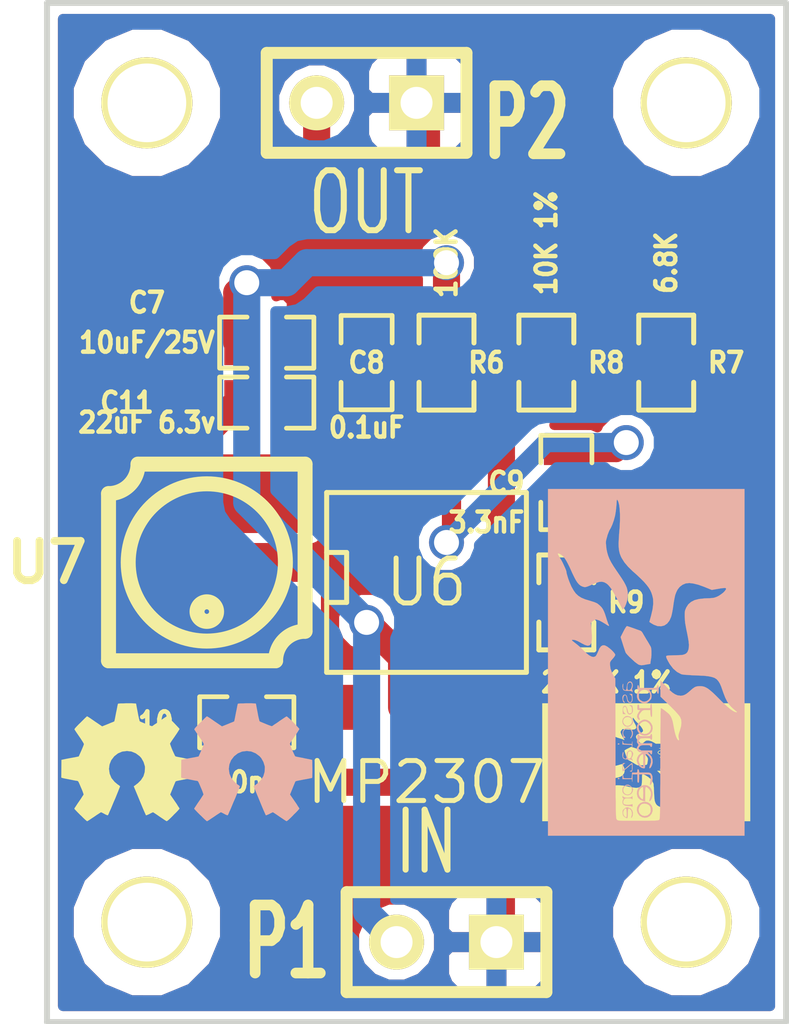
<source format=kicad_pcb>
(kicad_pcb (version 3) (host pcbnew "(2014-01-10 BZR 4027)-stable")

  (general
    (links 22)
    (no_connects 0)
    (area 120.407007 44.1706 163.305066 76.8604)
    (thickness 1.6)
    (drawings 4)
    (tracks 78)
    (zones 0)
    (modules 21)
    (nets 11)
  )

  (page A3)
  (layers
    (15 F.Cu signal)
    (0 B.Cu signal)
    (16 B.Adhes user)
    (17 F.Adhes user)
    (18 B.Paste user)
    (19 F.Paste user)
    (20 B.SilkS user)
    (21 F.SilkS user)
    (22 B.Mask user)
    (23 F.Mask user)
    (24 Dwgs.User user)
    (25 Cmts.User user)
    (26 Eco1.User user)
    (27 Eco2.User user)
    (28 Edge.Cuts user)
  )

  (setup
    (last_trace_width 0.489)
    (trace_clearance 0.254)
    (zone_clearance 0.2032)
    (zone_45_only no)
    (trace_min 0.254)
    (segment_width 0.2)
    (edge_width 0.15)
    (via_size 0.889)
    (via_drill 0.635)
    (via_min_size 0.889)
    (via_min_drill 0.508)
    (uvia_size 0.508)
    (uvia_drill 0.127)
    (uvias_allowed no)
    (uvia_min_size 0.508)
    (uvia_min_drill 0.127)
    (pcb_text_width 0.3)
    (pcb_text_size 1 1)
    (mod_edge_width 0.15)
    (mod_text_size 1 1)
    (mod_text_width 0.15)
    (pad_size 4 4)
    (pad_drill 0.6)
    (pad_to_mask_clearance 0)
    (aux_axis_origin 0 0)
    (visible_elements FFFFFFBF)
    (pcbplotparams
      (layerselection 284196865)
      (usegerberextensions true)
      (excludeedgelayer true)
      (linewidth 0.150000)
      (plotframeref false)
      (viasonmask false)
      (mode 1)
      (useauxorigin false)
      (hpglpennumber 1)
      (hpglpenspeed 20)
      (hpglpendiameter 15)
      (hpglpenoverlay 2)
      (psnegative false)
      (psa4output false)
      (plotreference true)
      (plotvalue true)
      (plotothertext true)
      (plotinvisibletext false)
      (padsonsilk true)
      (subtractmaskfromsilk false)
      (outputformat 1)
      (mirror false)
      (drillshape 0)
      (scaleselection 1)
      (outputdirectory ./production_output/))
  )

  (net 0 "")
  (net 1 /Voltage_regulation_3V/+3V)
  (net 2 /Voltage_regulation_3V/VIN)
  (net 3 GND)
  (net 4 N-0000010)
  (net 5 N-000004)
  (net 6 N-000005)
  (net 7 N-000006)
  (net 8 N-000007)
  (net 9 N-000008)
  (net 10 N-000009)

  (net_class Default "Questo è il gruppo di collegamenti predefinito"
    (clearance 0.254)
    (trace_width 0.489)
    (via_dia 0.889)
    (via_drill 0.635)
    (uvia_dia 0.508)
    (uvia_drill 0.127)
    (add_net "")
    (add_net N-0000010)
    (add_net N-000007)
    (add_net N-000008)
    (add_net N-000009)
  )

  (net_class big ""
    (clearance 0.254)
    (trace_width 0.689)
    (via_dia 0.889)
    (via_drill 0.635)
    (uvia_dia 0.508)
    (uvia_drill 0.127)
    (add_net /Voltage_regulation_3V/+3V)
    (add_net /Voltage_regulation_3V/VIN)
    (add_net GND)
    (add_net N-000004)
    (add_net N-000005)
    (add_net N-000006)
  )

  (module SO8N   placed (layer F.Cu) (tedit 550D7CCA) (tstamp 550D77F8)
    (at 145.288 61.976)
    (descr "Module CMS SOJ 8 pins large")
    (tags "CMS SOJ")
    (path /514F46FD/514F5056)
    (attr smd)
    (fp_text reference U6 (at 0 0) (layer F.SilkS)
      (effects (font (size 1.143 1.016) (thickness 0.127)))
    )
    (fp_text value MP2307 (at 0 5.08) (layer F.SilkS)
      (effects (font (size 1.016 1.016) (thickness 0.127)))
    )
    (fp_line (start -2.54 -2.286) (end 2.54 -2.286) (layer F.SilkS) (width 0.127))
    (fp_line (start 2.54 -2.286) (end 2.54 2.286) (layer F.SilkS) (width 0.127))
    (fp_line (start 2.54 2.286) (end -2.54 2.286) (layer F.SilkS) (width 0.127))
    (fp_line (start -2.54 2.286) (end -2.54 -2.286) (layer F.SilkS) (width 0.127))
    (fp_line (start -2.54 -0.762) (end -2.032 -0.762) (layer F.SilkS) (width 0.127))
    (fp_line (start -2.032 -0.762) (end -2.032 0.508) (layer F.SilkS) (width 0.127))
    (fp_line (start -2.032 0.508) (end -2.54 0.508) (layer F.SilkS) (width 0.127))
    (pad 8 smd rect (at -1.905 -3.175) (size 0.508 1.143)
      (layers F.Cu F.Paste F.Mask)
      (net 7 N-000006)
    )
    (pad 7 smd rect (at -0.635 -3.175) (size 0.508 1.143)
      (layers F.Cu F.Paste F.Mask)
      (net 8 N-000007)
    )
    (pad 6 smd rect (at 0.635 -3.175) (size 0.508 1.143)
      (layers F.Cu F.Paste F.Mask)
      (net 4 N-0000010)
    )
    (pad 5 smd rect (at 1.905 -3.175) (size 0.508 1.143)
      (layers F.Cu F.Paste F.Mask)
      (net 5 N-000004)
    )
    (pad 4 smd rect (at 1.905 3.175) (size 0.508 1.143)
      (layers F.Cu F.Paste F.Mask)
      (net 3 GND)
    )
    (pad 3 smd rect (at 0.635 3.175) (size 0.508 1.143)
      (layers F.Cu F.Paste F.Mask)
      (net 6 N-000005)
    )
    (pad 2 smd rect (at -0.635 3.175) (size 0.508 1.143)
      (layers F.Cu F.Paste F.Mask)
      (net 2 /Voltage_regulation_3V/VIN)
    )
    (pad 1 smd rect (at -1.905 3.175) (size 0.508 1.143)
      (layers F.Cu F.Paste F.Mask)
      (net 9 N-000008)
    )
    (model smd/cms_so8.wrl
      (at (xyz 0 0 0))
      (scale (xyz 0.5 0.38 0.5))
      (rotate (xyz 0 0 0))
    )
  )

  (module SM0603_Resistor   placed (layer F.Cu) (tedit 550D7C02) (tstamp 550D7804)
    (at 145.796 56.388 270)
    (path /514F46FD/514F5040)
    (attr smd)
    (fp_text reference R6 (at 0 -1.016 360) (layer F.SilkS)
      (effects (font (size 0.50038 0.4572) (thickness 0.1143)))
    )
    (fp_text value 100K (at -2.54 0 270) (layer F.SilkS)
      (effects (font (size 0.508 0.4572) (thickness 0.1143)))
    )
    (fp_line (start -0.50038 -0.6985) (end -1.2065 -0.6985) (layer F.SilkS) (width 0.127))
    (fp_line (start -1.2065 -0.6985) (end -1.2065 0.6985) (layer F.SilkS) (width 0.127))
    (fp_line (start -1.2065 0.6985) (end -0.50038 0.6985) (layer F.SilkS) (width 0.127))
    (fp_line (start 1.2065 -0.6985) (end 0.50038 -0.6985) (layer F.SilkS) (width 0.127))
    (fp_line (start 1.2065 -0.6985) (end 1.2065 0.6985) (layer F.SilkS) (width 0.127))
    (fp_line (start 1.2065 0.6985) (end 0.50038 0.6985) (layer F.SilkS) (width 0.127))
    (pad 1 smd rect (at -0.762 0 270) (size 0.635 1.143)
      (layers F.Cu F.Paste F.Mask)
      (net 2 /Voltage_regulation_3V/VIN)
    )
    (pad 2 smd rect (at 0.762 0 270) (size 0.635 1.143)
      (layers F.Cu F.Paste F.Mask)
      (net 8 N-000007)
    )
    (model smd\resistors\R0603.wrl
      (at (xyz 0 0 0.001))
      (scale (xyz 0.5 0.5 0.5))
      (rotate (xyz 0 0 0))
    )
  )

  (module SM0603_Resistor   placed (layer F.Cu) (tedit 550D7BEE) (tstamp 550D7810)
    (at 151.384 56.388 270)
    (path /514F46FD/514F5047)
    (attr smd)
    (fp_text reference R7 (at 0 -1.524 360) (layer F.SilkS)
      (effects (font (size 0.50038 0.4572) (thickness 0.1143)))
    )
    (fp_text value 6.8K (at -2.54 0 270) (layer F.SilkS)
      (effects (font (size 0.508 0.4572) (thickness 0.1143)))
    )
    (fp_line (start -0.50038 -0.6985) (end -1.2065 -0.6985) (layer F.SilkS) (width 0.127))
    (fp_line (start -1.2065 -0.6985) (end -1.2065 0.6985) (layer F.SilkS) (width 0.127))
    (fp_line (start -1.2065 0.6985) (end -0.50038 0.6985) (layer F.SilkS) (width 0.127))
    (fp_line (start 1.2065 -0.6985) (end 0.50038 -0.6985) (layer F.SilkS) (width 0.127))
    (fp_line (start 1.2065 -0.6985) (end 1.2065 0.6985) (layer F.SilkS) (width 0.127))
    (fp_line (start 1.2065 0.6985) (end 0.50038 0.6985) (layer F.SilkS) (width 0.127))
    (pad 1 smd rect (at -0.762 0 270) (size 0.635 1.143)
      (layers F.Cu F.Paste F.Mask)
      (net 3 GND)
    )
    (pad 2 smd rect (at 0.762 0 270) (size 0.635 1.143)
      (layers F.Cu F.Paste F.Mask)
      (net 10 N-000009)
    )
    (model smd\resistors\R0603.wrl
      (at (xyz 0 0 0.001))
      (scale (xyz 0.5 0.5 0.5))
      (rotate (xyz 0 0 0))
    )
  )

  (module SM0603_Resistor   placed (layer F.Cu) (tedit 550D7AF3) (tstamp 550D781C)
    (at 148.844 62.484 270)
    (path /514F46FD/514F5048)
    (attr smd)
    (fp_text reference R9 (at 0 -1.524 360) (layer F.SilkS)
      (effects (font (size 0.50038 0.4572) (thickness 0.1143)))
    )
    (fp_text value "26.1K 1%" (at 2.032 -1.016 360) (layer F.SilkS)
      (effects (font (size 0.508 0.4572) (thickness 0.1143)))
    )
    (fp_line (start -0.50038 -0.6985) (end -1.2065 -0.6985) (layer F.SilkS) (width 0.127))
    (fp_line (start -1.2065 -0.6985) (end -1.2065 0.6985) (layer F.SilkS) (width 0.127))
    (fp_line (start -1.2065 0.6985) (end -0.50038 0.6985) (layer F.SilkS) (width 0.127))
    (fp_line (start 1.2065 -0.6985) (end 0.50038 -0.6985) (layer F.SilkS) (width 0.127))
    (fp_line (start 1.2065 -0.6985) (end 1.2065 0.6985) (layer F.SilkS) (width 0.127))
    (fp_line (start 1.2065 0.6985) (end 0.50038 0.6985) (layer F.SilkS) (width 0.127))
    (pad 1 smd rect (at -0.762 0 270) (size 0.635 1.143)
      (layers F.Cu F.Paste F.Mask)
      (net 5 N-000004)
    )
    (pad 2 smd rect (at 0.762 0 270) (size 0.635 1.143)
      (layers F.Cu F.Paste F.Mask)
      (net 1 /Voltage_regulation_3V/+3V)
    )
    (model smd\resistors\R0603.wrl
      (at (xyz 0 0 0.001))
      (scale (xyz 0.5 0.5 0.5))
      (rotate (xyz 0 0 0))
    )
  )

  (module SM0603_Resistor   placed (layer F.Cu) (tedit 550D7BF0) (tstamp 550D7828)
    (at 148.336 56.388 90)
    (path /514F46FD/514F5049)
    (attr smd)
    (fp_text reference R8 (at 0 1.524 180) (layer F.SilkS)
      (effects (font (size 0.50038 0.4572) (thickness 0.1143)))
    )
    (fp_text value "10K 1%" (at 3.048 0 90) (layer F.SilkS)
      (effects (font (size 0.508 0.4572) (thickness 0.1143)))
    )
    (fp_line (start -0.50038 -0.6985) (end -1.2065 -0.6985) (layer F.SilkS) (width 0.127))
    (fp_line (start -1.2065 -0.6985) (end -1.2065 0.6985) (layer F.SilkS) (width 0.127))
    (fp_line (start -1.2065 0.6985) (end -0.50038 0.6985) (layer F.SilkS) (width 0.127))
    (fp_line (start 1.2065 -0.6985) (end 0.50038 -0.6985) (layer F.SilkS) (width 0.127))
    (fp_line (start 1.2065 -0.6985) (end 1.2065 0.6985) (layer F.SilkS) (width 0.127))
    (fp_line (start 1.2065 0.6985) (end 0.50038 0.6985) (layer F.SilkS) (width 0.127))
    (pad 1 smd rect (at -0.762 0 90) (size 0.635 1.143)
      (layers F.Cu F.Paste F.Mask)
      (net 5 N-000004)
    )
    (pad 2 smd rect (at 0.762 0 90) (size 0.635 1.143)
      (layers F.Cu F.Paste F.Mask)
      (net 3 GND)
    )
    (model smd\resistors\R0603.wrl
      (at (xyz 0 0 0.001))
      (scale (xyz 0.5 0.5 0.5))
      (rotate (xyz 0 0 0))
    )
  )

  (module SM0603_Capa   placed (layer F.Cu) (tedit 550D7C38) (tstamp 550D7834)
    (at 141.224 55.88)
    (path /514F46FD/514F5042)
    (attr smd)
    (fp_text reference C7 (at -3.048 -1.016) (layer F.SilkS)
      (effects (font (size 0.508 0.4572) (thickness 0.1143)))
    )
    (fp_text value 10uF/25V (at -3.048 0) (layer F.SilkS)
      (effects (font (size 0.508 0.4572) (thickness 0.1143)))
    )
    (fp_line (start 0.50038 0.65024) (end 1.19888 0.65024) (layer F.SilkS) (width 0.11938))
    (fp_line (start -0.50038 0.65024) (end -1.19888 0.65024) (layer F.SilkS) (width 0.11938))
    (fp_line (start 0.50038 -0.65024) (end 1.19888 -0.65024) (layer F.SilkS) (width 0.11938))
    (fp_line (start -1.19888 -0.65024) (end -0.50038 -0.65024) (layer F.SilkS) (width 0.11938))
    (fp_line (start 1.19888 -0.635) (end 1.19888 0.635) (layer F.SilkS) (width 0.11938))
    (fp_line (start -1.19888 0.635) (end -1.19888 -0.635) (layer F.SilkS) (width 0.11938))
    (pad 1 smd rect (at -0.762 0) (size 0.635 1.143)
      (layers F.Cu F.Paste F.Mask)
      (net 2 /Voltage_regulation_3V/VIN)
    )
    (pad 2 smd rect (at 0.762 0) (size 0.635 1.143)
      (layers F.Cu F.Paste F.Mask)
      (net 3 GND)
    )
    (model smd\capacitors\C0603.wrl
      (at (xyz 0 0 0.001))
      (scale (xyz 0.5 0.5 0.5))
      (rotate (xyz 0 0 0))
    )
  )

  (module SM0603_Capa   placed (layer F.Cu) (tedit 550D7CBA) (tstamp 550D7840)
    (at 140.716 65.532)
    (path /514F46FD/514F5044)
    (attr smd)
    (fp_text reference C10 (at -2.54 0) (layer F.SilkS)
      (effects (font (size 0.508 0.4572) (thickness 0.1143)))
    )
    (fp_text value 10nF (at 0 1.524) (layer F.SilkS)
      (effects (font (size 0.508 0.4572) (thickness 0.1143)))
    )
    (fp_line (start 0.50038 0.65024) (end 1.19888 0.65024) (layer F.SilkS) (width 0.11938))
    (fp_line (start -0.50038 0.65024) (end -1.19888 0.65024) (layer F.SilkS) (width 0.11938))
    (fp_line (start 0.50038 -0.65024) (end 1.19888 -0.65024) (layer F.SilkS) (width 0.11938))
    (fp_line (start -1.19888 -0.65024) (end -0.50038 -0.65024) (layer F.SilkS) (width 0.11938))
    (fp_line (start 1.19888 -0.635) (end 1.19888 0.635) (layer F.SilkS) (width 0.11938))
    (fp_line (start -1.19888 0.635) (end -1.19888 -0.635) (layer F.SilkS) (width 0.11938))
    (pad 1 smd rect (at -0.762 0) (size 0.635 1.143)
      (layers F.Cu F.Paste F.Mask)
      (net 6 N-000005)
    )
    (pad 2 smd rect (at 0.762 0) (size 0.635 1.143)
      (layers F.Cu F.Paste F.Mask)
      (net 9 N-000008)
    )
    (model smd\capacitors\C0603.wrl
      (at (xyz 0 0 0.001))
      (scale (xyz 0.5 0.5 0.5))
      (rotate (xyz 0 0 0))
    )
  )

  (module SM0603_Capa   placed (layer F.Cu) (tedit 550D7AFB) (tstamp 550D784C)
    (at 148.844 59.436 90)
    (path /514F46FD/514F5046)
    (attr smd)
    (fp_text reference C9 (at 0 -1.524 180) (layer F.SilkS)
      (effects (font (size 0.508 0.4572) (thickness 0.1143)))
    )
    (fp_text value 3.3nF (at -1.016 -2.032 180) (layer F.SilkS)
      (effects (font (size 0.508 0.4572) (thickness 0.1143)))
    )
    (fp_line (start 0.50038 0.65024) (end 1.19888 0.65024) (layer F.SilkS) (width 0.11938))
    (fp_line (start -0.50038 0.65024) (end -1.19888 0.65024) (layer F.SilkS) (width 0.11938))
    (fp_line (start 0.50038 -0.65024) (end 1.19888 -0.65024) (layer F.SilkS) (width 0.11938))
    (fp_line (start -1.19888 -0.65024) (end -0.50038 -0.65024) (layer F.SilkS) (width 0.11938))
    (fp_line (start 1.19888 -0.635) (end 1.19888 0.635) (layer F.SilkS) (width 0.11938))
    (fp_line (start -1.19888 0.635) (end -1.19888 -0.635) (layer F.SilkS) (width 0.11938))
    (pad 1 smd rect (at -0.762 0 90) (size 0.635 1.143)
      (layers F.Cu F.Paste F.Mask)
      (net 10 N-000009)
    )
    (pad 2 smd rect (at 0.762 0 90) (size 0.635 1.143)
      (layers F.Cu F.Paste F.Mask)
      (net 4 N-0000010)
    )
    (model smd\capacitors\C0603.wrl
      (at (xyz 0 0 0.001))
      (scale (xyz 0.5 0.5 0.5))
      (rotate (xyz 0 0 0))
    )
  )

  (module SM0603_Capa   placed (layer F.Cu) (tedit 5051B1EC) (tstamp 550D7858)
    (at 143.764 56.388 90)
    (path /514F46FD/514F504A)
    (attr smd)
    (fp_text reference C8 (at 0 0 180) (layer F.SilkS)
      (effects (font (size 0.508 0.4572) (thickness 0.1143)))
    )
    (fp_text value 0.1uF (at -1.651 0 180) (layer F.SilkS)
      (effects (font (size 0.508 0.4572) (thickness 0.1143)))
    )
    (fp_line (start 0.50038 0.65024) (end 1.19888 0.65024) (layer F.SilkS) (width 0.11938))
    (fp_line (start -0.50038 0.65024) (end -1.19888 0.65024) (layer F.SilkS) (width 0.11938))
    (fp_line (start 0.50038 -0.65024) (end 1.19888 -0.65024) (layer F.SilkS) (width 0.11938))
    (fp_line (start -1.19888 -0.65024) (end -0.50038 -0.65024) (layer F.SilkS) (width 0.11938))
    (fp_line (start 1.19888 -0.635) (end 1.19888 0.635) (layer F.SilkS) (width 0.11938))
    (fp_line (start -1.19888 0.635) (end -1.19888 -0.635) (layer F.SilkS) (width 0.11938))
    (pad 1 smd rect (at -0.762 0 90) (size 0.635 1.143)
      (layers F.Cu F.Paste F.Mask)
      (net 7 N-000006)
    )
    (pad 2 smd rect (at 0.762 0 90) (size 0.635 1.143)
      (layers F.Cu F.Paste F.Mask)
      (net 3 GND)
    )
    (model smd\capacitors\C0603.wrl
      (at (xyz 0 0 0.001))
      (scale (xyz 0.5 0.5 0.5))
      (rotate (xyz 0 0 0))
    )
  )

  (module SM0603_Capa   placed (layer F.Cu) (tedit 550D7C3E) (tstamp 550D7864)
    (at 141.224 57.404)
    (path /514F46FD/514F504C)
    (attr smd)
    (fp_text reference C11 (at -3.556 0) (layer F.SilkS)
      (effects (font (size 0.508 0.4572) (thickness 0.1143)))
    )
    (fp_text value "22uF 6.3v" (at -3.048 0.508) (layer F.SilkS)
      (effects (font (size 0.508 0.4572) (thickness 0.1143)))
    )
    (fp_line (start 0.50038 0.65024) (end 1.19888 0.65024) (layer F.SilkS) (width 0.11938))
    (fp_line (start -0.50038 0.65024) (end -1.19888 0.65024) (layer F.SilkS) (width 0.11938))
    (fp_line (start 0.50038 -0.65024) (end 1.19888 -0.65024) (layer F.SilkS) (width 0.11938))
    (fp_line (start -1.19888 -0.65024) (end -0.50038 -0.65024) (layer F.SilkS) (width 0.11938))
    (fp_line (start 1.19888 -0.635) (end 1.19888 0.635) (layer F.SilkS) (width 0.11938))
    (fp_line (start -1.19888 0.635) (end -1.19888 -0.635) (layer F.SilkS) (width 0.11938))
    (pad 1 smd rect (at -0.762 0) (size 0.635 1.143)
      (layers F.Cu F.Paste F.Mask)
      (net 1 /Voltage_regulation_3V/+3V)
    )
    (pad 2 smd rect (at 0.762 0) (size 0.635 1.143)
      (layers F.Cu F.Paste F.Mask)
      (net 3 GND)
    )
    (model smd\capacitors\C0603.wrl
      (at (xyz 0 0 0.001))
      (scale (xyz 0.5 0.5 0.5))
      (rotate (xyz 0 0 0))
    )
  )

  (module inductor_smd_4.8x2.8mm   placed (layer F.Cu) (tedit 550D7CA8) (tstamp 550D7872)
    (at 139.7 61.468 180)
    (descr "Inductor SMD, d.4.8mm x h.2.8mm")
    (path /514F46FD/514F5045)
    (fp_text reference U7 (at 4.064 0 180) (layer F.SilkS)
      (effects (font (size 0.99822 0.99822) (thickness 0.19812)))
    )
    (fp_text value INDUCTOR_SMALL (at 11.176 0.508 180) (layer F.SilkS) hide
      (effects (font (size 0.99822 0.99822) (thickness 0.19812)))
    )
    (fp_circle (center 0 -1.24968) (end 0 -1.00076) (layer F.SilkS) (width 0.381))
    (fp_line (start -1.75006 -2.49936) (end 2.49936 -2.49936) (layer F.SilkS) (width 0.381))
    (fp_line (start 2.49936 -2.49936) (end 2.49936 1.75006) (layer F.SilkS) (width 0.381))
    (fp_line (start 1.75006 2.49936) (end -2.49936 2.49936) (layer F.SilkS) (width 0.381))
    (fp_line (start -2.49936 2.49936) (end -2.49936 -1.75006) (layer F.SilkS) (width 0.381))
    (fp_arc (start 2.49936 2.49936) (end 1.75006 2.49936) (angle 90) (layer F.SilkS) (width 0.381))
    (fp_arc (start -2.49936 -2.49936) (end -1.75006 -2.49936) (angle 90) (layer F.SilkS) (width 0.381))
    (fp_circle (center 0 0) (end -1.99898 0) (layer F.SilkS) (width 0.381))
    (pad 1 smd rect (at 0 -1.74752 180) (size 5.2959 1.99898)
      (layers F.Cu F.Paste F.Mask)
      (net 6 N-000005)
    )
    (pad 2 smd rect (at 0 1.74752 180) (size 5.2959 1.99898)
      (layers F.Cu F.Paste F.Mask)
      (net 1 /Voltage_regulation_3V/+3V)
    )
    (model walter/smd_inductors/inductor_smd_4.8x2.8mm.wrl
      (at (xyz 0 0 0))
      (scale (xyz 1 1 1))
      (rotate (xyz 0 0 0))
    )
  )

  (module SIL-2 (layer F.Cu) (tedit 550D826C) (tstamp 550D7AA6)
    (at 145.796 71.12 180)
    (descr "Connecteurs 2 pins")
    (tags "CONN DEV")
    (path /550D7B7C)
    (fp_text reference P1 (at 4.064 0 180) (layer F.SilkS)
      (effects (font (size 1.72974 1.08712) (thickness 0.3048)))
    )
    (fp_text value IN (at 0.508 2.54 180) (layer F.SilkS)
      (effects (font (size 1.524 1.016) (thickness 0.154)))
    )
    (fp_line (start -2.54 1.27) (end -2.54 -1.27) (layer F.SilkS) (width 0.3048))
    (fp_line (start -2.54 -1.27) (end 2.54 -1.27) (layer F.SilkS) (width 0.3048))
    (fp_line (start 2.54 -1.27) (end 2.54 1.27) (layer F.SilkS) (width 0.3048))
    (fp_line (start 2.54 1.27) (end -2.54 1.27) (layer F.SilkS) (width 0.3048))
    (pad 1 thru_hole rect (at -1.27 0 180) (size 1.397 1.397) (drill 0.8128)
      (layers *.Cu *.Mask F.SilkS)
      (net 3 GND)
    )
    (pad 2 thru_hole circle (at 1.27 0 180) (size 1.397 1.397) (drill 0.8128)
      (layers *.Cu *.Mask F.SilkS)
      (net 2 /Voltage_regulation_3V/VIN)
    )
  )

  (module SIL-2 (layer F.Cu) (tedit 550D823F) (tstamp 550D7AB0)
    (at 143.764 49.784 180)
    (descr "Connecteurs 2 pins")
    (tags "CONN DEV")
    (path /550D7BE3)
    (attr smd)
    (fp_text reference P2 (at -4.064 -0.508 180) (layer F.SilkS)
      (effects (font (size 1.72974 1.08712) (thickness 0.3048)))
    )
    (fp_text value OUT (at 0 -2.54 180) (layer F.SilkS)
      (effects (font (size 1.524 1.016) (thickness 0.154)))
    )
    (fp_line (start -2.54 1.27) (end -2.54 -1.27) (layer F.SilkS) (width 0.3048))
    (fp_line (start -2.54 -1.27) (end 2.54 -1.27) (layer F.SilkS) (width 0.3048))
    (fp_line (start 2.54 -1.27) (end 2.54 1.27) (layer F.SilkS) (width 0.3048))
    (fp_line (start 2.54 1.27) (end -2.54 1.27) (layer F.SilkS) (width 0.3048))
    (pad 1 thru_hole rect (at -1.27 0 180) (size 1.397 1.397) (drill 0.8128)
      (layers *.Cu *.Mask F.SilkS)
      (net 3 GND)
    )
    (pad 2 thru_hole circle (at 1.27 0 180) (size 1.397 1.397) (drill 0.8128)
      (layers *.Cu *.Mask F.SilkS)
      (net 1 /Voltage_regulation_3V/+3V)
    )
  )

  (module MOUNTING_HOLE_M2 (layer F.Cu) (tedit 52EAB8C0) (tstamp 550F06F7)
    (at 151.892 49.784)
    (path MOUNTING_HOLE_M3)
    (fp_text reference MOUNTING_HOLE (at 0 5.08) (layer F.SilkS) hide
      (effects (font (size 1.524 1.524) (thickness 0.3048)))
    )
    (fp_text value VAL** (at 0 -4.445) (layer F.SilkS) hide
      (effects (font (size 1.524 1.524) (thickness 0.3048)))
    )
    (pad 1 thru_hole circle (at 0 0) (size 2.318 2.318) (drill 2)
      (layers *.Cu *.Mask F.SilkS)
      (clearance 0.70104)
    )
  )

  (module MOUNTING_HOLE_M2 (layer F.Cu) (tedit 52EAB8C0) (tstamp 550F0701)
    (at 138.176 49.784)
    (path MOUNTING_HOLE_M3)
    (fp_text reference MOUNTING_HOLE (at 0 5.08) (layer F.SilkS) hide
      (effects (font (size 1.524 1.524) (thickness 0.3048)))
    )
    (fp_text value VAL** (at 0 -4.445) (layer F.SilkS) hide
      (effects (font (size 1.524 1.524) (thickness 0.3048)))
    )
    (pad 1 thru_hole circle (at 0 0) (size 2.318 2.318) (drill 2)
      (layers *.Cu *.Mask F.SilkS)
      (clearance 0.70104)
    )
  )

  (module MOUNTING_HOLE_M2 (layer F.Cu) (tedit 52EAB8C0) (tstamp 550F0721)
    (at 151.892 70.612)
    (path MOUNTING_HOLE_M3)
    (fp_text reference MOUNTING_HOLE (at 0 5.08) (layer F.SilkS) hide
      (effects (font (size 1.524 1.524) (thickness 0.3048)))
    )
    (fp_text value VAL** (at 0 -4.445) (layer F.SilkS) hide
      (effects (font (size 1.524 1.524) (thickness 0.3048)))
    )
    (pad 1 thru_hole circle (at 0 0) (size 2.318 2.318) (drill 2)
      (layers *.Cu *.Mask F.SilkS)
      (clearance 0.70104)
    )
  )

  (module MOUNTING_HOLE_M2 (layer F.Cu) (tedit 52EAB8C0) (tstamp 550F072A)
    (at 138.176 70.612)
    (path MOUNTING_HOLE_M3)
    (fp_text reference MOUNTING_HOLE (at 0 5.08) (layer F.SilkS) hide
      (effects (font (size 1.524 1.524) (thickness 0.3048)))
    )
    (fp_text value VAL** (at 0 -4.445) (layer F.SilkS) hide
      (effects (font (size 1.524 1.524) (thickness 0.3048)))
    )
    (pad 1 thru_hole circle (at 0 0) (size 2.318 2.318) (drill 2)
      (layers *.Cu *.Mask F.SilkS)
      (clearance 0.70104)
    )
  )

  (module Prometeo_3mm (layer F.Cu) (tedit 0) (tstamp 550F8949)
    (at 150.876 66.548)
    (fp_text reference G*** (at 0 1.57988) (layer F.SilkS) hide
      (effects (font (size 0.16256 0.16256) (thickness 0.03048)))
    )
    (fp_text value LOGO (at 0 -1.57988) (layer F.SilkS) hide
      (effects (font (size 0.16256 0.16256) (thickness 0.03048)))
    )
    (fp_poly (pts (xy 2.64414 1.4986) (xy 2.41554 1.4986) (xy 2.41554 -0.12446) (xy 2.41554 -0.19812)
      (xy 2.41554 -0.2667) (xy 2.41554 -0.32512) (xy 2.413 -0.37592) (xy 2.413 -0.41148)
      (xy 2.41046 -0.43434) (xy 2.41046 -0.44196) (xy 2.40538 -0.44704) (xy 2.4003 -0.44958)
      (xy 2.39522 -0.45466) (xy 2.38252 -0.4572) (xy 2.36728 -0.45974) (xy 2.3495 -0.46228)
      (xy 2.32156 -0.46482) (xy 2.28854 -0.46482) (xy 2.24536 -0.46736) (xy 2.19456 -0.46736)
      (xy 2.1336 -0.4699) (xy 2.05994 -0.4699) (xy 1.97612 -0.4699) (xy 1.87706 -0.4699)
      (xy 1.7653 -0.47244) (xy 1.6383 -0.47244) (xy 1.49606 -0.47244) (xy 1.33604 -0.47244)
      (xy 1.29794 -0.47244) (xy 0.24384 -0.47244) (xy 0.20066 -0.49784) (xy 0.13462 -0.5334)
      (xy 0.07112 -0.55118) (xy 0.03302 -0.55372) (xy 0.00762 -0.55118) (xy -0.01016 -0.5461)
      (xy -0.03048 -0.5334) (xy -0.05334 -0.51308) (xy -0.07874 -0.49022) (xy -0.1016 -0.47752)
      (xy -0.1143 -0.47244) (xy -0.12954 -0.47752) (xy -0.1524 -0.4953) (xy -0.1778 -0.5207)
      (xy -0.18288 -0.52324) (xy -0.22352 -0.5715) (xy -0.25146 -0.61214) (xy -0.26162 -0.6477)
      (xy -0.254 -0.67564) (xy -0.23368 -0.70104) (xy -0.19304 -0.7239) (xy -0.16764 -0.73406)
      (xy -0.13462 -0.74676) (xy -0.10922 -0.762) (xy -0.09652 -0.76962) (xy -0.08128 -0.79248)
      (xy -0.08382 -0.8255) (xy -0.10414 -0.8636) (xy -0.13716 -0.91186) (xy -0.18796 -0.9652)
      (xy -0.19812 -0.97536) (xy -0.23114 -1.01092) (xy -0.2667 -1.04648) (xy -0.29464 -1.08204)
      (xy -0.30226 -1.0922) (xy -0.32258 -1.12014) (xy -0.33528 -1.13284) (xy -0.3429 -1.13284)
      (xy -0.3429 -1.1303) (xy -0.3429 -1.09982) (xy -0.3302 -1.06172) (xy -0.30734 -1.01092)
      (xy -0.29464 -0.9906) (xy -0.26924 -0.94234) (xy -0.25654 -0.90424) (xy -0.25654 -0.87376)
      (xy -0.26924 -0.85344) (xy -0.29718 -0.8382) (xy -0.34036 -0.83058) (xy -0.39878 -0.83058)
      (xy -0.47498 -0.83312) (xy -0.49022 -0.83566) (xy -0.60452 -0.84582) (xy -0.62738 -0.81788)
      (xy -0.64516 -0.79502) (xy -0.65278 -0.77216) (xy -0.65278 -0.76962) (xy -0.6477 -0.74168)
      (xy -0.62992 -0.70104) (xy -0.60706 -0.65786) (xy -0.58674 -0.62484) (xy -0.56642 -0.59436)
      (xy -0.55626 -0.57404) (xy -0.55626 -0.56642) (xy -0.56896 -0.56896) (xy -0.57912 -0.57404)
      (xy -0.59944 -0.5842) (xy -0.62992 -0.59436) (xy -0.66802 -0.60706) (xy -0.6858 -0.61214)
      (xy -0.74168 -0.62992) (xy -0.78486 -0.6477) (xy -0.81534 -0.66548) (xy -0.84328 -0.68326)
      (xy -0.8636 -0.70612) (xy -0.88392 -0.72644) (xy -0.89662 -0.74422) (xy -0.90678 -0.76454)
      (xy -0.91694 -0.7874) (xy -0.9271 -0.82042) (xy -0.94234 -0.86614) (xy -0.94488 -0.8763)
      (xy -0.96774 -0.94488) (xy -0.9906 -1.00076) (xy -1.02108 -1.04648) (xy -1.05918 -1.08204)
      (xy -1.10998 -1.11506) (xy -1.15824 -1.143) (xy -1.19126 -1.1557) (xy -1.22936 -1.17348)
      (xy -1.27254 -1.18872) (xy -1.31572 -1.20142) (xy -1.35128 -1.21158) (xy -1.37414 -1.21666)
      (xy -1.37922 -1.21666) (xy -1.39954 -1.22174) (xy -1.43002 -1.2319) (xy -1.46812 -1.24968)
      (xy -1.50876 -1.27) (xy -1.55194 -1.29032) (xy -1.5875 -1.31318) (xy -1.59512 -1.31826)
      (xy -1.62306 -1.33604) (xy -1.64592 -1.3462) (xy -1.65862 -1.35128) (xy -1.65862 -1.35128)
      (xy -1.66116 -1.33858) (xy -1.65354 -1.31572) (xy -1.6383 -1.29286) (xy -1.62052 -1.27)
      (xy -1.61798 -1.27) (xy -1.59766 -1.25222) (xy -1.57226 -1.23444) (xy -1.53924 -1.21412)
      (xy -1.49606 -1.19126) (xy -1.44272 -1.16586) (xy -1.38684 -1.14046) (xy -1.31826 -1.10744)
      (xy -1.26492 -1.0795) (xy -1.22428 -1.0541) (xy -1.1938 -1.03124) (xy -1.17348 -1.00838)
      (xy -1.16078 -0.98298) (xy -1.15824 -0.98044) (xy -1.15062 -0.96012) (xy -1.14808 -0.9398)
      (xy -1.15062 -0.91694) (xy -1.16078 -0.889) (xy -1.17602 -0.84836) (xy -1.19126 -0.8128)
      (xy -1.21158 -0.76708) (xy -1.22428 -0.72644) (xy -1.22936 -0.69088) (xy -1.22682 -0.65786)
      (xy -1.21412 -0.62484) (xy -1.1938 -0.59436) (xy -1.15824 -0.56388) (xy -1.11252 -0.52832)
      (xy -1.0541 -0.49276) (xy -0.98044 -0.44958) (xy -0.89154 -0.40386) (xy -0.85852 -0.38608)
      (xy -0.80518 -0.35814) (xy -0.83058 -0.33782) (xy -0.85852 -0.32004) (xy -0.9017 -0.30226)
      (xy -0.94996 -0.28956) (xy -1.00076 -0.28194) (xy -1.03124 -0.28194) (xy -1.07188 -0.28194)
      (xy -1.10998 -0.28956) (xy -1.15062 -0.29972) (xy -1.19126 -0.32004) (xy -1.23952 -0.34798)
      (xy -1.29794 -0.38354) (xy -1.35382 -0.42164) (xy -1.42748 -0.47244) (xy -1.49098 -0.51562)
      (xy -1.54686 -0.5461) (xy -1.59766 -0.5715) (xy -1.64846 -0.58674) (xy -1.69672 -0.59944)
      (xy -1.75006 -0.6096) (xy -1.78562 -0.61214) (xy -1.82118 -0.61468) (xy -1.85166 -0.61214)
      (xy -1.88468 -0.60706) (xy -1.92532 -0.59436) (xy -1.96342 -0.58166) (xy -1.99644 -0.56896)
      (xy -2.02184 -0.55626) (xy -2.02692 -0.55372) (xy -2.05486 -0.53848) (xy -2.09804 -0.51816)
      (xy -2.159 -0.49784) (xy -2.20472 -0.4826) (xy -2.25298 -0.4699) (xy -2.30378 -0.46228)
      (xy -2.36728 -0.4572) (xy -2.38252 -0.45466) (xy -2.42824 -0.45212) (xy -2.45872 -0.45212)
      (xy -2.4765 -0.44704) (xy -2.48158 -0.4445) (xy -2.47904 -0.43942) (xy -2.46126 -0.42672)
      (xy -2.42316 -0.41656) (xy -2.3749 -0.40894) (xy -2.3114 -0.40386) (xy -2.24028 -0.40132)
      (xy -2.16154 -0.40132) (xy -2.07518 -0.40386) (xy -1.98628 -0.41148) (xy -1.9685 -0.41148)
      (xy -1.90246 -0.4191) (xy -1.84912 -0.42164) (xy -1.80594 -0.42418) (xy -1.77292 -0.42164)
      (xy -1.74244 -0.4191) (xy -1.7272 -0.4191) (xy -1.651 -0.39878) (xy -1.57734 -0.36576)
      (xy -1.50622 -0.32004) (xy -1.4351 -0.25654) (xy -1.39446 -0.21082) (xy -1.32842 -0.13716)
      (xy -1.27254 -0.07874) (xy -1.22174 -0.02794) (xy -1.17856 0.00762) (xy -1.13792 0.0381)
      (xy -1.09982 0.06096) (xy -1.05918 0.07874) (xy -1.02362 0.09144) (xy -0.95504 0.10414)
      (xy -0.8763 0.10414) (xy -0.78486 0.09144) (xy -0.7112 0.07366) (xy -0.61722 0.04572)
      (xy -0.59944 0.07112) (xy -0.57658 0.10668) (xy -0.56134 0.14224) (xy -0.55372 0.1778)
      (xy -0.55118 0.23368) (xy -0.56388 0.2794) (xy -0.59436 0.32004) (xy -0.59944 0.32766)
      (xy -0.62484 0.34798) (xy -0.65786 0.36576) (xy -0.70104 0.381) (xy -0.75438 0.3937)
      (xy -0.82042 0.4064) (xy -0.88392 0.41656) (xy -0.9525 0.42672) (xy -1.00584 0.43688)
      (xy -1.04902 0.44958) (xy -1.08204 0.46228) (xy -1.10998 0.47752) (xy -1.13538 0.4953)
      (xy -1.13792 0.50038) (xy -1.17348 0.53848) (xy -1.19634 0.5842) (xy -1.20904 0.635)
      (xy -1.2065 0.69596) (xy -1.19126 0.76454) (xy -1.16586 0.84582) (xy -1.15316 0.87884)
      (xy -1.1049 0.99822) (xy -1.12014 1.08966) (xy -1.12776 1.1303) (xy -1.13284 1.16586)
      (xy -1.13538 1.19126) (xy -1.13538 1.19888) (xy -1.1303 1.21412) (xy -1.1176 1.21412)
      (xy -1.09982 1.2065) (xy -1.07696 1.18872) (xy -1.0541 1.16332) (xy -1.03124 1.13284)
      (xy -1.01092 1.09982) (xy -1.00076 1.07696) (xy -0.9906 1.04648) (xy -0.98298 1.01854)
      (xy -0.9779 0.98298) (xy -0.9779 0.93472) (xy -0.97536 0.91186) (xy -0.97028 0.8255)
      (xy -0.95504 0.75692) (xy -0.93218 0.6985) (xy -0.89916 0.65278) (xy -0.85344 0.61976)
      (xy -0.83566 0.6096) (xy -0.81026 0.59944) (xy -0.7874 0.59182) (xy -0.762 0.58674)
      (xy -0.72898 0.58674) (xy -0.69342 0.58674) (xy -0.5969 0.59182) (xy -0.50292 0.6096)
      (xy -0.4191 0.62992) (xy -0.34798 0.64008) (xy -0.2921 0.6477) (xy -0.24638 0.65024)
      (xy -0.20828 0.64516) (xy -0.17526 0.63754) (xy -0.16256 0.62992) (xy -0.14224 0.61722)
      (xy -0.127 0.5969) (xy -0.11684 0.56642) (xy -0.11176 0.52578) (xy -0.10922 0.47244)
      (xy -0.10668 0.43688) (xy -0.10668 0.3937) (xy -0.10668 0.35306) (xy -0.10414 0.32512)
      (xy -0.09906 0.30988) (xy -0.09906 0.30988) (xy -0.09144 0.3048) (xy -0.07874 0.3048)
      (xy -0.05588 0.31496) (xy -0.0254 0.32766) (xy 0.04826 0.37338) (xy 0.10922 0.42418)
      (xy 0.15494 0.48514) (xy 0.18034 0.53594) (xy 0.18542 0.55626) (xy 0.18796 0.59182)
      (xy 0.19304 0.64262) (xy 0.19558 0.70612) (xy 0.19812 0.762) (xy 0.2032 0.8509)
      (xy 0.20828 0.92202) (xy 0.2159 0.98044) (xy 0.23114 1.02616) (xy 0.24892 1.06172)
      (xy 0.27432 1.0922) (xy 0.30734 1.11506) (xy 0.35052 1.13538) (xy 0.40386 1.1557)
      (xy 0.42418 1.16332) (xy 0.50292 1.19126) (xy 0.56642 1.21666) (xy 0.61976 1.24714)
      (xy 0.66294 1.28016) (xy 0.6985 1.31826) (xy 0.72136 1.34366) (xy 0.74168 1.36906)
      (xy 0.75692 1.38176) (xy 0.762 1.37668) (xy 0.75692 1.3589) (xy 0.74422 1.32842)
      (xy 0.7366 1.31572) (xy 0.72136 1.29032) (xy 0.69088 1.25222) (xy 0.6477 1.2065)
      (xy 0.59436 1.15062) (xy 0.56134 1.1176) (xy 0.50292 1.05918) (xy 0.4572 1.01092)
      (xy 0.42164 0.96774) (xy 0.39624 0.93472) (xy 0.37846 0.90424) (xy 0.3683 0.87376)
      (xy 0.36322 0.84582) (xy 0.36322 0.82042) (xy 0.36322 0.78486) (xy 0.3683 0.75946)
      (xy 0.381 0.73406) (xy 0.40132 0.70612) (xy 0.42926 0.6731) (xy 0.46482 0.63246)
      (xy 0.48768 0.59944) (xy 0.50038 0.5715) (xy 0.508 0.54356) (xy 0.508 0.52324)
      (xy 0.50292 0.48514) (xy 0.49022 0.44958) (xy 0.46736 0.40894) (xy 0.4318 0.36576)
      (xy 0.38354 0.3175) (xy 0.37084 0.3048) (xy 0.27686 0.2159) (xy 0.39878 0.2159)
      (xy 0.5207 0.2159) (xy 0.66802 0.36576) (xy 0.71374 0.41402) (xy 0.75184 0.45212)
      (xy 0.77978 0.47752) (xy 0.8001 0.49784) (xy 0.81788 0.51054) (xy 0.83566 0.5207)
      (xy 0.8509 0.52578) (xy 0.8636 0.53086) (xy 0.89154 0.53848) (xy 0.91694 0.54102)
      (xy 0.94234 0.53848) (xy 0.97536 0.5334) (xy 1.016 0.5207) (xy 1.04648 0.51054)
      (xy 1.08458 0.49784) (xy 1.10998 0.49276) (xy 1.13284 0.49276) (xy 1.15316 0.4953)
      (xy 1.17602 0.50038) (xy 1.18618 0.50038) (xy 1.18872 0.49276) (xy 1.1811 0.48006)
      (xy 1.15824 0.46482) (xy 1.12268 0.44958) (xy 1.07696 0.43688) (xy 1.0287 0.42672)
      (xy 1.0033 0.42164) (xy 0.93726 0.40894) (xy 0.88646 0.39878) (xy 0.84836 0.38354)
      (xy 0.81788 0.3683) (xy 0.79756 0.35306) (xy 0.77978 0.33528) (xy 0.75692 0.30988)
      (xy 0.7366 0.28194) (xy 0.71628 0.25654) (xy 0.70358 0.23368) (xy 0.6985 0.22098)
      (xy 0.70866 0.22098) (xy 0.73406 0.22098) (xy 0.7747 0.22098) (xy 0.83058 0.21844)
      (xy 0.89916 0.21844) (xy 0.98044 0.21844) (xy 1.07188 0.2159) (xy 1.17348 0.2159)
      (xy 1.2827 0.2159) (xy 1.397 0.2159) (xy 1.51892 0.2159) (xy 1.54432 0.2159)
      (xy 1.68656 0.21336) (xy 1.81356 0.21336) (xy 1.92278 0.21336) (xy 2.0193 0.21336)
      (xy 2.10058 0.21336) (xy 2.16916 0.21082) (xy 2.22758 0.21082) (xy 2.2733 0.21082)
      (xy 2.3114 0.20828) (xy 2.33934 0.20828) (xy 2.3622 0.20574) (xy 2.37744 0.20574)
      (xy 2.3876 0.2032) (xy 2.39522 0.20066) (xy 2.4003 0.19812) (xy 2.40284 0.19558)
      (xy 2.40284 0.19558) (xy 2.40792 0.18542) (xy 2.41046 0.17272) (xy 2.413 0.1524)
      (xy 2.41554 0.11938) (xy 2.41554 0.0762) (xy 2.41554 0.02286) (xy 2.41554 -0.04572)
      (xy 2.41554 -0.12446) (xy 2.41554 1.4986) (xy 0 1.4986) (xy -2.64414 1.4986)
      (xy -2.64414 0) (xy -2.64414 -1.4986) (xy 0 -1.4986) (xy 2.64414 -1.4986)
      (xy 2.64414 0) (xy 2.64414 1.4986) (xy 2.64414 1.4986)) (layer F.SilkS) (width 0.00254))
    (fp_poly (pts (xy 0.62484 -0.02032) (xy 0.6223 0) (xy 0.61214 0.02286) (xy 0.5969 0.03556)
      (xy 0.5969 -0.0381) (xy 0.58674 -0.07366) (xy 0.57658 -0.08636) (xy 0.56134 -0.1016)
      (xy 0.54102 -0.10922) (xy 0.51308 -0.11176) (xy 0.508 -0.11176) (xy 0.47752 -0.11176)
      (xy 0.4572 -0.10414) (xy 0.44196 -0.09144) (xy 0.43942 -0.08636) (xy 0.4191 -0.05334)
      (xy 0.41656 -0.02032) (xy 0.42672 0.00762) (xy 0.4445 0.03556) (xy 0.47244 0.05588)
      (xy 0.50546 0.06096) (xy 0.54102 0.05588) (xy 0.5461 0.05334) (xy 0.57658 0.02794)
      (xy 0.59436 -0.00254) (xy 0.5969 -0.0381) (xy 0.5969 0.03556) (xy 0.58928 0.04572)
      (xy 0.56642 0.06604) (xy 0.54864 0.0762) (xy 0.52324 0.08128) (xy 0.51054 0.08128)
      (xy 0.4699 0.0762) (xy 0.44196 0.0635) (xy 0.44196 0.06096) (xy 0.41656 0.04318)
      (xy 0.41656 0.1016) (xy 0.41656 0.16002) (xy 0.4445 0.1651) (xy 0.46736 0.17018)
      (xy 0.47752 0.1778) (xy 0.47752 0.1778) (xy 0.47498 0.18542) (xy 0.45974 0.18796)
      (xy 0.42926 0.1905) (xy 0.41148 0.1905) (xy 0.37592 0.18796) (xy 0.35306 0.18542)
      (xy 0.34544 0.18034) (xy 0.34544 0.1778) (xy 0.35814 0.16764) (xy 0.37084 0.1651)
      (xy 0.37846 0.16256) (xy 0.38354 0.15748) (xy 0.38608 0.14732) (xy 0.38862 0.12954)
      (xy 0.38862 0.09906) (xy 0.38862 0.05334) (xy 0.38862 0.0254) (xy 0.38862 -0.10668)
      (xy 0.36576 -0.11176) (xy 0.34798 -0.11938) (xy 0.34544 -0.127) (xy 0.35814 -0.13462)
      (xy 0.381 -0.13462) (xy 0.4064 -0.13208) (xy 0.41656 -0.127) (xy 0.41656 -0.12192)
      (xy 0.4191 -0.11176) (xy 0.42926 -0.1143) (xy 0.44704 -0.12446) (xy 0.48768 -0.14224)
      (xy 0.52832 -0.14224) (xy 0.56642 -0.127) (xy 0.5969 -0.1016) (xy 0.61722 -0.06604)
      (xy 0.62484 -0.02032) (xy 0.62484 -0.02032)) (layer F.SilkS) (width 0.00254))
    (fp_poly (pts (xy 1.11506 -0.00254) (xy 1.10236 0.0381) (xy 1.09982 0.04064) (xy 1.0922 0.04826)
      (xy 1.0922 -0.0127) (xy 1.08712 -0.04826) (xy 1.07188 -0.07874) (xy 1.04394 -0.10414)
      (xy 1.00584 -0.11684) (xy 0.9906 -0.11684) (xy 0.95758 -0.10922) (xy 0.92964 -0.08636)
      (xy 0.90678 -0.05588) (xy 0.89916 -0.02286) (xy 0.89916 -0.02286) (xy 0.9017 0.00254)
      (xy 0.91694 0.0254) (xy 0.92964 0.04064) (xy 0.96266 0.0635) (xy 1.00076 0.07366)
      (xy 1.03632 0.0635) (xy 1.05664 0.0508) (xy 1.08204 0.02032) (xy 1.0922 -0.0127)
      (xy 1.0922 0.04826) (xy 1.06934 0.07366) (xy 1.03124 0.09144) (xy 0.98806 0.09906)
      (xy 0.9525 0.09144) (xy 0.92202 0.07366) (xy 0.89662 0.04064) (xy 0.8763 0.00508)
      (xy 0.87122 -0.02286) (xy 0.87884 -0.05842) (xy 0.9017 -0.09398) (xy 0.93218 -0.12192)
      (xy 0.96774 -0.1397) (xy 0.99314 -0.14478) (xy 1.03632 -0.13716) (xy 1.07188 -0.1143)
      (xy 1.09982 -0.08382) (xy 1.11506 -0.04318) (xy 1.11506 -0.00254) (xy 1.11506 -0.00254)) (layer F.SilkS) (width 0.00254))
    (fp_poly (pts (xy 1.61798 -0.03556) (xy 1.61544 -0.02794) (xy 1.61036 -0.02286) (xy 1.6002 -0.02032)
      (xy 1.59004 -0.01778) (xy 1.59004 -0.04826) (xy 1.58242 -0.07112) (xy 1.55956 -0.09144)
      (xy 1.53162 -0.10922) (xy 1.50114 -0.11684) (xy 1.49352 -0.11684) (xy 1.46304 -0.11176)
      (xy 1.4351 -0.09652) (xy 1.4097 -0.0762) (xy 1.39954 -0.05588) (xy 1.39954 -0.04826)
      (xy 1.40716 -0.04826) (xy 1.43002 -0.04572) (xy 1.46304 -0.04572) (xy 1.49352 -0.04318)
      (xy 1.53416 -0.04572) (xy 1.56464 -0.04572) (xy 1.58496 -0.04826) (xy 1.59004 -0.04826)
      (xy 1.59004 -0.01778) (xy 1.57988 -0.01778) (xy 1.54432 -0.01778) (xy 1.50876 -0.01778)
      (xy 1.45542 -0.01524) (xy 1.4224 -0.0127) (xy 1.40208 -0.00762) (xy 1.397 0)
      (xy 1.40462 0.0127) (xy 1.42494 0.03556) (xy 1.43002 0.04064) (xy 1.46304 0.0635)
      (xy 1.50368 0.07112) (xy 1.55194 0.0635) (xy 1.57226 0.05588) (xy 1.59766 0.04826)
      (xy 1.6129 0.04826) (xy 1.61544 0.05588) (xy 1.60782 0.06604) (xy 1.57988 0.08382)
      (xy 1.53924 0.09398) (xy 1.4986 0.09652) (xy 1.4605 0.09398) (xy 1.4478 0.0889)
      (xy 1.43002 0.07874) (xy 1.4097 0.05842) (xy 1.39954 0.04826) (xy 1.3843 0.03048)
      (xy 1.37414 0.02286) (xy 1.3716 0.02794) (xy 1.3716 0.0381) (xy 1.37922 0.05842)
      (xy 1.38938 0.06604) (xy 1.40462 0.07112) (xy 1.40208 0.08128) (xy 1.38684 0.0889)
      (xy 1.3716 0.0889) (xy 1.34366 0.0889) (xy 1.34366 -0.00762) (xy 1.34366 -0.0508)
      (xy 1.34112 -0.08128) (xy 1.33858 -0.09906) (xy 1.3335 -0.10922) (xy 1.32842 -0.11176)
      (xy 1.3081 -0.11684) (xy 1.29286 -0.10922) (xy 1.28016 -0.09906) (xy 1.27 -0.08636)
      (xy 1.26492 -0.06858) (xy 1.26238 -0.04318) (xy 1.26238 -0.00762) (xy 1.26238 0.02794)
      (xy 1.26492 0.04826) (xy 1.27 0.06096) (xy 1.27508 0.0635) (xy 1.28778 0.06858)
      (xy 1.29032 0.0762) (xy 1.28016 0.08636) (xy 1.26238 0.0889) (xy 1.23444 0.0889)
      (xy 1.23444 -0.00254) (xy 1.23444 -0.04826) (xy 1.2319 -0.07874) (xy 1.22936 -0.09652)
      (xy 1.22174 -0.10668) (xy 1.22174 -0.10922) (xy 1.2065 -0.11684) (xy 1.19126 -0.11176)
      (xy 1.1811 -0.10668) (xy 1.17094 -0.09906) (xy 1.16332 -0.0889) (xy 1.15824 -0.07366)
      (xy 1.1557 -0.04572) (xy 1.1557 -0.01778) (xy 1.15316 0.02032) (xy 1.1557 0.04318)
      (xy 1.16078 0.05842) (xy 1.16586 0.0635) (xy 1.17856 0.0762) (xy 1.17602 0.08382)
      (xy 1.1557 0.0889) (xy 1.13538 0.0889) (xy 1.10744 0.08636) (xy 1.0922 0.08128)
      (xy 1.08966 0.07366) (xy 1.10236 0.06604) (xy 1.10744 0.0635) (xy 1.1176 0.06096)
      (xy 1.12268 0.05334) (xy 1.12522 0.03556) (xy 1.12522 0.00762) (xy 1.12522 -0.02286)
      (xy 1.12522 -0.06096) (xy 1.12522 -0.08636) (xy 1.12014 -0.1016) (xy 1.11506 -0.10922)
      (xy 1.10744 -0.11176) (xy 1.0922 -0.11938) (xy 1.08966 -0.127) (xy 1.10236 -0.13208)
      (xy 1.12776 -0.13462) (xy 1.15824 -0.13716) (xy 1.18872 -0.1397) (xy 1.19126 -0.1397)
      (xy 1.2192 -0.1397) (xy 1.23444 -0.12954) (xy 1.24968 -0.11938) (xy 1.26238 -0.12192)
      (xy 1.27508 -0.12954) (xy 1.29794 -0.1397) (xy 1.31572 -0.14478) (xy 1.34112 -0.13716)
      (xy 1.36144 -0.11684) (xy 1.3716 -0.0889) (xy 1.3716 -0.08382) (xy 1.3716 -0.05842)
      (xy 1.38938 -0.0889) (xy 1.41732 -0.11938) (xy 1.45542 -0.13716) (xy 1.49606 -0.14224)
      (xy 1.5367 -0.13462) (xy 1.57226 -0.1143) (xy 1.59766 -0.08636) (xy 1.61036 -0.0635)
      (xy 1.61544 -0.04064) (xy 1.61798 -0.03556) (xy 1.61798 -0.03556)) (layer F.SilkS) (width 0.00254))
    (fp_poly (pts (xy 1.87198 0.06096) (xy 1.86436 0.07112) (xy 1.84404 0.08128) (xy 1.83388 0.08636)
      (xy 1.78816 0.09652) (xy 1.74498 0.09652) (xy 1.71196 0.08382) (xy 1.70434 0.07874)
      (xy 1.69418 0.07112) (xy 1.68656 0.05842) (xy 1.68148 0.04318) (xy 1.68148 0.01524)
      (xy 1.68148 -0.02032) (xy 1.68148 -0.02286) (xy 1.68148 -0.10668) (xy 1.65608 -0.10922)
      (xy 1.63576 -0.11684) (xy 1.62814 -0.12446) (xy 1.63576 -0.13208) (xy 1.65354 -0.13462)
      (xy 1.66878 -0.13716) (xy 1.67894 -0.14224) (xy 1.68148 -0.16002) (xy 1.68148 -0.17526)
      (xy 1.68148 -0.2159) (xy 1.72466 -0.21844) (xy 1.76784 -0.22098) (xy 1.76784 -0.28448)
      (xy 1.7653 -0.3175) (xy 1.7653 -0.33782) (xy 1.75768 -0.34798) (xy 1.74752 -0.35306)
      (xy 1.7399 -0.3556) (xy 1.72212 -0.35814) (xy 1.72212 -0.36068) (xy 1.73736 -0.36068)
      (xy 1.74752 -0.36068) (xy 1.78054 -0.36322) (xy 1.78054 -0.28956) (xy 1.78054 -0.21844)
      (xy 1.81356 -0.21336) (xy 1.82118 -0.21336) (xy 1.81356 -0.21082) (xy 1.7907 -0.21082)
      (xy 1.778 -0.20828) (xy 1.70688 -0.20828) (xy 1.70688 -0.17272) (xy 1.70688 -0.13462)
      (xy 1.77038 -0.13462) (xy 1.80594 -0.13462) (xy 1.82626 -0.13208) (xy 1.83388 -0.127)
      (xy 1.83388 -0.12192) (xy 1.83134 -0.1143) (xy 1.81864 -0.10922) (xy 1.7907 -0.10922)
      (xy 1.77038 -0.10668) (xy 1.70688 -0.10668) (xy 1.70688 -0.02794) (xy 1.70942 0.01524)
      (xy 1.71196 0.04572) (xy 1.72212 0.0635) (xy 1.7399 0.07112) (xy 1.7653 0.06858)
      (xy 1.778 0.06858) (xy 1.81102 0.0635) (xy 1.83896 0.05842) (xy 1.84658 0.05588)
      (xy 1.8669 0.05588) (xy 1.87198 0.06096) (xy 1.87198 0.06096)) (layer F.SilkS) (width 0.00254))
    (fp_poly (pts (xy 2.11582 -0.0381) (xy 2.11582 -0.02794) (xy 2.11328 -0.02286) (xy 2.10058 -0.02032)
      (xy 2.09042 -0.01778) (xy 2.09042 -0.05334) (xy 2.0828 -0.06858) (xy 2.06502 -0.08636)
      (xy 2.04216 -0.10414) (xy 2.02184 -0.11176) (xy 1.98374 -0.1143) (xy 1.94818 -0.10668)
      (xy 1.92024 -0.08636) (xy 1.9177 -0.08382) (xy 1.905 -0.06604) (xy 1.89738 -0.05334)
      (xy 1.89738 -0.05334) (xy 1.90754 -0.04826) (xy 1.9304 -0.04572) (xy 1.96342 -0.04572)
      (xy 1.9939 -0.04318) (xy 2.03962 -0.04572) (xy 2.07264 -0.04826) (xy 2.08788 -0.0508)
      (xy 2.09042 -0.05334) (xy 2.09042 -0.01778) (xy 2.0828 -0.01778) (xy 2.04978 -0.01778)
      (xy 2.0066 -0.01778) (xy 1.9558 -0.01524) (xy 1.92278 -0.0127) (xy 1.90246 -0.00762)
      (xy 1.89738 0) (xy 1.905 0.0127) (xy 1.92532 0.03556) (xy 1.9304 0.04064)
      (xy 1.96342 0.0635) (xy 2.00406 0.07112) (xy 2.04978 0.0635) (xy 2.07264 0.05588)
      (xy 2.09804 0.04826) (xy 2.11328 0.04826) (xy 2.11582 0.05588) (xy 2.1082 0.06604)
      (xy 2.07518 0.08382) (xy 2.03454 0.09652) (xy 1.98882 0.09652) (xy 1.95072 0.08636)
      (xy 1.93802 0.08128) (xy 1.89992 0.04826) (xy 1.87706 0.01016) (xy 1.87198 -0.02032)
      (xy 1.8796 -0.06604) (xy 1.89992 -0.1016) (xy 1.93294 -0.12954) (xy 1.97358 -0.14224)
      (xy 2.0193 -0.1397) (xy 2.04978 -0.13208) (xy 2.07772 -0.11176) (xy 2.10058 -0.08382)
      (xy 2.11582 -0.0508) (xy 2.11582 -0.0381) (xy 2.11582 -0.0381)) (layer F.SilkS) (width 0.00254))
    (fp_poly (pts (xy 2.36982 -0.03048) (xy 2.36728 0.00508) (xy 2.35204 0.04064) (xy 2.34442 0.04826)
      (xy 2.34442 -0.02286) (xy 2.3368 -0.05334) (xy 2.31902 -0.08636) (xy 2.29362 -0.10668)
      (xy 2.29108 -0.10668) (xy 2.25298 -0.11684) (xy 2.21488 -0.11176) (xy 2.1844 -0.09144)
      (xy 2.16154 -0.06096) (xy 2.15392 -0.02286) (xy 2.15392 -0.02286) (xy 2.16154 0.01524)
      (xy 2.18186 0.04572) (xy 2.21234 0.06604) (xy 2.25044 0.07112) (xy 2.29108 0.06096)
      (xy 2.29108 0.06096) (xy 2.31648 0.04064) (xy 2.3368 0.0127) (xy 2.34442 -0.01778)
      (xy 2.34442 -0.02286) (xy 2.34442 0.04826) (xy 2.32664 0.06858) (xy 2.29362 0.0889)
      (xy 2.25552 0.09652) (xy 2.2098 0.09144) (xy 2.19202 0.08636) (xy 2.16154 0.0635)
      (xy 2.13614 0.02794) (xy 2.12598 -0.01016) (xy 2.12598 -0.02032) (xy 2.1336 -0.0635)
      (xy 2.15392 -0.09906) (xy 2.1844 -0.12446) (xy 2.2225 -0.1397) (xy 2.26314 -0.1397)
      (xy 2.30378 -0.127) (xy 2.33172 -0.10414) (xy 2.35966 -0.06858) (xy 2.36982 -0.03048)
      (xy 2.36982 -0.03048)) (layer F.SilkS) (width 0.00254))
    (fp_poly (pts (xy 0.88138 -0.10922) (xy 0.87376 -0.09652) (xy 0.85852 -0.09906) (xy 0.84836 -0.10414)
      (xy 0.82804 -0.1143) (xy 0.80518 -0.11176) (xy 0.77978 -0.09652) (xy 0.75438 -0.0762)
      (xy 0.73914 -0.06096) (xy 0.72898 -0.04572) (xy 0.72644 -0.0254) (xy 0.72644 0.00254)
      (xy 0.72644 0.06096) (xy 0.77724 0.0635) (xy 0.81026 0.06858) (xy 0.82804 0.07366)
      (xy 0.83312 0.07874) (xy 0.83058 0.08382) (xy 0.81534 0.08636) (xy 0.7874 0.0889)
      (xy 0.74676 0.0889) (xy 0.7366 0.0889) (xy 0.69596 0.0889) (xy 0.66294 0.0889)
      (xy 0.64008 0.08636) (xy 0.63246 0.08382) (xy 0.62992 0.07366) (xy 0.64262 0.06604)
      (xy 0.66548 0.0635) (xy 0.66802 0.0635) (xy 0.6985 0.0635) (xy 0.6985 -0.02032)
      (xy 0.6985 -0.10668) (xy 0.6731 -0.10922) (xy 0.65278 -0.1143) (xy 0.64516 -0.12446)
      (xy 0.65532 -0.13208) (xy 0.67818 -0.13462) (xy 0.68326 -0.13462) (xy 0.70866 -0.13462)
      (xy 0.72136 -0.12954) (xy 0.72644 -0.11938) (xy 0.72644 -0.11176) (xy 0.72644 -0.0889)
      (xy 0.75438 -0.11176) (xy 0.78994 -0.13208) (xy 0.81788 -0.1397) (xy 0.84328 -0.13462)
      (xy 0.85344 -0.13208) (xy 0.87122 -0.11938) (xy 0.88138 -0.10922) (xy 0.88138 -0.10922)
      (xy 0.88138 -0.10922)) (layer F.SilkS) (width 0.00254))
    (fp_poly (pts (xy 0.04318 -0.06858) (xy 0.0381 -0.0381) (xy 0.03302 0) (xy 0.02794 0.03048)
      (xy 0.02032 0.0508) (xy 0.0127 0.06096) (xy 0 0.06604) (xy 0 0.06604)
      (xy -0.0254 0.06858) (xy -0.06096 0.07366) (xy -0.1016 0.0762) (xy -0.14478 0.0762)
      (xy -0.18288 0.0762) (xy -0.21336 0.0762) (xy -0.23114 0.07366) (xy -0.23114 0.07112)
      (xy -0.24638 0.0635) (xy -0.27432 0.04826) (xy -0.30734 0.02794) (xy -0.32766 0.01524)
      (xy -0.36322 -0.00508) (xy -0.39878 -0.02794) (xy -0.42926 -0.04318) (xy -0.43942 -0.04826)
      (xy -0.46228 -0.0635) (xy -0.47752 -0.08128) (xy -0.48006 -0.08636) (xy -0.49784 -0.127)
      (xy -0.51308 -0.17018) (xy -0.52832 -0.21336) (xy -0.54102 -0.25146) (xy -0.54864 -0.2794)
      (xy -0.55372 -0.29464) (xy -0.55372 -0.29464) (xy -0.5461 -0.3048) (xy -0.52324 -0.32004)
      (xy -0.48768 -0.34036) (xy -0.4699 -0.34798) (xy -0.38354 -0.39116) (xy -0.2794 -0.35814)
      (xy -0.22606 -0.34036) (xy -0.18542 -0.32766) (xy -0.15494 -0.31496) (xy -0.12954 -0.29972)
      (xy -0.10668 -0.28194) (xy -0.08128 -0.25654) (xy -0.0508 -0.22352) (xy -0.0381 -0.20828)
      (xy -0.00254 -0.17018) (xy 0.01778 -0.1397) (xy 0.03302 -0.11684) (xy 0.04064 -0.09398)
      (xy 0.04318 -0.06858) (xy 0.04318 -0.06858)) (layer F.SilkS) (width 0.00254))
    (fp_poly (pts (xy 0.45974 -0.21082) (xy 0.44958 -0.20828) (xy 0.44704 -0.20828) (xy 0.42926 -0.21082)
      (xy 0.42418 -0.2159) (xy 0.42418 -0.27686) (xy 0.4064 -0.28702) (xy 0.381 -0.28956)
      (xy 0.34036 -0.28448) (xy 0.31496 -0.27178) (xy 0.30734 -0.25146) (xy 0.30734 -0.24892)
      (xy 0.30988 -0.2286) (xy 0.32258 -0.22098) (xy 0.34544 -0.21844) (xy 0.35052 -0.2159)
      (xy 0.38354 -0.22606) (xy 0.40386 -0.23876) (xy 0.42164 -0.25908) (xy 0.42418 -0.27686)
      (xy 0.42418 -0.2159) (xy 0.42164 -0.2159) (xy 0.41148 -0.21844) (xy 0.38862 -0.21336)
      (xy 0.38608 -0.21082) (xy 0.36068 -0.2032) (xy 0.34544 -0.20066) (xy 0.3302 -0.2032)
      (xy 0.32512 -0.20574) (xy 0.30734 -0.21844) (xy 0.2921 -0.23622) (xy 0.28956 -0.24892)
      (xy 0.29464 -0.26162) (xy 0.30734 -0.2794) (xy 0.32512 -0.2921) (xy 0.34544 -0.29718)
      (xy 0.37592 -0.29972) (xy 0.40894 -0.29972) (xy 0.42418 -0.30734) (xy 0.42418 -0.32004)
      (xy 0.41402 -0.34036) (xy 0.40132 -0.35052) (xy 0.38354 -0.35306) (xy 0.35814 -0.35052)
      (xy 0.33274 -0.35052) (xy 0.32512 -0.35052) (xy 0.32766 -0.3556) (xy 0.35052 -0.36068)
      (xy 0.37846 -0.36068) (xy 0.4064 -0.3556) (xy 0.42164 -0.34798) (xy 0.42926 -0.3302)
      (xy 0.43434 -0.29972) (xy 0.43434 -0.27686) (xy 0.43688 -0.24384) (xy 0.43942 -0.22606)
      (xy 0.44704 -0.2159) (xy 0.45212 -0.21336) (xy 0.45974 -0.21082) (xy 0.45974 -0.21082)) (layer F.SilkS) (width 0.00254))
    (fp_poly (pts (xy 0.61722 -0.24638) (xy 0.61214 -0.2286) (xy 0.59436 -0.2159) (xy 0.5842 -0.21082)
      (xy 0.56388 -0.2032) (xy 0.55118 -0.20066) (xy 0.55118 -0.20066) (xy 0.54102 -0.2032)
      (xy 0.52324 -0.20828) (xy 0.50038 -0.21336) (xy 0.48768 -0.21082) (xy 0.4826 -0.2159)
      (xy 0.48006 -0.23114) (xy 0.48006 -0.25654) (xy 0.4953 -0.23622) (xy 0.51816 -0.22098)
      (xy 0.54356 -0.2159) (xy 0.5715 -0.2159) (xy 0.59436 -0.22606) (xy 0.60706 -0.2413)
      (xy 0.60706 -0.24892) (xy 0.59944 -0.2667) (xy 0.57404 -0.28194) (xy 0.52832 -0.2921)
      (xy 0.52578 -0.2921) (xy 0.50292 -0.29972) (xy 0.49276 -0.3175) (xy 0.49276 -0.33782)
      (xy 0.508 -0.3556) (xy 0.52578 -0.36322) (xy 0.55118 -0.36322) (xy 0.57658 -0.36068)
      (xy 0.59944 -0.35306) (xy 0.61468 -0.3429) (xy 0.61722 -0.33782) (xy 0.61468 -0.32766)
      (xy 0.60198 -0.3302) (xy 0.59182 -0.34036) (xy 0.5715 -0.35052) (xy 0.54356 -0.35052)
      (xy 0.51816 -0.34544) (xy 0.50292 -0.33274) (xy 0.50038 -0.3175) (xy 0.508 -0.30734)
      (xy 0.5334 -0.29972) (xy 0.55626 -0.29464) (xy 0.58928 -0.28702) (xy 0.6096 -0.27178)
      (xy 0.61722 -0.25146) (xy 0.61722 -0.24638) (xy 0.61722 -0.24638)) (layer F.SilkS) (width 0.00254))
    (fp_poly (pts (xy 0.79502 -0.25908) (xy 0.79248 -0.23876) (xy 0.77724 -0.22098) (xy 0.75438 -0.20828)
      (xy 0.72644 -0.20066) (xy 0.6985 -0.2032) (xy 0.68834 -0.20828) (xy 0.67056 -0.21336)
      (xy 0.66294 -0.21336) (xy 0.65532 -0.2159) (xy 0.65278 -0.23114) (xy 0.65278 -0.25654)
      (xy 0.66802 -0.23622) (xy 0.68326 -0.22352) (xy 0.70612 -0.21844) (xy 0.72136 -0.2159)
      (xy 0.75438 -0.22098) (xy 0.7747 -0.23368) (xy 0.77978 -0.254) (xy 0.77216 -0.2667)
      (xy 0.7493 -0.2794) (xy 0.70866 -0.28956) (xy 0.69596 -0.2921) (xy 0.6731 -0.30226)
      (xy 0.66294 -0.32004) (xy 0.66802 -0.34036) (xy 0.66802 -0.3429) (xy 0.67818 -0.35052)
      (xy 0.6985 -0.3556) (xy 0.73152 -0.35814) (xy 0.73406 -0.35814) (xy 0.76454 -0.35814)
      (xy 0.78232 -0.3556) (xy 0.7874 -0.35052) (xy 0.78994 -0.33782) (xy 0.78994 -0.33528)
      (xy 0.78994 -0.31496) (xy 0.77216 -0.33274) (xy 0.74422 -0.35052) (xy 0.71374 -0.35306)
      (xy 0.68326 -0.34036) (xy 0.6731 -0.32766) (xy 0.67564 -0.32004) (xy 0.68326 -0.31242)
      (xy 0.70612 -0.30226) (xy 0.72136 -0.29972) (xy 0.75184 -0.29464) (xy 0.77978 -0.2794)
      (xy 0.79502 -0.26162) (xy 0.79502 -0.25908) (xy 0.79502 -0.25908)) (layer F.SilkS) (width 0.00254))
    (fp_poly (pts (xy 0.98044 -0.28702) (xy 0.97282 -0.25146) (xy 0.97028 -0.24892) (xy 0.97028 -0.28956)
      (xy 0.96012 -0.3175) (xy 0.9398 -0.33782) (xy 0.9144 -0.35052) (xy 0.88138 -0.35306)
      (xy 0.86614 -0.34798) (xy 0.84836 -0.33274) (xy 0.83566 -0.30734) (xy 0.83058 -0.2794)
      (xy 0.83058 -0.2667) (xy 0.84582 -0.23876) (xy 0.87122 -0.22352) (xy 0.9017 -0.21844)
      (xy 0.93472 -0.22606) (xy 0.94996 -0.23622) (xy 0.96774 -0.26416) (xy 0.97028 -0.28956)
      (xy 0.97028 -0.24892) (xy 0.9525 -0.22352) (xy 0.92202 -0.20574) (xy 0.889 -0.2032)
      (xy 0.85852 -0.21336) (xy 0.83312 -0.23622) (xy 0.81788 -0.26924) (xy 0.81788 -0.30226)
      (xy 0.83312 -0.33274) (xy 0.8382 -0.34036) (xy 0.86868 -0.35814) (xy 0.9017 -0.36322)
      (xy 0.93472 -0.3556) (xy 0.96012 -0.33782) (xy 0.9779 -0.30988) (xy 0.98044 -0.28702)
      (xy 0.98044 -0.28702)) (layer F.SilkS) (width 0.00254))
    (fp_poly (pts (xy 1.15824 -0.2413) (xy 1.1557 -0.23368) (xy 1.143 -0.22352) (xy 1.12268 -0.21336)
      (xy 1.09982 -0.20574) (xy 1.09982 -0.20574) (xy 1.07442 -0.2032) (xy 1.05664 -0.20574)
      (xy 1.02616 -0.22098) (xy 1.00584 -0.24892) (xy 0.99822 -0.2794) (xy 1.0033 -0.31242)
      (xy 1.02108 -0.34036) (xy 1.03632 -0.35306) (xy 1.0541 -0.36068) (xy 1.07696 -0.36068)
      (xy 1.09982 -0.36068) (xy 1.12776 -0.35814) (xy 1.14554 -0.3556) (xy 1.15316 -0.34798)
      (xy 1.15316 -0.33782) (xy 1.15062 -0.32004) (xy 1.14554 -0.32004) (xy 1.1303 -0.33274)
      (xy 1.12522 -0.33528) (xy 1.09728 -0.35052) (xy 1.0668 -0.35306) (xy 1.03886 -0.34036)
      (xy 1.02616 -0.3302) (xy 1.01092 -0.29718) (xy 1.01092 -0.2667) (xy 1.02362 -0.23876)
      (xy 1.04902 -0.22098) (xy 1.0795 -0.2159) (xy 1.10744 -0.22098) (xy 1.13284 -0.23114)
      (xy 1.13284 -0.23114) (xy 1.15062 -0.2413) (xy 1.15824 -0.2413) (xy 1.15824 -0.2413)) (layer F.SilkS) (width 0.00254))
    (fp_poly (pts (xy 1.50622 -0.21082) (xy 1.49606 -0.20828) (xy 1.49352 -0.20828) (xy 1.47574 -0.21336)
      (xy 1.46812 -0.21844) (xy 1.46812 -0.254) (xy 1.46812 -0.27178) (xy 1.45288 -0.28448)
      (xy 1.4351 -0.28702) (xy 1.397 -0.28702) (xy 1.36906 -0.27686) (xy 1.35382 -0.25908)
      (xy 1.35382 -0.25146) (xy 1.35636 -0.23114) (xy 1.3589 -0.22352) (xy 1.37414 -0.21844)
      (xy 1.40208 -0.21844) (xy 1.42748 -0.22352) (xy 1.45034 -0.23368) (xy 1.45288 -0.23368)
      (xy 1.46812 -0.254) (xy 1.46812 -0.21844) (xy 1.46304 -0.22606) (xy 1.45288 -0.22098)
      (xy 1.43002 -0.21082) (xy 1.40208 -0.2032) (xy 1.37414 -0.2032) (xy 1.36906 -0.20574)
      (xy 1.35636 -0.2159) (xy 1.3462 -0.23114) (xy 1.34112 -0.24892) (xy 1.34874 -0.2667)
      (xy 1.35382 -0.27432) (xy 1.36906 -0.28956) (xy 1.3843 -0.29718) (xy 1.41224 -0.29972)
      (xy 1.4224 -0.29972) (xy 1.45288 -0.29972) (xy 1.47066 -0.30734) (xy 1.47066 -0.32258)
      (xy 1.45796 -0.34036) (xy 1.4478 -0.35052) (xy 1.43256 -0.35306) (xy 1.40462 -0.35052)
      (xy 1.40208 -0.35052) (xy 1.37668 -0.34798) (xy 1.36652 -0.35052) (xy 1.36652 -0.35306)
      (xy 1.38176 -0.35814) (xy 1.40716 -0.36322) (xy 1.4351 -0.36322) (xy 1.44018 -0.36322)
      (xy 1.46304 -0.35306) (xy 1.47574 -0.3302) (xy 1.48082 -0.28956) (xy 1.48082 -0.27686)
      (xy 1.48082 -0.24384) (xy 1.4859 -0.22606) (xy 1.49098 -0.2159) (xy 1.49606 -0.21336)
      (xy 1.50622 -0.21082) (xy 1.50622 -0.21082)) (layer F.SilkS) (width 0.00254))
    (fp_poly (pts (xy 2.02692 -0.28194) (xy 2.01676 -0.24638) (xy 2.01676 -0.24384) (xy 2.01676 -0.29718)
      (xy 2.00152 -0.32512) (xy 1.9939 -0.33528) (xy 1.96088 -0.35052) (xy 1.92786 -0.35052)
      (xy 1.90246 -0.33782) (xy 1.88468 -0.30988) (xy 1.8796 -0.28194) (xy 1.88468 -0.25146)
      (xy 1.89738 -0.23368) (xy 1.89992 -0.23114) (xy 1.9304 -0.21844) (xy 1.96342 -0.21844)
      (xy 1.9939 -0.23114) (xy 1.99898 -0.23622) (xy 2.01422 -0.2667) (xy 2.01676 -0.29718)
      (xy 2.01676 -0.24384) (xy 1.99644 -0.22098) (xy 1.9685 -0.20574) (xy 1.93548 -0.2032)
      (xy 1.905 -0.21336) (xy 1.87706 -0.2413) (xy 1.86436 -0.27432) (xy 1.86944 -0.30734)
      (xy 1.88468 -0.33528) (xy 1.905 -0.35306) (xy 1.92532 -0.36068) (xy 1.94818 -0.36322)
      (xy 1.98628 -0.3556) (xy 2.01168 -0.33528) (xy 2.02438 -0.29972) (xy 2.02692 -0.28194)
      (xy 2.02692 -0.28194)) (layer F.SilkS) (width 0.00254))
    (fp_poly (pts (xy 2.37236 -0.29464) (xy 2.36728 -0.28956) (xy 2.3622 -0.28702) (xy 2.3622 -0.30734)
      (xy 2.35458 -0.32258) (xy 2.33426 -0.34036) (xy 2.3114 -0.35052) (xy 2.29362 -0.35306)
      (xy 2.26568 -0.34798) (xy 2.24282 -0.33528) (xy 2.22758 -0.32004) (xy 2.22504 -0.31242)
      (xy 2.23012 -0.3048) (xy 2.24536 -0.29972) (xy 2.27076 -0.29972) (xy 2.29362 -0.29972)
      (xy 2.32664 -0.29972) (xy 2.3495 -0.30226) (xy 2.3622 -0.30734) (xy 2.3622 -0.30734)
      (xy 2.3622 -0.28702) (xy 2.35204 -0.28448) (xy 2.3241 -0.28448) (xy 2.30124 -0.28194)
      (xy 2.2606 -0.2794) (xy 2.2352 -0.27432) (xy 2.22504 -0.2667) (xy 2.23012 -0.254)
      (xy 2.2479 -0.23622) (xy 2.2733 -0.22098) (xy 2.30886 -0.2159) (xy 2.34188 -0.22098)
      (xy 2.35458 -0.22606) (xy 2.36728 -0.23114) (xy 2.37236 -0.22606) (xy 2.36474 -0.21844)
      (xy 2.34442 -0.21082) (xy 2.3368 -0.20828) (xy 2.30886 -0.20066) (xy 2.29108 -0.20066)
      (xy 2.27584 -0.2032) (xy 2.27076 -0.20574) (xy 2.24282 -0.22352) (xy 2.21996 -0.25146)
      (xy 2.21234 -0.28448) (xy 2.21488 -0.31496) (xy 2.21742 -0.32004) (xy 2.23774 -0.34544)
      (xy 2.26568 -0.35814) (xy 2.29362 -0.36322) (xy 2.33172 -0.3556) (xy 2.35712 -0.33528)
      (xy 2.37236 -0.3048) (xy 2.37236 -0.30226) (xy 2.37236 -0.29464) (xy 2.37236 -0.29464)) (layer F.SilkS) (width 0.00254))
    (fp_poly (pts (xy 1.30302 -0.21336) (xy 1.29794 -0.21082) (xy 1.27254 -0.21082) (xy 1.24968 -0.21082)
      (xy 1.21666 -0.21082) (xy 1.19888 -0.21336) (xy 1.19888 -0.21336) (xy 1.2065 -0.2159)
      (xy 1.2446 -0.21844) (xy 1.2446 -0.28448) (xy 1.2446 -0.35306) (xy 1.21412 -0.3556)
      (xy 1.19634 -0.35814) (xy 1.1938 -0.36068) (xy 1.20904 -0.36068) (xy 1.2192 -0.36068)
      (xy 1.25222 -0.36322) (xy 1.25476 -0.2921) (xy 1.2573 -0.22098) (xy 1.2954 -0.2159)
      (xy 1.30302 -0.21336) (xy 1.30302 -0.21336)) (layer F.SilkS) (width 0.00254))
    (fp_poly (pts (xy 1.66878 -0.22352) (xy 1.66624 -0.21844) (xy 1.65608 -0.21336) (xy 1.63322 -0.21082)
      (xy 1.60528 -0.20828) (xy 1.5748 -0.20828) (xy 1.55194 -0.21082) (xy 1.5367 -0.21336)
      (xy 1.53416 -0.2159) (xy 1.54178 -0.22606) (xy 1.55448 -0.24638) (xy 1.57734 -0.27178)
      (xy 1.58496 -0.2794) (xy 1.60782 -0.30734) (xy 1.6256 -0.3302) (xy 1.63322 -0.3429)
      (xy 1.63576 -0.34544) (xy 1.62814 -0.35052) (xy 1.60528 -0.35306) (xy 1.59512 -0.35306)
      (xy 1.56464 -0.35052) (xy 1.54686 -0.34036) (xy 1.54432 -0.33782) (xy 1.5367 -0.32766)
      (xy 1.5367 -0.33528) (xy 1.53416 -0.3429) (xy 1.5367 -0.35306) (xy 1.54178 -0.35814)
      (xy 1.55702 -0.36068) (xy 1.5875 -0.36322) (xy 1.59766 -0.36322) (xy 1.63068 -0.36068)
      (xy 1.65354 -0.36068) (xy 1.66116 -0.35814) (xy 1.66116 -0.3556) (xy 1.65608 -0.34798)
      (xy 1.64084 -0.3302) (xy 1.62052 -0.30226) (xy 1.60782 -0.28956) (xy 1.58242 -0.26162)
      (xy 1.56464 -0.23876) (xy 1.55448 -0.22606) (xy 1.55448 -0.22352) (xy 1.5621 -0.21844)
      (xy 1.58242 -0.21844) (xy 1.60274 -0.2159) (xy 1.63322 -0.21844) (xy 1.64846 -0.22098)
      (xy 1.65354 -0.2286) (xy 1.65354 -0.23368) (xy 1.65608 -0.2413) (xy 1.6637 -0.23876)
      (xy 1.66878 -0.22352) (xy 1.66878 -0.22352)) (layer F.SilkS) (width 0.00254))
    (fp_poly (pts (xy 2.20218 -0.21336) (xy 2.19964 -0.21082) (xy 2.18694 -0.20828) (xy 2.17932 -0.20828)
      (xy 2.16154 -0.21082) (xy 2.159 -0.21336) (xy 2.159 -0.21336) (xy 2.16662 -0.22606)
      (xy 2.16916 -0.24892) (xy 2.1717 -0.27686) (xy 2.16916 -0.30734) (xy 2.16662 -0.3302)
      (xy 2.16154 -0.3429) (xy 2.13868 -0.35306) (xy 2.11074 -0.34798) (xy 2.09042 -0.34036)
      (xy 2.08026 -0.32766) (xy 2.07264 -0.31242) (xy 2.07264 -0.28448) (xy 2.07264 -0.27178)
      (xy 2.07264 -0.2413) (xy 2.07518 -0.22352) (xy 2.08534 -0.2159) (xy 2.08788 -0.21336)
      (xy 2.09042 -0.21082) (xy 2.07518 -0.20828) (xy 2.06756 -0.20828) (xy 2.0447 -0.20828)
      (xy 2.03962 -0.21336) (xy 2.04724 -0.21844) (xy 2.05486 -0.22606) (xy 2.05994 -0.24638)
      (xy 2.06248 -0.27686) (xy 2.06248 -0.28448) (xy 2.05994 -0.32004) (xy 2.0574 -0.34036)
      (xy 2.04978 -0.35052) (xy 2.04724 -0.35306) (xy 2.03708 -0.36068) (xy 2.04216 -0.36322)
      (xy 2.04978 -0.36322) (xy 2.06756 -0.35814) (xy 2.07264 -0.35306) (xy 2.07772 -0.34798)
      (xy 2.08788 -0.35306) (xy 2.11074 -0.36068) (xy 2.1336 -0.36322) (xy 2.16154 -0.3556)
      (xy 2.17932 -0.33528) (xy 2.18694 -0.29972) (xy 2.18948 -0.26924) (xy 2.19202 -0.23622)
      (xy 2.1971 -0.21844) (xy 2.20218 -0.21336) (xy 2.20218 -0.21336)) (layer F.SilkS) (width 0.00254))
    (fp_poly (pts (xy 1.25222 -0.42164) (xy 1.24714 -0.40894) (xy 1.2446 -0.40894) (xy 1.23698 -0.41402)
      (xy 1.23444 -0.42164) (xy 1.23952 -0.43434) (xy 1.2446 -0.43434) (xy 1.25222 -0.42926)
      (xy 1.25222 -0.42164) (xy 1.25222 -0.42164)) (layer F.SilkS) (width 0.00254))
    (fp_poly (pts (xy 1.78054 -0.42164) (xy 1.77546 -0.40894) (xy 1.77038 -0.40894) (xy 1.76276 -0.41402)
      (xy 1.76276 -0.42164) (xy 1.76784 -0.43434) (xy 1.77038 -0.43434) (xy 1.78054 -0.42926)
      (xy 1.78054 -0.42164) (xy 1.78054 -0.42164)) (layer F.SilkS) (width 0.00254))
  )

  (module OSHW (layer B.Cu) (tedit 0) (tstamp 550F8967)
    (at 140.716 66.548)
    (fp_text reference G*** (at 0 -1.77038) (layer B.SilkS) hide
      (effects (font (size 0.1524 0.1524) (thickness 0.03048)) (justify mirror))
    )
    (fp_text value OSHW (at 0 1.77038) (layer B.SilkS) hide
      (effects (font (size 0.1524 0.1524) (thickness 0.03048)) (justify mirror))
    )
    (fp_poly (pts (xy -1.01092 1.4986) (xy -0.99314 1.48844) (xy -0.95504 1.46558) (xy -0.89916 1.42748)
      (xy -0.83312 1.3843) (xy -0.76708 1.33858) (xy -0.7112 1.30302) (xy -0.6731 1.27762)
      (xy -0.65786 1.27) (xy -0.65024 1.27254) (xy -0.61722 1.28778) (xy -0.57404 1.31064)
      (xy -0.5461 1.32588) (xy -0.50546 1.34366) (xy -0.4826 1.3462) (xy -0.48006 1.34112)
      (xy -0.46482 1.31064) (xy -0.44196 1.25476) (xy -0.40894 1.18364) (xy -0.37338 1.09728)
      (xy -0.33528 1.00584) (xy -0.29464 0.9144) (xy -0.25908 0.8255) (xy -0.22606 0.74422)
      (xy -0.20066 0.67818) (xy -0.18288 0.635) (xy -0.17526 0.61468) (xy -0.1778 0.6096)
      (xy -0.19812 0.58928) (xy -0.23622 0.56388) (xy -0.31496 0.49784) (xy -0.3937 0.40132)
      (xy -0.43942 0.2921) (xy -0.4572 0.16764) (xy -0.44196 0.05334) (xy -0.39878 -0.05334)
      (xy -0.32258 -0.1524) (xy -0.2286 -0.22606) (xy -0.12192 -0.27178) (xy 0 -0.28702)
      (xy 0.1143 -0.27432) (xy 0.22606 -0.2286) (xy 0.32512 -0.15494) (xy 0.3683 -0.10668)
      (xy 0.42418 -0.00762) (xy 0.4572 0.09906) (xy 0.45974 0.127) (xy 0.45466 0.24384)
      (xy 0.42164 0.3556) (xy 0.35814 0.45466) (xy 0.27432 0.53848) (xy 0.26162 0.5461)
      (xy 0.22352 0.57658) (xy 0.19558 0.5969) (xy 0.17526 0.61214) (xy 0.32512 0.97282)
      (xy 0.34798 1.0287) (xy 0.38862 1.12776) (xy 0.42418 1.21158) (xy 0.45466 1.28016)
      (xy 0.47498 1.32588) (xy 0.4826 1.34366) (xy 0.4826 1.34366) (xy 0.49784 1.3462)
      (xy 0.52324 1.33604) (xy 0.57404 1.31318) (xy 0.60706 1.2954) (xy 0.64516 1.27762)
      (xy 0.66294 1.27) (xy 0.67818 1.27762) (xy 0.71374 1.30048) (xy 0.76708 1.33604)
      (xy 0.83312 1.38176) (xy 0.89408 1.4224) (xy 0.94996 1.4605) (xy 0.9906 1.4859)
      (xy 1.01092 1.49606) (xy 1.01346 1.49606) (xy 1.03124 1.4859) (xy 1.06426 1.4605)
      (xy 1.11252 1.41478) (xy 1.1811 1.3462) (xy 1.19126 1.3335) (xy 1.24968 1.27762)
      (xy 1.2954 1.22936) (xy 1.32588 1.1938) (xy 1.33858 1.17856) (xy 1.33858 1.17856)
      (xy 1.32842 1.15824) (xy 1.30048 1.1176) (xy 1.26492 1.05918) (xy 1.2192 0.99314)
      (xy 1.09982 0.82042) (xy 1.16586 0.65786) (xy 1.18618 0.60706) (xy 1.21158 0.5461)
      (xy 1.22936 0.50292) (xy 1.23952 0.48514) (xy 1.2573 0.47752) (xy 1.30048 0.46736)
      (xy 1.36652 0.45466) (xy 1.44272 0.43942) (xy 1.51638 0.42672) (xy 1.58242 0.41402)
      (xy 1.63068 0.40386) (xy 1.65354 0.40132) (xy 1.65862 0.39624) (xy 1.6637 0.38608)
      (xy 1.66624 0.36322) (xy 1.66624 0.32258) (xy 1.66878 0.25908) (xy 1.66878 0.16764)
      (xy 1.66878 0.15748) (xy 1.66624 0.07112) (xy 1.66624 0) (xy 1.6637 -0.04318)
      (xy 1.66116 -0.06096) (xy 1.66116 -0.06096) (xy 1.6383 -0.06604) (xy 1.59258 -0.0762)
      (xy 1.52654 -0.0889) (xy 1.4478 -0.10414) (xy 1.44272 -0.10668) (xy 1.36398 -0.12192)
      (xy 1.2954 -0.13462) (xy 1.24968 -0.14478) (xy 1.2319 -0.1524) (xy 1.22682 -0.15748)
      (xy 1.21158 -0.18796) (xy 1.18872 -0.23622) (xy 1.16078 -0.29718) (xy 1.13538 -0.35814)
      (xy 1.11506 -0.41402) (xy 1.09982 -0.4572) (xy 1.09474 -0.47498) (xy 1.09474 -0.47498)
      (xy 1.10744 -0.4953) (xy 1.13284 -0.53594) (xy 1.17094 -0.59182) (xy 1.2192 -0.6604)
      (xy 1.22174 -0.66548) (xy 1.26746 -0.73152) (xy 1.30302 -0.7874) (xy 1.32842 -0.82804)
      (xy 1.33858 -0.84582) (xy 1.33604 -0.84836) (xy 1.32334 -0.86614) (xy 1.28778 -0.90424)
      (xy 1.23952 -0.95504) (xy 1.1811 -1.016) (xy 1.16332 -1.03378) (xy 1.09728 -1.09728)
      (xy 1.05156 -1.13792) (xy 1.02362 -1.16078) (xy 1.01092 -1.16586) (xy 1.01092 -1.16586)
      (xy 0.9906 -1.15316) (xy 0.94742 -1.12522) (xy 0.89154 -1.08712) (xy 0.82296 -1.0414)
      (xy 0.81788 -1.03632) (xy 0.75184 -0.9906) (xy 0.69596 -0.95504) (xy 0.65786 -0.9271)
      (xy 0.64008 -0.91694) (xy 0.63754 -0.91694) (xy 0.6096 -0.92456) (xy 0.56134 -0.94234)
      (xy 0.50292 -0.9652) (xy 0.44196 -0.9906) (xy 0.38608 -1.01346) (xy 0.3429 -1.03124)
      (xy 0.32512 -1.04394) (xy 0.32258 -1.04394) (xy 0.3175 -1.06934) (xy 0.3048 -1.1176)
      (xy 0.28956 -1.18618) (xy 0.27432 -1.27) (xy 0.27178 -1.2827) (xy 0.25654 -1.36144)
      (xy 0.24384 -1.42748) (xy 0.23622 -1.4732) (xy 0.23114 -1.49098) (xy 0.21844 -1.49352)
      (xy 0.18034 -1.49606) (xy 0.12192 -1.4986) (xy 0.0508 -1.4986) (xy -0.0254 -1.4986)
      (xy -0.09906 -1.49606) (xy -0.16002 -1.49606) (xy -0.20574 -1.49098) (xy -0.22606 -1.48844)
      (xy -0.22606 -1.4859) (xy -0.23368 -1.46304) (xy -0.24384 -1.41224) (xy -0.25654 -1.34366)
      (xy -0.27432 -1.26238) (xy -0.27686 -1.24714) (xy -0.2921 -1.1684) (xy -0.3048 -1.10236)
      (xy -0.31496 -1.05664) (xy -0.32004 -1.03886) (xy -0.32512 -1.03632) (xy -0.35814 -1.02108)
      (xy -0.41148 -1.00076) (xy -0.47752 -0.97282) (xy -0.62992 -0.91186) (xy -0.81788 -1.03886)
      (xy -0.83566 -1.05156) (xy -0.9017 -1.09728) (xy -0.95758 -1.13538) (xy -0.99568 -1.15824)
      (xy -1.01346 -1.1684) (xy -1.01346 -1.1684) (xy -1.03378 -1.15062) (xy -1.06934 -1.1176)
      (xy -1.12014 -1.0668) (xy -1.17856 -1.00838) (xy -1.22428 -0.9652) (xy -1.27508 -0.91186)
      (xy -1.3081 -0.8763) (xy -1.32588 -0.85344) (xy -1.33096 -0.84074) (xy -1.33096 -0.83058)
      (xy -1.31826 -0.8128) (xy -1.29032 -0.76962) (xy -1.25222 -0.71374) (xy -1.2065 -0.6477)
      (xy -1.1684 -0.59182) (xy -1.12776 -0.52832) (xy -1.10236 -0.48514) (xy -1.0922 -0.46228)
      (xy -1.09474 -0.45212) (xy -1.10744 -0.41656) (xy -1.1303 -0.36068) (xy -1.15824 -0.29464)
      (xy -1.22428 -0.14732) (xy -1.3208 -0.127) (xy -1.37922 -0.11684) (xy -1.46304 -0.1016)
      (xy -1.54178 -0.08636) (xy -1.6637 -0.06096) (xy -1.66878 0.38862) (xy -1.64846 0.39624)
      (xy -1.63068 0.40132) (xy -1.58496 0.41148) (xy -1.52146 0.42418) (xy -1.44272 0.43942)
      (xy -1.37922 0.45212) (xy -1.31318 0.46482) (xy -1.26492 0.47244) (xy -1.2446 0.47752)
      (xy -1.23952 0.48514) (xy -1.22174 0.51562) (xy -1.19888 0.56642) (xy -1.17348 0.62738)
      (xy -1.14554 0.69088) (xy -1.12268 0.7493) (xy -1.10744 0.79502) (xy -1.09982 0.81788)
      (xy -1.10998 0.83566) (xy -1.13538 0.87376) (xy -1.17094 0.92964) (xy -1.21666 0.99568)
      (xy -1.25984 1.05918) (xy -1.29794 1.1176) (xy -1.32334 1.1557) (xy -1.33604 1.17602)
      (xy -1.33096 1.18872) (xy -1.30302 1.2192) (xy -1.25476 1.27) (xy -1.1811 1.34366)
      (xy -1.1684 1.35382) (xy -1.10998 1.41224) (xy -1.06172 1.45796) (xy -1.02616 1.48844)
      (xy -1.01092 1.4986)) (layer B.SilkS) (width 0.00254))
  )

  (module Prometeo_reversed_5mm (layer B.Cu) (tedit 0) (tstamp 55100C1B)
    (at 150.876 64.008 90)
    (fp_text reference G*** (at 0 -2.63398 90) (layer B.SilkS) hide
      (effects (font (size 0.27178 0.27178) (thickness 0.05334)) (justify mirror))
    )
    (fp_text value LOGO (at 0 2.63398 90) (layer B.SilkS) hide
      (effects (font (size 0.27178 0.27178) (thickness 0.05334)) (justify mirror))
    )
    (fp_poly (pts (xy 4.4069 2.49936) (xy 4.13766 2.49936) (xy 4.13766 -0.74168) (xy 4.1275 -0.74676)
      (xy 4.09956 -0.75184) (xy 4.04876 -0.75438) (xy 3.9751 -0.75946) (xy 3.85318 -0.77216)
      (xy 3.72872 -0.79248) (xy 3.6068 -0.8255) (xy 3.50012 -0.8636) (xy 3.41122 -0.90424)
      (xy 3.3782 -0.92456) (xy 3.34518 -0.94234) (xy 3.29438 -0.96266) (xy 3.23342 -0.98552)
      (xy 3.21056 -0.9906) (xy 3.13944 -1.01092) (xy 3.0861 -1.02362) (xy 3.03276 -1.02616)
      (xy 2.97688 -1.02108) (xy 2.88036 -1.01092) (xy 2.79654 -0.99314) (xy 2.71526 -0.97028)
      (xy 2.63144 -0.93726) (xy 2.54254 -0.89154) (xy 2.44602 -0.83312) (xy 2.33172 -0.75692)
      (xy 2.24282 -0.69596) (xy 2.1336 -0.6223) (xy 2.0447 -0.56642) (xy 1.9685 -0.52578)
      (xy 1.89992 -0.4953) (xy 1.83896 -0.48006) (xy 1.77546 -0.4699) (xy 1.71704 -0.4699)
      (xy 1.64084 -0.47498) (xy 1.55702 -0.49022) (xy 1.47828 -0.51562) (xy 1.41224 -0.54356)
      (xy 1.3843 -0.56388) (xy 1.34366 -0.59944) (xy 1.43256 -0.64516) (xy 1.57226 -0.71882)
      (xy 1.68402 -0.77978) (xy 1.778 -0.83312) (xy 1.85166 -0.8763) (xy 1.90754 -0.91694)
      (xy 1.95072 -0.9525) (xy 1.98628 -0.98806) (xy 2.00914 -1.01854) (xy 2.03708 -1.07188)
      (xy 2.04978 -1.1303) (xy 2.0447 -1.19888) (xy 2.0193 -1.27762) (xy 1.98882 -1.35636)
      (xy 1.95326 -1.43256) (xy 1.9304 -1.48844) (xy 1.9177 -1.52908) (xy 1.91262 -1.5621)
      (xy 1.9177 -1.59004) (xy 1.92786 -1.62306) (xy 1.9304 -1.63068) (xy 1.95072 -1.67132)
      (xy 1.9812 -1.70942) (xy 2.02438 -1.74752) (xy 2.08534 -1.78816) (xy 2.16662 -1.83134)
      (xy 2.27076 -1.88214) (xy 2.3114 -1.89992) (xy 2.42316 -1.95072) (xy 2.50952 -1.9939)
      (xy 2.57556 -2.02946) (xy 2.6289 -2.06248) (xy 2.66954 -2.09042) (xy 2.69748 -2.11582)
      (xy 2.72796 -2.15138) (xy 2.75336 -2.19202) (xy 2.7686 -2.22758) (xy 2.7686 -2.25044)
      (xy 2.76606 -2.25044) (xy 2.75082 -2.2479) (xy 2.71526 -2.23012) (xy 2.66954 -2.20472)
      (xy 2.65938 -2.1971) (xy 2.60096 -2.16154) (xy 2.53492 -2.12598) (xy 2.4638 -2.09296)
      (xy 2.39776 -2.06248) (xy 2.34188 -2.03962) (xy 2.30378 -2.02946) (xy 2.2987 -2.02946)
      (xy 2.26314 -2.02438) (xy 2.2098 -2.00914) (xy 2.14122 -1.98882) (xy 2.0701 -1.96342)
      (xy 2.00152 -1.93548) (xy 1.9431 -1.91008) (xy 1.9304 -1.905) (xy 1.83134 -1.84912)
      (xy 1.7526 -1.79324) (xy 1.69164 -1.7272) (xy 1.64338 -1.651) (xy 1.60274 -1.55448)
      (xy 1.5748 -1.4605) (xy 1.5494 -1.37922) (xy 1.53162 -1.3208) (xy 1.51384 -1.28016)
      (xy 1.4986 -1.24714) (xy 1.47574 -1.21666) (xy 1.4478 -1.18364) (xy 1.44272 -1.17856)
      (xy 1.40208 -1.13792) (xy 1.35636 -1.1049) (xy 1.30048 -1.07696) (xy 1.22936 -1.04902)
      (xy 1.143 -1.02108) (xy 1.07696 -1.00076) (xy 1.01854 -0.98044) (xy 0.97536 -0.9652)
      (xy 0.9652 -0.95758) (xy 0.93726 -0.94742) (xy 0.92456 -0.94996) (xy 0.93218 -0.97028)
      (xy 0.95758 -1.01092) (xy 0.9779 -1.0414) (xy 1.02616 -1.12268) (xy 1.06426 -1.1938)
      (xy 1.08458 -1.25476) (xy 1.08966 -1.2827) (xy 1.0795 -1.31572) (xy 1.0541 -1.35382)
      (xy 1.04902 -1.36398) (xy 1.00584 -1.4097) (xy 0.81788 -1.39192) (xy 0.6858 -1.3843)
      (xy 0.58166 -1.3843) (xy 0.50546 -1.39446) (xy 0.45466 -1.41732) (xy 0.42926 -1.45288)
      (xy 0.42418 -1.4986) (xy 0.4445 -1.5621) (xy 0.4826 -1.6383) (xy 0.49022 -1.651)
      (xy 0.53848 -1.7399) (xy 0.56642 -1.81102) (xy 0.57404 -1.8669) (xy 0.5715 -1.88722)
      (xy 0.56388 -1.8923) (xy 0.54356 -1.87452) (xy 0.51054 -1.83134) (xy 0.49784 -1.8161)
      (xy 0.45466 -1.76022) (xy 0.39878 -1.69418) (xy 0.34036 -1.63322) (xy 0.32512 -1.62052)
      (xy 0.2413 -1.53162) (xy 0.18034 -1.45542) (xy 0.14478 -1.38684) (xy 0.13716 -1.3335)
      (xy 0.15494 -1.29032) (xy 0.16256 -1.2827) (xy 0.1905 -1.26492) (xy 0.23622 -1.24206)
      (xy 0.27686 -1.22428) (xy 0.35814 -1.18872) (xy 0.40894 -1.15062) (xy 0.43434 -1.1049)
      (xy 0.4318 -1.0541) (xy 0.40132 -0.99314) (xy 0.34544 -0.91948) (xy 0.3048 -0.87376)
      (xy 0.25908 -0.83058) (xy 0.22098 -0.8001) (xy 0.19304 -0.7874) (xy 0.1905 -0.7874)
      (xy 0.1651 -0.79756) (xy 0.127 -0.82296) (xy 0.0889 -0.85598) (xy 0.04572 -0.89408)
      (xy 0.0127 -0.9144) (xy -0.01778 -0.92202) (xy -0.05588 -0.92202) (xy -0.15748 -0.90932)
      (xy -0.26416 -0.87122) (xy -0.33528 -0.83312) (xy -0.40894 -0.7874) (xy -2.18694 -0.78232)
      (xy -2.45618 -0.78232) (xy -2.69748 -0.78232) (xy -2.91084 -0.78232) (xy -3.10134 -0.77978)
      (xy -3.2639 -0.77978) (xy -3.40868 -0.77978) (xy -3.5306 -0.77724) (xy -3.63474 -0.77724)
      (xy -3.7211 -0.77724) (xy -3.79222 -0.7747) (xy -3.8481 -0.77216) (xy -3.89382 -0.76962)
      (xy -3.92684 -0.76708) (xy -3.95224 -0.76708) (xy -3.97002 -0.762) (xy -3.98272 -0.75946)
      (xy -3.99034 -0.75438) (xy -3.99542 -0.75184) (xy -3.99796 -0.7493) (xy -4.00558 -0.74168)
      (xy -4.0132 -0.73152) (xy -4.01828 -0.71628) (xy -4.02336 -0.69088) (xy -4.0259 -0.65278)
      (xy -4.02844 -0.60198) (xy -4.02844 -0.5334) (xy -4.02844 -0.44196) (xy -4.02844 -0.32766)
      (xy -4.02844 -0.21082) (xy -4.02844 -0.06858) (xy -4.02844 0.04318) (xy -4.0259 0.13462)
      (xy -4.0259 0.20574) (xy -4.02082 0.25654) (xy -4.01828 0.2921) (xy -4.0132 0.31242)
      (xy -4.00812 0.32512) (xy -4.00304 0.3302) (xy -3.99796 0.33528) (xy -3.98526 0.33782)
      (xy -3.97002 0.3429) (xy -3.94716 0.34544) (xy -3.9116 0.34798) (xy -3.86842 0.34798)
      (xy -3.81 0.35052) (xy -3.73634 0.35306) (xy -3.64744 0.35306) (xy -3.53822 0.3556)
      (xy -3.40868 0.3556) (xy -3.25628 0.3556) (xy -3.08102 0.35814) (xy -2.88036 0.35814)
      (xy -2.64922 0.35814) (xy -2.57556 0.35814) (xy -2.37236 0.35814) (xy -2.17678 0.36068)
      (xy -1.9939 0.36068) (xy -1.82118 0.36068) (xy -1.66624 0.36322) (xy -1.52654 0.36576)
      (xy -1.40716 0.36576) (xy -1.31064 0.36576) (xy -1.23698 0.3683) (xy -1.18618 0.37084)
      (xy -1.16586 0.37084) (xy -1.16586 0.37084) (xy -1.17348 0.3937) (xy -1.19888 0.4318)
      (xy -1.2319 0.47752) (xy -1.27 0.52324) (xy -1.30302 0.56388) (xy -1.32842 0.58928)
      (xy -1.37668 0.6223) (xy -1.43002 0.6477) (xy -1.50114 0.67056) (xy -1.59258 0.68834)
      (xy -1.67386 0.70358) (xy -1.76022 0.72136) (xy -1.83896 0.74168) (xy -1.905 0.76454)
      (xy -1.95326 0.78994) (xy -1.9812 0.8128) (xy -1.98374 0.82296) (xy -1.97866 0.83566)
      (xy -1.95834 0.83566) (xy -1.92278 0.82804) (xy -1.88722 0.82042) (xy -1.85166 0.82296)
      (xy -1.81102 0.83058) (xy -1.75006 0.8509) (xy -1.73736 0.85598) (xy -1.62814 0.88646)
      (xy -1.53416 0.89662) (xy -1.45542 0.889) (xy -1.39192 0.8636) (xy -1.35382 0.8382)
      (xy -1.30048 0.79248) (xy -1.22936 0.72898) (xy -1.14554 0.64516) (xy -1.09728 0.5969)
      (xy -0.87122 0.36068) (xy -0.66548 0.36068) (xy -0.46228 0.36322) (xy -0.61976 0.51054)
      (xy -0.70612 0.59436) (xy -0.76962 0.66802) (xy -0.8128 0.73406) (xy -0.8382 0.79756)
      (xy -0.84582 0.85852) (xy -0.84836 0.87376) (xy -0.84328 0.92456) (xy -0.82804 0.97028)
      (xy -0.8001 1.02108) (xy -0.75438 1.0795) (xy -0.71628 1.12268) (xy -0.66548 1.1811)
      (xy -0.63246 1.22936) (xy -0.61468 1.27) (xy -0.60706 1.31572) (xy -0.60452 1.36652)
      (xy -0.60706 1.41986) (xy -0.61722 1.46812) (xy -0.63754 1.51638) (xy -0.66802 1.56972)
      (xy -0.71374 1.62814) (xy -0.7747 1.69926) (xy -0.85598 1.78308) (xy -0.93218 1.85928)
      (xy -1.0414 1.9685) (xy -1.12776 2.06248) (xy -1.1938 2.14122) (xy -1.23698 2.20472)
      (xy -1.26238 2.25552) (xy -1.27 2.29362) (xy -1.26746 2.30886) (xy -1.25476 2.30378)
      (xy -1.2319 2.27584) (xy -1.22936 2.27076) (xy -1.1938 2.23012) (xy -1.15062 2.18186)
      (xy -1.12522 2.15646) (xy -1.06426 2.10312) (xy -0.9906 2.05486) (xy -0.89916 2.00914)
      (xy -0.7874 1.96596) (xy -0.70866 1.93802) (xy -0.61468 1.905) (xy -0.53848 1.87198)
      (xy -0.47752 1.83388) (xy -0.42926 1.7907) (xy -0.3937 1.73482) (xy -0.37084 1.6637)
      (xy -0.35306 1.5748) (xy -0.34036 1.46304) (xy -0.33528 1.32588) (xy -0.33274 1.27254)
      (xy -0.32766 1.15316) (xy -0.32004 1.05156) (xy -0.31496 0.97028) (xy -0.30734 0.91694)
      (xy -0.30226 0.89154) (xy -0.24384 0.78232) (xy -0.16002 0.6858) (xy -0.04826 0.59944)
      (xy 0.04064 0.54864) (xy 0.09652 0.5207) (xy 0.13208 0.508) (xy 0.15494 0.50546)
      (xy 0.1651 0.51308) (xy 0.1651 0.51562) (xy 0.17272 0.53848) (xy 0.17526 0.5842)
      (xy 0.1778 0.6477) (xy 0.18034 0.72136) (xy 0.18034 0.73152) (xy 0.18288 0.83566)
      (xy 0.18796 0.9144) (xy 0.2032 0.97028) (xy 0.22352 1.01092) (xy 0.254 1.0414)
      (xy 0.27178 1.05156) (xy 0.32004 1.07188) (xy 0.37846 1.08204) (xy 0.44958 1.08458)
      (xy 0.53594 1.07696) (xy 0.64008 1.05918) (xy 0.76962 1.03378) (xy 0.84074 1.01854)
      (xy 1.01092 0.98806) (xy 1.15824 0.9779) (xy 1.22936 0.9779) (xy 1.2827 0.98044)
      (xy 1.32334 0.98806) (xy 1.36144 1.0033) (xy 1.397 1.01854) (xy 1.47574 1.06934)
      (xy 1.5367 1.14046) (xy 1.58242 1.22936) (xy 1.61036 1.33858) (xy 1.6256 1.47574)
      (xy 1.62814 1.52908) (xy 1.63068 1.6129) (xy 1.63576 1.6764) (xy 1.64338 1.7272)
      (xy 1.65862 1.77292) (xy 1.66624 1.79324) (xy 1.69418 1.84912) (xy 1.73228 1.905)
      (xy 1.77292 1.95834) (xy 1.8161 1.99898) (xy 1.85166 2.02438) (xy 1.8669 2.02946)
      (xy 1.8796 2.02692) (xy 1.88976 2.01422) (xy 1.88976 1.99136) (xy 1.88722 1.94818)
      (xy 1.8796 1.88722) (xy 1.8669 1.8161) (xy 1.8415 1.66624) (xy 1.92278 1.46558)
      (xy 1.97358 1.32334) (xy 2.00406 1.19888) (xy 2.01676 1.09474) (xy 2.0066 1.0033)
      (xy 1.97358 0.92456) (xy 1.92278 0.85598) (xy 1.89738 0.83312) (xy 1.84658 0.79502)
      (xy 1.78562 0.76454) (xy 1.71196 0.7366) (xy 1.61798 0.71628) (xy 1.50114 0.69596)
      (xy 1.44018 0.68834) (xy 1.35636 0.67564) (xy 1.27254 0.6604) (xy 1.20142 0.64516)
      (xy 1.1557 0.63246) (xy 1.05918 0.58928) (xy 0.98552 0.53086) (xy 0.93726 0.45974)
      (xy 0.91694 0.37846) (xy 0.92202 0.28702) (xy 0.95758 0.1905) (xy 1.00076 0.11684)
      (xy 1.0287 0.07874) (xy 1.18364 0.12192) (xy 1.3462 0.16002) (xy 1.49098 0.1778)
      (xy 1.61798 0.17272) (xy 1.70434 0.1524) (xy 1.77292 0.12954) (xy 1.83896 0.09906)
      (xy 1.905 0.05842) (xy 1.97104 0.00762) (xy 2.0447 -0.05588) (xy 2.12852 -0.1397)
      (xy 2.22504 -0.2413) (xy 2.32156 -0.35052) (xy 2.43078 -0.46228) (xy 2.54254 -0.55626)
      (xy 2.65176 -0.62484) (xy 2.6924 -0.64516) (xy 2.76352 -0.6731) (xy 2.83972 -0.69088)
      (xy 2.92354 -0.70104) (xy 3.0226 -0.70358) (xy 3.13944 -0.6985) (xy 3.25882 -0.69088)
      (xy 3.44424 -0.67564) (xy 3.61442 -0.66802) (xy 3.76428 -0.66802) (xy 3.89382 -0.67564)
      (xy 4.0005 -0.68834) (xy 4.07924 -0.70866) (xy 4.11226 -0.7239) (xy 4.13004 -0.73406)
      (xy 4.13766 -0.74168) (xy 4.13766 2.49936) (xy 0 2.49936) (xy -4.4069 2.49936)
      (xy -4.4069 0) (xy -4.4069 -2.49936) (xy 0 -2.49936) (xy 4.4069 -2.49936)
      (xy 4.4069 0) (xy 4.4069 2.49936) (xy 4.4069 2.49936)) (layer B.SilkS) (width 0.00254))
    (fp_poly (pts (xy -0.57658 -0.21082) (xy -0.5842 -0.19812) (xy -0.61214 -0.18796) (xy -0.65024 -0.1778)
      (xy -0.65024 0.04572) (xy -0.65024 0.13208) (xy -0.65024 0.19304) (xy -0.6477 0.23114)
      (xy -0.64262 0.25654) (xy -0.635 0.2667) (xy -0.62484 0.27178) (xy -0.61722 0.27432)
      (xy -0.58928 0.28448) (xy -0.57912 0.29718) (xy -0.5842 0.30734) (xy -0.6096 0.31496)
      (xy -0.6604 0.3175) (xy -0.68834 0.3175) (xy -0.7493 0.31496) (xy -0.78486 0.30988)
      (xy -0.79756 0.30226) (xy -0.79756 0.29718) (xy -0.77978 0.28448) (xy -0.74676 0.27432)
      (xy -0.74422 0.27432) (xy -0.69596 0.26924) (xy -0.69596 0.17018) (xy -0.69596 0.07112)
      (xy -0.69596 0.07112) (xy -0.69596 -0.04826) (xy -0.70866 -0.11176) (xy -0.73152 -0.14478)
      (xy -0.75946 -0.17272) (xy -0.78994 -0.18542) (xy -0.83566 -0.18796) (xy -0.84836 -0.18796)
      (xy -0.89662 -0.18542) (xy -0.92964 -0.17526) (xy -0.95758 -0.1524) (xy -0.96266 -0.14478)
      (xy -0.99314 -0.09144) (xy -0.99822 -0.0381) (xy -0.98298 0.0127) (xy -0.9525 0.05842)
      (xy -0.90932 0.0889) (xy -0.85852 0.10414) (xy -0.80264 0.09652) (xy -0.77216 0.07874)
      (xy -0.72644 0.04064) (xy -0.70358 0) (xy -0.69596 -0.04826) (xy -0.69596 0.07112)
      (xy -0.7366 0.10414) (xy -0.78232 0.127) (xy -0.84582 0.13462) (xy -0.8509 0.13462)
      (xy -0.89916 0.13208) (xy -0.93218 0.12192) (xy -0.96774 0.09398) (xy -0.98552 0.0762)
      (xy -1.02108 0.03556) (xy -1.03886 0) (xy -1.04394 -0.0381) (xy -1.04394 -0.0381)
      (xy -1.03124 -0.11176) (xy -0.99568 -0.17272) (xy -0.94488 -0.2159) (xy -0.88138 -0.23622)
      (xy -0.8128 -0.23622) (xy -0.74676 -0.21082) (xy -0.71374 -0.1905) (xy -0.6985 -0.1905)
      (xy -0.69596 -0.2032) (xy -0.68834 -0.21844) (xy -0.65786 -0.22606) (xy -0.635 -0.22606)
      (xy -0.59436 -0.22098) (xy -0.57658 -0.21082) (xy -0.57658 -0.21082)) (layer B.SilkS) (width 0.00254))
    (fp_poly (pts (xy -3.54584 -0.01778) (xy -3.56108 0.04318) (xy -3.58902 0.08636) (xy -3.58902 -0.04826)
      (xy -3.59918 -0.10922) (xy -3.6068 -0.12192) (xy -3.63728 -0.15494) (xy -3.68554 -0.18034)
      (xy -3.73634 -0.19558) (xy -3.7465 -0.19558) (xy -3.81254 -0.18288) (xy -3.86334 -0.14732)
      (xy -3.89636 -0.09652) (xy -3.90652 -0.0381) (xy -3.89382 0.0254) (xy -3.88366 0.04318)
      (xy -3.84556 0.0889) (xy -3.7973 0.11176) (xy -3.73126 0.1143) (xy -3.72618 0.1143)
      (xy -3.67538 0.10414) (xy -3.63728 0.07874) (xy -3.62458 0.0635) (xy -3.59918 0.0127)
      (xy -3.58902 -0.04826) (xy -3.58902 0.08636) (xy -3.59664 0.09906) (xy -3.64744 0.13716)
      (xy -3.7084 0.16002) (xy -3.77698 0.16256) (xy -3.84556 0.13716) (xy -3.90398 0.09144)
      (xy -3.93954 0.03048) (xy -3.9497 -0.03556) (xy -3.937 -0.10414) (xy -3.8989 -0.16764)
      (xy -3.89128 -0.17526) (xy -3.83032 -0.21844) (xy -3.76174 -0.23876) (xy -3.69316 -0.23368)
      (xy -3.62966 -0.2032) (xy -3.5814 -0.15494) (xy -3.55092 -0.08636) (xy -3.54584 -0.01778)
      (xy -3.54584 -0.01778)) (layer B.SilkS) (width 0.00254))
    (fp_poly (pts (xy -3.11912 -0.03302) (xy -3.13436 0.03302) (xy -3.16992 0.09144) (xy -3.2258 0.13208)
      (xy -3.29692 0.15748) (xy -3.37312 0.16256) (xy -3.44932 0.14478) (xy -3.4925 0.12446)
      (xy -3.52044 0.1016) (xy -3.52806 0.08382) (xy -3.52552 0.08128) (xy -3.5052 0.07874)
      (xy -3.47218 0.0889) (xy -3.4544 0.09398) (xy -3.37058 0.11938) (xy -3.29946 0.11684)
      (xy -3.2385 0.08636) (xy -3.21818 0.06858) (xy -3.18262 0.03048) (xy -3.16484 0.00254)
      (xy -3.16484 0.00254) (xy -3.16484 -0.0889) (xy -3.175 -0.10668) (xy -3.19532 -0.13716)
      (xy -3.19532 -0.1397) (xy -3.24104 -0.17526) (xy -3.29946 -0.19304) (xy -3.36296 -0.1905)
      (xy -3.37058 -0.18796) (xy -3.40614 -0.17272) (xy -3.44424 -0.14478) (xy -3.47218 -0.1143)
      (xy -3.48488 -0.09144) (xy -3.46964 -0.08382) (xy -3.42646 -0.0762) (xy -3.36042 -0.0762)
      (xy -3.32486 -0.07366) (xy -3.25882 -0.0762) (xy -3.20802 -0.07874) (xy -3.175 -0.08382)
      (xy -3.16484 -0.0889) (xy -3.16484 0.00254) (xy -3.16992 -0.0127) (xy -3.19532 -0.02286)
      (xy -3.24612 -0.02794) (xy -3.32486 -0.02794) (xy -3.35026 -0.02794) (xy -3.53314 -0.02794)
      (xy -3.52298 -0.07874) (xy -3.49504 -0.14986) (xy -3.44932 -0.20066) (xy -3.4163 -0.22098)
      (xy -3.33756 -0.23876) (xy -3.2639 -0.23114) (xy -3.2004 -0.20066) (xy -3.15214 -0.14986)
      (xy -3.12674 -0.08382) (xy -3.11912 -0.03302) (xy -3.11912 -0.03302)) (layer B.SilkS) (width 0.00254))
    (fp_poly (pts (xy -2.71526 -0.20574) (xy -2.73304 -0.1905) (xy -2.76098 -0.18288) (xy -2.80162 -0.1778)
      (xy -2.80162 -0.0381) (xy -2.80162 0.02794) (xy -2.80416 0.07112) (xy -2.81178 0.09906)
      (xy -2.82194 0.11684) (xy -2.84226 0.13208) (xy -2.84226 0.13462) (xy -2.8956 0.15748)
      (xy -2.96418 0.16256) (xy -3.04038 0.14986) (xy -3.06324 0.1397) (xy -3.10134 0.11938)
      (xy -3.11912 0.1016) (xy -3.11404 0.09398) (xy -3.08356 0.09398) (xy -3.07848 0.09652)
      (xy -2.98958 0.11176) (xy -2.92354 0.1143) (xy -2.88036 0.10668) (xy -2.86512 0.09398)
      (xy -2.85496 0.0762) (xy -2.84988 0.04826) (xy -2.84734 0) (xy -2.84734 -0.04572)
      (xy -2.84734 -0.18034) (xy -2.95402 -0.18034) (xy -3.0099 -0.18288) (xy -3.04292 -0.18796)
      (xy -3.05816 -0.19558) (xy -3.0607 -0.2032) (xy -3.05308 -0.2159) (xy -3.03022 -0.22352)
      (xy -2.98704 -0.22606) (xy -2.95402 -0.22606) (xy -2.84734 -0.22606) (xy -2.84734 -0.28702)
      (xy -2.84734 -0.34798) (xy -2.96418 -0.35052) (xy -3.01244 -0.35306) (xy -3.0353 -0.35306)
      (xy -3.0353 -0.35814) (xy -3.02514 -0.35814) (xy -2.96926 -0.36576) (xy -2.96926 -0.48514)
      (xy -2.96926 -0.60452) (xy -2.91592 -0.60452) (xy -2.88036 -0.60198) (xy -2.86258 -0.59436)
      (xy -2.86258 -0.59436) (xy -2.87528 -0.5842) (xy -2.90322 -0.58166) (xy -2.92608 -0.58166)
      (xy -2.93878 -0.57404) (xy -2.94386 -0.55118) (xy -2.9464 -0.51054) (xy -2.9464 -0.47498)
      (xy -2.9464 -0.37084) (xy -2.87274 -0.36576) (xy -2.80162 -0.36068) (xy -2.80162 -0.29464)
      (xy -2.80162 -0.25146) (xy -2.794 -0.23114) (xy -2.77368 -0.22606) (xy -2.7559 -0.22606)
      (xy -2.72288 -0.22098) (xy -2.71526 -0.20574) (xy -2.71526 -0.20574)) (layer B.SilkS) (width 0.00254))
    (fp_poly (pts (xy -1.81864 0.13462) (xy -1.8415 0.14478) (xy -1.88468 0.14986) (xy -1.8923 0.14986)
      (xy -1.9431 0.14732) (xy -1.96596 0.13716) (xy -1.96342 0.11938) (xy -1.94564 0.10922)
      (xy -1.93294 0.09652) (xy -1.92786 0.06858) (xy -1.92532 0.0254) (xy -1.92532 -0.03048)
      (xy -1.9304 -0.09144) (xy -1.93294 -0.13208) (xy -1.9431 -0.15494) (xy -1.9558 -0.17018)
      (xy -1.97104 -0.18034) (xy -2.00406 -0.19304) (xy -2.02692 -0.18796) (xy -2.03454 -0.18288)
      (xy -2.04724 -0.16764) (xy -2.05486 -0.13716) (xy -2.0574 -0.09144) (xy -2.05994 -0.02286)
      (xy -2.05994 -0.00508) (xy -2.05994 0.14986) (xy -2.10566 0.14986) (xy -2.14122 0.14224)
      (xy -2.15138 0.127) (xy -2.13868 0.10668) (xy -2.12852 0.10414) (xy -2.11582 0.09906)
      (xy -2.1082 0.07874) (xy -2.10566 0.0381) (xy -2.10566 -0.01524) (xy -2.10566 -0.07874)
      (xy -2.11074 -0.11938) (xy -2.1209 -0.14732) (xy -2.13614 -0.1651) (xy -2.16662 -0.1905)
      (xy -2.19202 -0.19304) (xy -2.21742 -0.18796) (xy -2.22758 -0.1778) (xy -2.2352 -0.15748)
      (xy -2.24028 -0.11938) (xy -2.24028 -0.06096) (xy -2.24028 -0.0127) (xy -2.24028 0.14986)
      (xy -2.286 0.14986) (xy -2.32156 0.14478) (xy -2.33934 0.13208) (xy -2.3368 0.11684)
      (xy -2.31902 0.10922) (xy -2.29362 0.0889) (xy -2.286 0.0635) (xy -2.28854 0.04064)
      (xy -2.29362 0.0381) (xy -2.3114 0.05588) (xy -2.32664 0.07366) (xy -2.39268 0.13208)
      (xy -2.46888 0.16002) (xy -2.5527 0.16256) (xy -2.6162 0.14478) (xy -2.65938 0.12446)
      (xy -2.68732 0.1016) (xy -2.69494 0.08382) (xy -2.6924 0.08128) (xy -2.67208 0.07874)
      (xy -2.63652 0.0889) (xy -2.62128 0.09398) (xy -2.53746 0.11938) (xy -2.46634 0.11684)
      (xy -2.40538 0.08636) (xy -2.38252 0.06858) (xy -2.3495 0.03048) (xy -2.33172 0.00254)
      (xy -2.33172 0.00254) (xy -2.33172 -0.08382) (xy -2.34696 -0.11938) (xy -2.37998 -0.15494)
      (xy -2.42824 -0.18034) (xy -2.47904 -0.19558) (xy -2.49174 -0.19558) (xy -2.54254 -0.18542)
      (xy -2.5908 -0.16256) (xy -2.6289 -0.12954) (xy -2.64922 -0.09144) (xy -2.65176 -0.08382)
      (xy -2.63652 -0.07874) (xy -2.59842 -0.0762) (xy -2.54254 -0.0762) (xy -2.49174 -0.07366)
      (xy -2.4257 -0.0762) (xy -2.3749 -0.0762) (xy -2.33934 -0.08128) (xy -2.33172 -0.08382)
      (xy -2.33172 0.00254) (xy -2.3368 -0.0127) (xy -2.3622 -0.02286) (xy -2.413 -0.02794)
      (xy -2.49174 -0.02794) (xy -2.5146 -0.02794) (xy -2.5908 -0.03048) (xy -2.6416 -0.03048)
      (xy -2.67208 -0.03302) (xy -2.68986 -0.04064) (xy -2.69494 -0.0508) (xy -2.69494 -0.0635)
      (xy -2.68224 -0.11938) (xy -2.64414 -0.17272) (xy -2.5908 -0.21336) (xy -2.5273 -0.23622)
      (xy -2.49174 -0.2413) (xy -2.42316 -0.2286) (xy -2.3622 -0.19558) (xy -2.31902 -0.14732)
      (xy -2.31648 -0.14732) (xy -2.286 -0.09652) (xy -2.286 -0.1397) (xy -2.27584 -0.18288)
      (xy -2.24536 -0.21844) (xy -2.20726 -0.23876) (xy -2.16916 -0.23876) (xy -2.13614 -0.21844)
      (xy -2.10312 -0.19812) (xy -2.07264 -0.20574) (xy -2.0574 -0.22098) (xy -2.02946 -0.23622)
      (xy -1.99136 -0.23368) (xy -1.94564 -0.2286) (xy -1.8923 -0.22606) (xy -1.88214 -0.22606)
      (xy -1.83896 -0.22352) (xy -1.81864 -0.21082) (xy -1.82118 -0.19812) (xy -1.84658 -0.18542)
      (xy -1.86182 -0.1778) (xy -1.86944 -0.1651) (xy -1.87452 -0.13716) (xy -1.87706 -0.0889)
      (xy -1.87706 -0.0381) (xy -1.87706 0.02794) (xy -1.87452 0.06858) (xy -1.86944 0.09398)
      (xy -1.85928 0.10414) (xy -1.84658 0.10922) (xy -1.81864 0.12192) (xy -1.81864 0.13462)
      (xy -1.81864 0.13462)) (layer B.SilkS) (width 0.00254))
    (fp_poly (pts (xy -1.45288 -0.04064) (xy -1.46812 0.02794) (xy -1.4986 0.07874) (xy -1.4986 -0.0381)
      (xy -1.5113 -0.09144) (xy -1.54432 -0.14224) (xy -1.59258 -0.18034) (xy -1.64338 -0.19558)
      (xy -1.64846 -0.19558) (xy -1.71704 -0.18288) (xy -1.77038 -0.14986) (xy -1.80594 -0.10414)
      (xy -1.82118 -0.04826) (xy -1.8161 0.00762) (xy -1.78816 0.06096) (xy -1.76022 0.0889)
      (xy -1.7018 0.11684) (xy -1.64084 0.11938) (xy -1.57988 0.09144) (xy -1.5494 0.06858)
      (xy -1.51638 0.0254) (xy -1.50114 -0.01016) (xy -1.4986 -0.0381) (xy -1.4986 0.07874)
      (xy -1.50368 0.08636) (xy -1.55702 0.12954) (xy -1.61798 0.15748) (xy -1.68656 0.16256)
      (xy -1.7526 0.14478) (xy -1.76784 0.13716) (xy -1.82118 0.08636) (xy -1.8542 0.0254)
      (xy -1.86182 -0.03556) (xy -1.85166 -0.1016) (xy -1.82118 -0.16002) (xy -1.77292 -0.20574)
      (xy -1.70942 -0.23368) (xy -1.65354 -0.2413) (xy -1.59512 -0.2286) (xy -1.5367 -0.1905)
      (xy -1.49098 -0.1397) (xy -1.4605 -0.08128) (xy -1.45288 -0.04064) (xy -1.45288 -0.04064)) (layer B.SilkS) (width 0.00254))
    (fp_poly (pts (xy -1.05156 0.127) (xy -1.0668 0.13462) (xy -1.10744 0.1397) (xy -1.1684 0.14478)
      (xy -1.22428 0.14732) (xy -1.30048 0.14732) (xy -1.35128 0.14732) (xy -1.37922 0.14224)
      (xy -1.38938 0.13462) (xy -1.38938 0.13208) (xy -1.3716 0.11938) (xy -1.32588 0.10922)
      (xy -1.29794 0.10668) (xy -1.21158 0.10414) (xy -1.21158 0.00762) (xy -1.21158 -0.04572)
      (xy -1.2192 -0.07874) (xy -1.2319 -0.10414) (xy -1.25984 -0.12954) (xy -1.25984 -0.12954)
      (xy -1.31318 -0.17018) (xy -1.35382 -0.18796) (xy -1.38938 -0.18796) (xy -1.41478 -0.17526)
      (xy -1.4478 -0.16256) (xy -1.46304 -0.16764) (xy -1.45796 -0.1905) (xy -1.43764 -0.21336)
      (xy -1.38684 -0.23368) (xy -1.33096 -0.22606) (xy -1.26492 -0.1905) (xy -1.26238 -0.18796)
      (xy -1.21158 -0.14986) (xy -1.21158 -0.18796) (xy -1.20904 -0.21082) (xy -1.1938 -0.22352)
      (xy -1.16332 -0.22606) (xy -1.143 -0.22606) (xy -1.09728 -0.22352) (xy -1.07696 -0.21336)
      (xy -1.07442 -0.2032) (xy -1.08712 -0.18542) (xy -1.12014 -0.18034) (xy -1.16586 -0.18034)
      (xy -1.16586 -0.0381) (xy -1.16586 0.1016) (xy -1.10998 0.10668) (xy -1.07188 0.1143)
      (xy -1.05156 0.12446) (xy -1.05156 0.127) (xy -1.05156 0.127)) (layer B.SilkS) (width 0.00254))
    (fp_poly (pts (xy 0.92202 -0.49276) (xy 0.91694 -0.4699) (xy 0.90424 -0.42926) (xy 0.88392 -0.37084)
      (xy 0.86106 -0.3048) (xy 0.83566 -0.23622) (xy 0.8128 -0.17018) (xy 0.80264 -0.14224)
      (xy 0.78232 -0.11684) (xy 0.74422 -0.0889) (xy 0.73152 -0.08382) (xy 0.69342 -0.06096)
      (xy 0.63754 -0.02794) (xy 0.57658 0.00762) (xy 0.54864 0.0254) (xy 0.49022 0.06096)
      (xy 0.43688 0.09144) (xy 0.39624 0.1143) (xy 0.38354 0.11938) (xy 0.35052 0.127)
      (xy 0.29718 0.13208) (xy 0.23622 0.13208) (xy 0.17526 0.13208) (xy 0.127 0.127)
      (xy 0.11938 0.127) (xy 0.09144 0.12192) (xy 0.04572 0.1143) (xy 0.02794 0.11176)
      (xy -0.0381 0.10414) (xy -0.05588 0) (xy -0.06858 -0.06858) (xy -0.07366 -0.11938)
      (xy -0.06858 -0.16002) (xy -0.05588 -0.19812) (xy -0.02794 -0.23876) (xy 0.01016 -0.28956)
      (xy 0.06604 -0.35052) (xy 0.13716 -0.42672) (xy 0.19812 -0.48514) (xy 0.2413 -0.5207)
      (xy 0.25908 -0.52832) (xy 0.29464 -0.54102) (xy 0.34798 -0.5588) (xy 0.41656 -0.58166)
      (xy 0.47498 -0.59944) (xy 0.64262 -0.65278) (xy 0.78232 -0.58166) (xy 0.84074 -0.55118)
      (xy 0.88646 -0.52324) (xy 0.91694 -0.50038) (xy 0.92202 -0.49276) (xy 0.92202 -0.49276)) (layer B.SilkS) (width 0.00254))
    (fp_poly (pts (xy -3.68554 -0.4826) (xy -3.68808 -0.46228) (xy -3.71094 -0.40894) (xy -3.71094 -0.5207)
      (xy -3.71094 -0.5207) (xy -3.72364 -0.5461) (xy -3.75666 -0.56896) (xy -3.79984 -0.58674)
      (xy -3.83286 -0.58928) (xy -3.8735 -0.57912) (xy -3.9116 -0.55626) (xy -3.93446 -0.52578)
      (xy -3.93954 -0.51054) (xy -3.92938 -0.50038) (xy -3.8989 -0.4953) (xy -3.84302 -0.4953)
      (xy -3.82524 -0.4953) (xy -3.76174 -0.50038) (xy -3.72364 -0.508) (xy -3.71094 -0.5207)
      (xy -3.71094 -0.40894) (xy -3.71348 -0.40132) (xy -3.7592 -0.36068) (xy -3.82016 -0.34036)
      (xy -3.89128 -0.34544) (xy -3.90398 -0.34798) (xy -3.937 -0.36322) (xy -3.95224 -0.37846)
      (xy -3.95224 -0.37846) (xy -3.94208 -0.38608) (xy -3.9243 -0.37846) (xy -3.87096 -0.36322)
      (xy -3.81254 -0.36576) (xy -3.76174 -0.38354) (xy -3.74396 -0.39878) (xy -3.71856 -0.42926)
      (xy -3.71348 -0.44958) (xy -3.73126 -0.46228) (xy -3.77444 -0.46736) (xy -3.83032 -0.4699)
      (xy -3.88874 -0.4699) (xy -3.93446 -0.47498) (xy -3.95732 -0.48006) (xy -3.95986 -0.4826)
      (xy -3.95732 -0.50292) (xy -3.94208 -0.5334) (xy -3.93446 -0.5461) (xy -3.90652 -0.57912)
      (xy -3.87604 -0.59436) (xy -3.83032 -0.60198) (xy -3.7846 -0.60198) (xy -3.75412 -0.59182)
      (xy -3.72618 -0.56388) (xy -3.71856 -0.55626) (xy -3.69316 -0.51816) (xy -3.68554 -0.4826)
      (xy -3.68554 -0.4826)) (layer B.SilkS) (width 0.00254))
    (fp_poly (pts (xy -3.10896 -0.4572) (xy -3.13182 -0.41402) (xy -3.13182 -0.48768) (xy -3.1369 -0.51308)
      (xy -3.16738 -0.5588) (xy -3.21056 -0.58166) (xy -3.25882 -0.58674) (xy -3.30454 -0.57404)
      (xy -3.3401 -0.54356) (xy -3.36042 -0.4953) (xy -3.36296 -0.47498) (xy -3.35026 -0.42164)
      (xy -3.3147 -0.38354) (xy -3.2639 -0.36322) (xy -3.20548 -0.36576) (xy -3.1877 -0.37338)
      (xy -3.15976 -0.39878) (xy -3.13944 -0.43942) (xy -3.13182 -0.48768) (xy -3.13182 -0.41402)
      (xy -3.13436 -0.40894) (xy -3.15722 -0.38354) (xy -3.19024 -0.35306) (xy -3.2131 -0.33528)
      (xy -3.22072 -0.33528) (xy -3.24358 -0.33782) (xy -3.27152 -0.3429) (xy -3.32486 -0.36576)
      (xy -3.36042 -0.40894) (xy -3.3782 -0.46228) (xy -3.37058 -0.51816) (xy -3.34772 -0.56388)
      (xy -3.31724 -0.59182) (xy -3.28168 -0.60452) (xy -3.24866 -0.60452) (xy -3.2004 -0.60198)
      (xy -3.16992 -0.5842) (xy -3.14452 -0.5588) (xy -3.1115 -0.50546) (xy -3.10896 -0.4572)
      (xy -3.10896 -0.4572)) (layer B.SilkS) (width 0.00254))
    (fp_poly (pts (xy -2.23774 -0.42672) (xy -2.24028 -0.39878) (xy -2.24536 -0.38608) (xy -2.2606 -0.36576)
      (xy -2.2606 -0.40132) (xy -2.26314 -0.43942) (xy -2.286 -0.46228) (xy -2.33426 -0.47498)
      (xy -2.36474 -0.47498) (xy -2.413 -0.47498) (xy -2.4384 -0.46736) (xy -2.44856 -0.45212)
      (xy -2.4511 -0.44704) (xy -2.44348 -0.41402) (xy -2.413 -0.38608) (xy -2.36728 -0.3683)
      (xy -2.3241 -0.36576) (xy -2.28346 -0.37338) (xy -2.26314 -0.38608) (xy -2.2606 -0.40132)
      (xy -2.2606 -0.36576) (xy -2.27076 -0.3556) (xy -2.30632 -0.33528) (xy -2.33172 -0.33528)
      (xy -2.35204 -0.33782) (xy -2.36982 -0.3429) (xy -2.40538 -0.35814) (xy -2.42316 -0.3683)
      (xy -2.44094 -0.37846) (xy -2.44856 -0.36576) (xy -2.46888 -0.35306) (xy -2.4892 -0.34798)
      (xy -2.50952 -0.35306) (xy -2.49936 -0.3556) (xy -2.49428 -0.35814) (xy -2.47904 -0.3683)
      (xy -2.47142 -0.38862) (xy -2.46888 -0.4318) (xy -2.46888 -0.45974) (xy -2.4638 -0.53086)
      (xy -2.44856 -0.57658) (xy -2.41808 -0.59944) (xy -2.36982 -0.60706) (xy -2.33172 -0.60452)
      (xy -2.29616 -0.5969) (xy -2.28092 -0.58928) (xy -2.28346 -0.58166) (xy -2.31394 -0.58166)
      (xy -2.33934 -0.5842) (xy -2.38506 -0.58928) (xy -2.413 -0.5842) (xy -2.43078 -0.56896)
      (xy -2.43332 -0.56642) (xy -2.4511 -0.5334) (xy -2.44856 -0.51308) (xy -2.41808 -0.50038)
      (xy -2.37236 -0.49784) (xy -2.31902 -0.49784) (xy -2.28854 -0.48768) (xy -2.26568 -0.46736)
      (xy -2.25806 -0.45974) (xy -2.23774 -0.42672) (xy -2.23774 -0.42672)) (layer B.SilkS) (width 0.00254))
    (fp_poly (pts (xy -1.6637 -0.4699) (xy -1.67386 -0.4191) (xy -1.70434 -0.37592) (xy -1.7526 -0.34798)
      (xy -1.78054 -0.34036) (xy -1.82626 -0.34036) (xy -1.87198 -0.35306) (xy -1.90754 -0.37338)
      (xy -1.9304 -0.39116) (xy -1.9304 -0.39116) (xy -1.93294 -0.4064) (xy -1.9177 -0.40386)
      (xy -1.88722 -0.38608) (xy -1.88722 -0.38354) (xy -1.83896 -0.36576) (xy -1.78308 -0.36576)
      (xy -1.72974 -0.38354) (xy -1.7145 -0.39878) (xy -1.68656 -0.44704) (xy -1.68656 -0.50038)
      (xy -1.71196 -0.55118) (xy -1.75514 -0.58166) (xy -1.80594 -0.58928) (xy -1.85674 -0.57658)
      (xy -1.87706 -0.5588) (xy -1.905 -0.5334) (xy -1.92024 -0.5334) (xy -1.92278 -0.5588)
      (xy -1.92278 -0.56896) (xy -1.92024 -0.59436) (xy -1.91008 -0.5969) (xy -1.90246 -0.59182)
      (xy -1.8796 -0.58166) (xy -1.86944 -0.58928) (xy -1.85166 -0.59944) (xy -1.81356 -0.60452)
      (xy -1.80086 -0.60452) (xy -1.7399 -0.59436) (xy -1.69672 -0.56134) (xy -1.67132 -0.51816)
      (xy -1.6637 -0.4699) (xy -1.6637 -0.4699)) (layer B.SilkS) (width 0.00254))
    (fp_poly (pts (xy -1.36398 -0.48768) (xy -1.36652 -0.46482) (xy -1.3843 -0.4064) (xy -1.38684 -0.40386)
      (xy -1.38684 -0.47752) (xy -1.39954 -0.53086) (xy -1.43256 -0.56896) (xy -1.47574 -0.58928)
      (xy -1.52654 -0.58674) (xy -1.5748 -0.5588) (xy -1.58242 -0.55372) (xy -1.61544 -0.50546)
      (xy -1.61544 -0.45212) (xy -1.5875 -0.40132) (xy -1.54686 -0.37084) (xy -1.49606 -0.36068)
      (xy -1.44526 -0.37084) (xy -1.41478 -0.3937) (xy -1.39446 -0.43434) (xy -1.38684 -0.47752)
      (xy -1.38684 -0.40386) (xy -1.4224 -0.36576) (xy -1.4605 -0.34798) (xy -1.49606 -0.33528)
      (xy -1.52146 -0.33528) (xy -1.55448 -0.34798) (xy -1.55448 -0.34798) (xy -1.59766 -0.381)
      (xy -1.62814 -0.4318) (xy -1.63576 -0.48006) (xy -1.62306 -0.53594) (xy -1.5875 -0.57658)
      (xy -1.54178 -0.60198) (xy -1.48844 -0.60706) (xy -1.43256 -0.59182) (xy -1.39954 -0.56388)
      (xy -1.3716 -0.52578) (xy -1.36398 -0.48768) (xy -1.36398 -0.48768)) (layer B.SilkS) (width 0.00254))
    (fp_poly (pts (xy -1.08966 -0.39116) (xy -1.09982 -0.36068) (xy -1.1176 -0.35052) (xy -1.14808 -0.34798)
      (xy -1.1938 -0.34036) (xy -1.19888 -0.34036) (xy -1.2446 -0.34036) (xy -1.2827 -0.3556)
      (xy -1.2954 -0.36576) (xy -1.32334 -0.40386) (xy -1.32334 -0.43942) (xy -1.29794 -0.4699)
      (xy -1.25476 -0.49022) (xy -1.19634 -0.49784) (xy -1.1557 -0.508) (xy -1.1303 -0.52832)
      (xy -1.12776 -0.55626) (xy -1.13538 -0.56642) (xy -1.1684 -0.58674) (xy -1.21412 -0.58928)
      (xy -1.25984 -0.57658) (xy -1.28524 -0.55626) (xy -1.31572 -0.52324) (xy -1.31572 -0.56134)
      (xy -1.31572 -0.58166) (xy -1.30556 -0.59436) (xy -1.28016 -0.5969) (xy -1.2319 -0.59944)
      (xy -1.22428 -0.59944) (xy -1.1684 -0.59436) (xy -1.13284 -0.58674) (xy -1.11506 -0.5715)
      (xy -1.11506 -0.5715) (xy -1.1049 -0.53594) (xy -1.12776 -0.508) (xy -1.17602 -0.48514)
      (xy -1.20904 -0.47498) (xy -1.26238 -0.46228) (xy -1.29032 -0.44958) (xy -1.30048 -0.43434)
      (xy -1.29794 -0.40894) (xy -1.2954 -0.40132) (xy -1.28778 -0.37846) (xy -1.27 -0.36576)
      (xy -1.23444 -0.36322) (xy -1.21158 -0.36322) (xy -1.16078 -0.36576) (xy -1.1303 -0.37592)
      (xy -1.11252 -0.39624) (xy -1.08966 -0.42926) (xy -1.08966 -0.39116) (xy -1.08966 -0.39116)) (layer B.SilkS) (width 0.00254))
    (fp_poly (pts (xy -0.80264 -0.38862) (xy -0.80518 -0.36068) (xy -0.81534 -0.35306) (xy -0.83566 -0.3556)
      (xy -0.87376 -0.35052) (xy -0.88138 -0.34798) (xy -0.94996 -0.34798) (xy -0.98298 -0.3556)
      (xy -1.01854 -0.37846) (xy -1.0287 -0.40894) (xy -1.0287 -0.41402) (xy -1.02108 -0.44958)
      (xy -0.99314 -0.47498) (xy -0.94234 -0.49022) (xy -0.9271 -0.49276) (xy -0.87122 -0.50546)
      (xy -0.84074 -0.5207) (xy -0.83566 -0.54102) (xy -0.84074 -0.55626) (xy -0.87122 -0.57658)
      (xy -0.9144 -0.58674) (xy -0.95758 -0.5842) (xy -0.98806 -0.56896) (xy -1.01346 -0.5461)
      (xy -1.02362 -0.55118) (xy -1.02362 -0.56642) (xy -1.01092 -0.58166) (xy -0.9779 -0.59436)
      (xy -0.93218 -0.60452) (xy -0.889 -0.60452) (xy -0.86868 -0.60198) (xy -0.83566 -0.5842)
      (xy -0.82042 -0.55372) (xy -0.8255 -0.5207) (xy -0.8509 -0.4953) (xy -0.87884 -0.48768)
      (xy -0.9525 -0.47244) (xy -0.99822 -0.44704) (xy -1.01346 -0.41656) (xy -1.01346 -0.41656)
      (xy -1.00584 -0.38608) (xy -0.98044 -0.37084) (xy -0.93218 -0.36322) (xy -0.90678 -0.36322)
      (xy -0.86106 -0.3683) (xy -0.83058 -0.39116) (xy -0.8255 -0.39624) (xy -0.80264 -0.42926)
      (xy -0.80264 -0.38862) (xy -0.80264 -0.38862)) (layer B.SilkS) (width 0.00254))
    (fp_poly (pts (xy -0.48514 -0.41402) (xy -0.4953 -0.37846) (xy -0.51054 -0.3683) (xy -0.51054 -0.42672)
      (xy -0.53086 -0.4572) (xy -0.5715 -0.47752) (xy -0.62738 -0.4826) (xy -0.67818 -0.48006)
      (xy -0.70358 -0.46482) (xy -0.70612 -0.43688) (xy -0.70358 -0.42418) (xy -0.68072 -0.3937)
      (xy -0.64008 -0.37338) (xy -0.59436 -0.36322) (xy -0.54864 -0.3683) (xy -0.51816 -0.38608)
      (xy -0.51308 -0.39116) (xy -0.51054 -0.42672) (xy -0.51054 -0.3683) (xy -0.53086 -0.35306)
      (xy -0.57658 -0.3429) (xy -0.62992 -0.34798) (xy -0.6477 -0.3556) (xy -0.67818 -0.36576)
      (xy -0.69596 -0.36322) (xy -0.69596 -0.36068) (xy -0.70866 -0.35306) (xy -0.7366 -0.34798)
      (xy -0.75946 -0.35306) (xy -0.75438 -0.35814) (xy -0.75184 -0.35814) (xy -0.7366 -0.3683)
      (xy -0.72898 -0.38862) (xy -0.72644 -0.4318) (xy -0.72644 -0.45974) (xy -0.7239 -0.52832)
      (xy -0.7112 -0.56896) (xy -0.70358 -0.58166) (xy -0.67056 -0.5969) (xy -0.6223 -0.60452)
      (xy -0.57404 -0.60198) (xy -0.5461 -0.59182) (xy -0.5461 -0.5842) (xy -0.5715 -0.5842)
      (xy -0.5969 -0.58674) (xy -0.64516 -0.58928) (xy -0.6731 -0.58166) (xy -0.69088 -0.56642)
      (xy -0.70866 -0.53594) (xy -0.70612 -0.51562) (xy -0.67818 -0.50292) (xy -0.6223 -0.4953)
      (xy -0.61976 -0.4953) (xy -0.54864 -0.4826) (xy -0.50292 -0.4572) (xy -0.48514 -0.4191)
      (xy -0.48514 -0.41402) (xy -0.48514 -0.41402)) (layer B.SilkS) (width 0.00254))
    (fp_poly (pts (xy -3.39598 -0.60198) (xy -3.40106 -0.59436) (xy -3.41122 -0.58928) (xy -3.429 -0.56388)
      (xy -3.43916 -0.5207) (xy -3.4417 -0.46736) (xy -3.43662 -0.41656) (xy -3.42392 -0.37846)
      (xy -3.41122 -0.36322) (xy -3.40106 -0.35306) (xy -3.41376 -0.35052) (xy -3.44678 -0.35052)
      (xy -3.47726 -0.35306) (xy -3.48488 -0.3556) (xy -3.4798 -0.35814) (xy -3.46456 -0.3683)
      (xy -3.45694 -0.39116) (xy -3.4544 -0.43688) (xy -3.4544 -0.45466) (xy -3.4544 -0.508)
      (xy -3.46202 -0.53848) (xy -3.4798 -0.56134) (xy -3.48742 -0.56642) (xy -3.53314 -0.58674)
      (xy -3.57632 -0.58674) (xy -3.60426 -0.56896) (xy -3.61442 -0.54102) (xy -3.62204 -0.4953)
      (xy -3.62204 -0.4445) (xy -3.61696 -0.39878) (xy -3.60934 -0.36576) (xy -3.60426 -0.36068)
      (xy -3.59918 -0.35306) (xy -3.62458 -0.34798) (xy -3.63474 -0.34798) (xy -3.66522 -0.35052)
      (xy -3.67284 -0.3556) (xy -3.6703 -0.35814) (xy -3.6576 -0.37846) (xy -3.64998 -0.42418)
      (xy -3.64998 -0.45212) (xy -3.6449 -0.52578) (xy -3.62458 -0.57404) (xy -3.58902 -0.59944)
      (xy -3.55346 -0.60452) (xy -3.51282 -0.59944) (xy -3.48488 -0.58674) (xy -3.4671 -0.57404)
      (xy -3.45694 -0.58674) (xy -3.43916 -0.60198) (xy -3.41884 -0.60452) (xy -3.39598 -0.60198)
      (xy -3.39598 -0.60198)) (layer B.SilkS) (width 0.00254))
    (fp_poly (pts (xy -2.56032 -0.36068) (xy -2.57302 -0.35306) (xy -2.60858 -0.34798) (xy -2.6543 -0.34798)
      (xy -2.70256 -0.34798) (xy -2.74574 -0.3556) (xy -2.77114 -0.36322) (xy -2.77622 -0.3683)
      (xy -2.77622 -0.39624) (xy -2.77114 -0.40894) (xy -2.76098 -0.4191) (xy -2.7559 -0.40132)
      (xy -2.7559 -0.39624) (xy -2.75336 -0.37592) (xy -2.74066 -0.36576) (xy -2.71018 -0.36322)
      (xy -2.67208 -0.36322) (xy -2.62636 -0.36322) (xy -2.59842 -0.3683) (xy -2.5908 -0.37084)
      (xy -2.59842 -0.38608) (xy -2.62382 -0.4191) (xy -2.66192 -0.45974) (xy -2.6797 -0.4826)
      (xy -2.72034 -0.53086) (xy -2.75082 -0.56896) (xy -2.7686 -0.59182) (xy -2.77114 -0.59436)
      (xy -2.75844 -0.59944) (xy -2.72034 -0.60452) (xy -2.66954 -0.60452) (xy -2.66446 -0.60452)
      (xy -2.61112 -0.60452) (xy -2.5781 -0.60198) (xy -2.5654 -0.59436) (xy -2.56032 -0.57658)
      (xy -2.56032 -0.56388) (xy -2.56286 -0.53594) (xy -2.5654 -0.53594) (xy -2.57556 -0.55626)
      (xy -2.58826 -0.57658) (xy -2.61366 -0.58674) (xy -2.65684 -0.58928) (xy -2.69748 -0.58674)
      (xy -2.72288 -0.57912) (xy -2.72542 -0.57404) (xy -2.7178 -0.5588) (xy -2.6924 -0.52578)
      (xy -2.6543 -0.4826) (xy -2.6416 -0.46736) (xy -2.6035 -0.42164) (xy -2.57556 -0.38608)
      (xy -2.56032 -0.36322) (xy -2.56032 -0.36068) (xy -2.56032 -0.36068)) (layer B.SilkS) (width 0.00254))
    (fp_poly (pts (xy -1.99136 -0.59944) (xy -2.01168 -0.59436) (xy -2.02184 -0.59182) (xy -2.0447 -0.58674)
      (xy -2.05994 -0.57404) (xy -2.06756 -0.55118) (xy -2.0701 -0.508) (xy -2.07264 -0.47244)
      (xy -2.07518 -0.36576) (xy -2.0193 -0.35814) (xy -2.0066 -0.3556) (xy -2.02184 -0.35306)
      (xy -2.05994 -0.35306) (xy -2.09042 -0.35306) (xy -2.1463 -0.35306) (xy -2.17424 -0.3556)
      (xy -2.1717 -0.35814) (xy -2.159 -0.36068) (xy -2.09804 -0.37084) (xy -2.09296 -0.48768)
      (xy -2.08788 -0.60452) (xy -2.032 -0.60452) (xy -1.99644 -0.60198) (xy -1.99136 -0.59944)
      (xy -1.99136 -0.59944)) (layer B.SilkS) (width 0.00254))
    (fp_poly (pts (xy -2.93878 -0.70358) (xy -2.9464 -0.68326) (xy -2.95402 -0.68072) (xy -2.96672 -0.69342)
      (xy -2.96926 -0.70358) (xy -2.96164 -0.7239) (xy -2.95402 -0.72644) (xy -2.94132 -0.71374)
      (xy -2.93878 -0.70358) (xy -2.93878 -0.70358)) (layer B.SilkS) (width 0.00254))
    (fp_poly (pts (xy -2.05994 -0.70358) (xy -2.06756 -0.68326) (xy -2.07518 -0.68072) (xy -2.08788 -0.69342)
      (xy -2.09042 -0.70358) (xy -2.0828 -0.7239) (xy -2.07518 -0.72644) (xy -2.06248 -0.71374)
      (xy -2.05994 -0.70358) (xy -2.05994 -0.70358)) (layer B.SilkS) (width 0.00254))
  )

  (module OSHW (layer F.Cu) (tedit 0) (tstamp 55100C73)
    (at 137.668 66.548)
    (fp_text reference G*** (at 0 1.77038) (layer F.SilkS) hide
      (effects (font (size 0.1524 0.1524) (thickness 0.03048)))
    )
    (fp_text value OSHW (at 0 -1.77038) (layer F.SilkS) hide
      (effects (font (size 0.1524 0.1524) (thickness 0.03048)))
    )
    (fp_poly (pts (xy -1.01092 1.4986) (xy -0.99314 1.48844) (xy -0.95504 1.46558) (xy -0.89916 1.42748)
      (xy -0.83312 1.3843) (xy -0.76708 1.33858) (xy -0.7112 1.30302) (xy -0.6731 1.27762)
      (xy -0.65786 1.27) (xy -0.65024 1.27254) (xy -0.61722 1.28778) (xy -0.57404 1.31064)
      (xy -0.5461 1.32588) (xy -0.50546 1.34366) (xy -0.4826 1.3462) (xy -0.48006 1.34112)
      (xy -0.46482 1.31064) (xy -0.44196 1.25476) (xy -0.40894 1.18364) (xy -0.37338 1.09728)
      (xy -0.33528 1.00584) (xy -0.29464 0.9144) (xy -0.25908 0.8255) (xy -0.22606 0.74422)
      (xy -0.20066 0.67818) (xy -0.18288 0.635) (xy -0.17526 0.61468) (xy -0.1778 0.6096)
      (xy -0.19812 0.58928) (xy -0.23622 0.56388) (xy -0.31496 0.49784) (xy -0.3937 0.40132)
      (xy -0.43942 0.2921) (xy -0.4572 0.16764) (xy -0.44196 0.05334) (xy -0.39878 -0.05334)
      (xy -0.32258 -0.1524) (xy -0.2286 -0.22606) (xy -0.12192 -0.27178) (xy 0 -0.28702)
      (xy 0.1143 -0.27432) (xy 0.22606 -0.2286) (xy 0.32512 -0.15494) (xy 0.3683 -0.10668)
      (xy 0.42418 -0.00762) (xy 0.4572 0.09906) (xy 0.45974 0.127) (xy 0.45466 0.24384)
      (xy 0.42164 0.3556) (xy 0.35814 0.45466) (xy 0.27432 0.53848) (xy 0.26162 0.5461)
      (xy 0.22352 0.57658) (xy 0.19558 0.5969) (xy 0.17526 0.61214) (xy 0.32512 0.97282)
      (xy 0.34798 1.0287) (xy 0.38862 1.12776) (xy 0.42418 1.21158) (xy 0.45466 1.28016)
      (xy 0.47498 1.32588) (xy 0.4826 1.34366) (xy 0.4826 1.34366) (xy 0.49784 1.3462)
      (xy 0.52324 1.33604) (xy 0.57404 1.31318) (xy 0.60706 1.2954) (xy 0.64516 1.27762)
      (xy 0.66294 1.27) (xy 0.67818 1.27762) (xy 0.71374 1.30048) (xy 0.76708 1.33604)
      (xy 0.83312 1.38176) (xy 0.89408 1.4224) (xy 0.94996 1.4605) (xy 0.9906 1.4859)
      (xy 1.01092 1.49606) (xy 1.01346 1.49606) (xy 1.03124 1.4859) (xy 1.06426 1.4605)
      (xy 1.11252 1.41478) (xy 1.1811 1.3462) (xy 1.19126 1.3335) (xy 1.24968 1.27762)
      (xy 1.2954 1.22936) (xy 1.32588 1.1938) (xy 1.33858 1.17856) (xy 1.33858 1.17856)
      (xy 1.32842 1.15824) (xy 1.30048 1.1176) (xy 1.26492 1.05918) (xy 1.2192 0.99314)
      (xy 1.09982 0.82042) (xy 1.16586 0.65786) (xy 1.18618 0.60706) (xy 1.21158 0.5461)
      (xy 1.22936 0.50292) (xy 1.23952 0.48514) (xy 1.2573 0.47752) (xy 1.30048 0.46736)
      (xy 1.36652 0.45466) (xy 1.44272 0.43942) (xy 1.51638 0.42672) (xy 1.58242 0.41402)
      (xy 1.63068 0.40386) (xy 1.65354 0.40132) (xy 1.65862 0.39624) (xy 1.6637 0.38608)
      (xy 1.66624 0.36322) (xy 1.66624 0.32258) (xy 1.66878 0.25908) (xy 1.66878 0.16764)
      (xy 1.66878 0.15748) (xy 1.66624 0.07112) (xy 1.66624 0) (xy 1.6637 -0.04318)
      (xy 1.66116 -0.06096) (xy 1.66116 -0.06096) (xy 1.6383 -0.06604) (xy 1.59258 -0.0762)
      (xy 1.52654 -0.0889) (xy 1.4478 -0.10414) (xy 1.44272 -0.10668) (xy 1.36398 -0.12192)
      (xy 1.2954 -0.13462) (xy 1.24968 -0.14478) (xy 1.2319 -0.1524) (xy 1.22682 -0.15748)
      (xy 1.21158 -0.18796) (xy 1.18872 -0.23622) (xy 1.16078 -0.29718) (xy 1.13538 -0.35814)
      (xy 1.11506 -0.41402) (xy 1.09982 -0.4572) (xy 1.09474 -0.47498) (xy 1.09474 -0.47498)
      (xy 1.10744 -0.4953) (xy 1.13284 -0.53594) (xy 1.17094 -0.59182) (xy 1.2192 -0.6604)
      (xy 1.22174 -0.66548) (xy 1.26746 -0.73152) (xy 1.30302 -0.7874) (xy 1.32842 -0.82804)
      (xy 1.33858 -0.84582) (xy 1.33604 -0.84836) (xy 1.32334 -0.86614) (xy 1.28778 -0.90424)
      (xy 1.23952 -0.95504) (xy 1.1811 -1.016) (xy 1.16332 -1.03378) (xy 1.09728 -1.09728)
      (xy 1.05156 -1.13792) (xy 1.02362 -1.16078) (xy 1.01092 -1.16586) (xy 1.01092 -1.16586)
      (xy 0.9906 -1.15316) (xy 0.94742 -1.12522) (xy 0.89154 -1.08712) (xy 0.82296 -1.0414)
      (xy 0.81788 -1.03632) (xy 0.75184 -0.9906) (xy 0.69596 -0.95504) (xy 0.65786 -0.9271)
      (xy 0.64008 -0.91694) (xy 0.63754 -0.91694) (xy 0.6096 -0.92456) (xy 0.56134 -0.94234)
      (xy 0.50292 -0.9652) (xy 0.44196 -0.9906) (xy 0.38608 -1.01346) (xy 0.3429 -1.03124)
      (xy 0.32512 -1.04394) (xy 0.32258 -1.04394) (xy 0.3175 -1.06934) (xy 0.3048 -1.1176)
      (xy 0.28956 -1.18618) (xy 0.27432 -1.27) (xy 0.27178 -1.2827) (xy 0.25654 -1.36144)
      (xy 0.24384 -1.42748) (xy 0.23622 -1.4732) (xy 0.23114 -1.49098) (xy 0.21844 -1.49352)
      (xy 0.18034 -1.49606) (xy 0.12192 -1.4986) (xy 0.0508 -1.4986) (xy -0.0254 -1.4986)
      (xy -0.09906 -1.49606) (xy -0.16002 -1.49606) (xy -0.20574 -1.49098) (xy -0.22606 -1.48844)
      (xy -0.22606 -1.4859) (xy -0.23368 -1.46304) (xy -0.24384 -1.41224) (xy -0.25654 -1.34366)
      (xy -0.27432 -1.26238) (xy -0.27686 -1.24714) (xy -0.2921 -1.1684) (xy -0.3048 -1.10236)
      (xy -0.31496 -1.05664) (xy -0.32004 -1.03886) (xy -0.32512 -1.03632) (xy -0.35814 -1.02108)
      (xy -0.41148 -1.00076) (xy -0.47752 -0.97282) (xy -0.62992 -0.91186) (xy -0.81788 -1.03886)
      (xy -0.83566 -1.05156) (xy -0.9017 -1.09728) (xy -0.95758 -1.13538) (xy -0.99568 -1.15824)
      (xy -1.01346 -1.1684) (xy -1.01346 -1.1684) (xy -1.03378 -1.15062) (xy -1.06934 -1.1176)
      (xy -1.12014 -1.0668) (xy -1.17856 -1.00838) (xy -1.22428 -0.9652) (xy -1.27508 -0.91186)
      (xy -1.3081 -0.8763) (xy -1.32588 -0.85344) (xy -1.33096 -0.84074) (xy -1.33096 -0.83058)
      (xy -1.31826 -0.8128) (xy -1.29032 -0.76962) (xy -1.25222 -0.71374) (xy -1.2065 -0.6477)
      (xy -1.1684 -0.59182) (xy -1.12776 -0.52832) (xy -1.10236 -0.48514) (xy -1.0922 -0.46228)
      (xy -1.09474 -0.45212) (xy -1.10744 -0.41656) (xy -1.1303 -0.36068) (xy -1.15824 -0.29464)
      (xy -1.22428 -0.14732) (xy -1.3208 -0.127) (xy -1.37922 -0.11684) (xy -1.46304 -0.1016)
      (xy -1.54178 -0.08636) (xy -1.6637 -0.06096) (xy -1.66878 0.38862) (xy -1.64846 0.39624)
      (xy -1.63068 0.40132) (xy -1.58496 0.41148) (xy -1.52146 0.42418) (xy -1.44272 0.43942)
      (xy -1.37922 0.45212) (xy -1.31318 0.46482) (xy -1.26492 0.47244) (xy -1.2446 0.47752)
      (xy -1.23952 0.48514) (xy -1.22174 0.51562) (xy -1.19888 0.56642) (xy -1.17348 0.62738)
      (xy -1.14554 0.69088) (xy -1.12268 0.7493) (xy -1.10744 0.79502) (xy -1.09982 0.81788)
      (xy -1.10998 0.83566) (xy -1.13538 0.87376) (xy -1.17094 0.92964) (xy -1.21666 0.99568)
      (xy -1.25984 1.05918) (xy -1.29794 1.1176) (xy -1.32334 1.1557) (xy -1.33604 1.17602)
      (xy -1.33096 1.18872) (xy -1.30302 1.2192) (xy -1.25476 1.27) (xy -1.1811 1.34366)
      (xy -1.1684 1.35382) (xy -1.10998 1.41224) (xy -1.06172 1.45796) (xy -1.02616 1.48844)
      (xy -1.01092 1.4986)) (layer F.SilkS) (width 0.00254))
  )

  (gr_line (start 135.636 73.152) (end 135.636 47.244) (angle 90) (layer Edge.Cuts) (width 0.15))
  (gr_line (start 154.432 73.152) (end 135.636 73.152) (angle 90) (layer Edge.Cuts) (width 0.15))
  (gr_line (start 154.432 47.244) (end 154.432 73.152) (angle 90) (layer Edge.Cuts) (width 0.15))
  (gr_line (start 135.636 47.244) (end 154.432 47.244) (angle 90) (layer Edge.Cuts) (width 0.15))

  (segment (start 139.7 59.72048) (end 142.52448 59.72048) (width 0.689) (layer F.Cu) (net 1))
  (segment (start 146.05 63.246) (end 148.844 63.246) (width 0.689) (layer F.Cu) (net 1) (tstamp 550D7FF8))
  (segment (start 142.52448 59.72048) (end 146.05 63.246) (width 0.689) (layer F.Cu) (net 1) (tstamp 550D7FF3))
  (segment (start 139.7 59.72048) (end 139.7 58.166) (width 0.689) (layer F.Cu) (net 1))
  (segment (start 139.7 58.166) (end 140.462 57.404) (width 0.689) (layer F.Cu) (net 1) (tstamp 550D7EE3))
  (segment (start 139.7 59.72048) (end 138.46048 59.72048) (width 0.689) (layer F.Cu) (net 1))
  (segment (start 142.494 51.562) (end 142.494 49.784) (width 0.689) (layer F.Cu) (net 1) (tstamp 550D7EE0))
  (segment (start 141.224 52.832) (end 142.494 51.562) (width 0.689) (layer F.Cu) (net 1) (tstamp 550D7EDF))
  (segment (start 139.7 52.832) (end 141.224 52.832) (width 0.689) (layer F.Cu) (net 1) (tstamp 550D7EDE))
  (segment (start 137.16 55.372) (end 139.7 52.832) (width 0.689) (layer F.Cu) (net 1) (tstamp 550D7EDD))
  (segment (start 137.16 58.42) (end 137.16 55.372) (width 0.689) (layer F.Cu) (net 1) (tstamp 550D7EDC))
  (segment (start 138.46048 59.72048) (end 137.16 58.42) (width 0.689) (layer F.Cu) (net 1) (tstamp 550D7EDB))
  (segment (start 143.764 62.992) (end 143.764 70.358) (width 0.689) (layer B.Cu) (net 2))
  (segment (start 143.764 70.358) (end 144.526 71.12) (width 0.689) (layer B.Cu) (net 2) (tstamp 550D7FC6))
  (segment (start 144.653 65.151) (end 144.653 63.881) (width 0.689) (layer F.Cu) (net 2))
  (segment (start 140.716 59.944) (end 140.716 54.356) (width 0.689) (layer B.Cu) (net 2) (tstamp 550D7FBE))
  (segment (start 143.764 62.992) (end 140.716 59.944) (width 0.689) (layer B.Cu) (net 2) (tstamp 550D7FBD))
  (via (at 143.764 62.992) (size 0.889) (layers F.Cu B.Cu) (net 2))
  (segment (start 144.653 63.881) (end 143.764 62.992) (width 0.689) (layer F.Cu) (net 2) (tstamp 550D7FBA))
  (segment (start 145.796 55.626) (end 145.796 53.848) (width 0.689) (layer F.Cu) (net 2))
  (segment (start 140.462 54.61) (end 140.462 55.88) (width 0.689) (layer F.Cu) (net 2) (tstamp 550D7F4B))
  (segment (start 140.716 54.356) (end 140.462 54.61) (width 0.689) (layer F.Cu) (net 2) (tstamp 550D7F4A))
  (via (at 140.716 54.356) (size 0.889) (layers F.Cu B.Cu) (net 2))
  (segment (start 141.732 54.356) (end 140.716 54.356) (width 0.689) (layer B.Cu) (net 2) (tstamp 550D7F48))
  (segment (start 142.24 53.848) (end 141.732 54.356) (width 0.689) (layer B.Cu) (net 2) (tstamp 550D7F47))
  (segment (start 145.796 53.848) (end 142.24 53.848) (width 0.689) (layer B.Cu) (net 2) (tstamp 550D7F46))
  (via (at 145.796 53.848) (size 0.889) (layers F.Cu B.Cu) (net 2))
  (segment (start 145.288 51.816) (end 147.32 51.816) (width 0.689) (layer F.Cu) (net 3))
  (segment (start 148.336 52.832) (end 148.336 55.626) (width 0.689) (layer F.Cu) (net 3) (tstamp 550D80BB))
  (segment (start 147.32 51.816) (end 148.336 52.832) (width 0.689) (layer F.Cu) (net 3) (tstamp 550D80BA))
  (segment (start 145.288 52.832) (end 145.288 51.816) (width 0.689) (layer F.Cu) (net 3))
  (segment (start 145.288 51.816) (end 145.288 50.038) (width 0.689) (layer F.Cu) (net 3) (tstamp 550D80B8))
  (segment (start 145.288 50.038) (end 145.034 49.784) (width 0.689) (layer F.Cu) (net 3) (tstamp 550D8063))
  (segment (start 143.764 55.626) (end 143.764 53.34) (width 0.689) (layer F.Cu) (net 3))
  (segment (start 143.764 53.34) (end 144.272 52.832) (width 0.689) (layer F.Cu) (net 3) (tstamp 550D8057))
  (segment (start 144.272 52.832) (end 145.288 52.832) (width 0.689) (layer F.Cu) (net 3) (tstamp 550D805B))
  (segment (start 147.193 65.151) (end 149.225 65.151) (width 0.689) (layer F.Cu) (net 3))
  (segment (start 149.225 65.151) (end 152.908 61.468) (width 0.689) (layer F.Cu) (net 3) (tstamp 550D8016))
  (segment (start 152.908 61.468) (end 152.908 55.88) (width 0.689) (layer F.Cu) (net 3) (tstamp 550D801C))
  (segment (start 152.908 55.88) (end 152.654 55.626) (width 0.689) (layer F.Cu) (net 3) (tstamp 550D8022))
  (segment (start 152.654 55.626) (end 151.384 55.626) (width 0.689) (layer F.Cu) (net 3) (tstamp 550D8025))
  (segment (start 141.986 55.88) (end 143.51 55.88) (width 0.689) (layer F.Cu) (net 3))
  (segment (start 143.51 55.88) (end 143.764 55.626) (width 0.689) (layer F.Cu) (net 3) (tstamp 550D7F50))
  (segment (start 141.986 57.404) (end 141.986 55.88) (width 0.489) (layer F.Cu) (net 3))
  (segment (start 148.336 55.626) (end 151.384 55.626) (width 0.689) (layer F.Cu) (net 3))
  (segment (start 147.193 65.151) (end 147.193 70.993) (width 0.689) (layer F.Cu) (net 3))
  (segment (start 147.193 70.993) (end 147.066 71.12) (width 0.689) (layer F.Cu) (net 3) (tstamp 550D7F3A))
  (segment (start 145.923 58.801) (end 145.923 60.833) (width 0.489) (layer F.Cu) (net 4))
  (segment (start 150.114 58.674) (end 148.844 58.674) (width 0.489) (layer F.Cu) (net 4) (tstamp 550D800E))
  (segment (start 150.368 58.42) (end 150.114 58.674) (width 0.489) (layer F.Cu) (net 4) (tstamp 550D800D))
  (via (at 150.368 58.42) (size 0.889) (layers F.Cu B.Cu) (net 4))
  (segment (start 148.336 58.42) (end 150.368 58.42) (width 0.489) (layer B.Cu) (net 4) (tstamp 550D8009))
  (segment (start 145.796 60.96) (end 148.336 58.42) (width 0.489) (layer B.Cu) (net 4) (tstamp 550D8008))
  (via (at 145.796 60.96) (size 0.889) (layers F.Cu B.Cu) (net 4))
  (segment (start 145.923 60.833) (end 145.796 60.96) (width 0.489) (layer F.Cu) (net 4) (tstamp 550D8004))
  (segment (start 148.844 61.722) (end 147.574 61.722) (width 0.689) (layer F.Cu) (net 5))
  (segment (start 147.193 61.341) (end 147.193 58.801) (width 0.689) (layer F.Cu) (net 5) (tstamp 550D7F6F))
  (segment (start 147.574 61.722) (end 147.193 61.341) (width 0.689) (layer F.Cu) (net 5) (tstamp 550D7F6E))
  (segment (start 147.193 58.801) (end 147.193 58.293) (width 0.689) (layer F.Cu) (net 5))
  (segment (start 147.193 58.293) (end 148.336 57.15) (width 0.689) (layer F.Cu) (net 5) (tstamp 550D7F6A))
  (segment (start 139.954 65.532) (end 139.954 66.294) (width 0.689) (layer F.Cu) (net 6))
  (segment (start 145.923 66.421) (end 145.923 65.151) (width 0.689) (layer F.Cu) (net 6) (tstamp 550D7FA4))
  (segment (start 145.288 67.056) (end 145.923 66.421) (width 0.689) (layer F.Cu) (net 6) (tstamp 550D7FA3))
  (segment (start 140.716 67.056) (end 145.288 67.056) (width 0.689) (layer F.Cu) (net 6) (tstamp 550D7FA2))
  (segment (start 139.954 66.294) (end 140.716 67.056) (width 0.689) (layer F.Cu) (net 6) (tstamp 550D7FA1))
  (segment (start 139.954 65.532) (end 139.954 63.46952) (width 0.689) (layer F.Cu) (net 6))
  (segment (start 139.954 63.46952) (end 139.7 63.21552) (width 0.689) (layer F.Cu) (net 6) (tstamp 550D7F94))
  (segment (start 143.383 58.801) (end 143.383 57.531) (width 0.689) (layer F.Cu) (net 7))
  (segment (start 143.383 57.531) (end 143.764 57.15) (width 0.689) (layer F.Cu) (net 7) (tstamp 550D7F53))
  (segment (start 144.653 58.801) (end 144.653 58.039) (width 0.489) (layer F.Cu) (net 8))
  (segment (start 145.542 57.15) (end 145.796 57.15) (width 0.489) (layer F.Cu) (net 8) (tstamp 550D7F57))
  (segment (start 144.653 58.039) (end 145.542 57.15) (width 0.489) (layer F.Cu) (net 8) (tstamp 550D7F56))
  (segment (start 141.478 65.532) (end 142.748 65.532) (width 0.489) (layer F.Cu) (net 9))
  (segment (start 143.256 65.024) (end 143.383 65.151) (width 0.489) (layer F.Cu) (net 9) (tstamp 550D7F99))
  (segment (start 142.748 65.532) (end 143.256 65.024) (width 0.489) (layer F.Cu) (net 9) (tstamp 550D7F97))
  (segment (start 148.844 60.198) (end 150.114 60.198) (width 0.489) (layer F.Cu) (net 10))
  (segment (start 151.384 58.928) (end 151.384 57.15) (width 0.489) (layer F.Cu) (net 10) (tstamp 550D7F73))
  (segment (start 150.114 60.198) (end 151.384 58.928) (width 0.489) (layer F.Cu) (net 10) (tstamp 550D7F72))

  (zone (net 3) (net_name GND) (layer F.Cu) (tstamp 550D81BF) (hatch edge 0.508)
    (connect_pads (clearance 0.2032))
    (min_thickness 0.254)
    (fill (arc_segments 16) (thermal_gap 0.508) (thermal_bridge_width 0.508))
    (polygon
      (pts
        (xy 154.432 73.152) (xy 135.636 73.152) (xy 135.636 47.244) (xy 154.432 47.244)
      )
    )
    (filled_polygon
      (pts
        (xy 154.0268 72.7468) (xy 153.879384 72.7468) (xy 153.879384 70.218487) (xy 153.879384 49.390487) (xy 153.577512 48.659903)
        (xy 153.019037 48.100452) (xy 152.288981 47.797306) (xy 151.498487 47.796616) (xy 150.767903 48.098488) (xy 150.208452 48.656963)
        (xy 149.905306 49.387019) (xy 149.904616 50.177513) (xy 150.206488 50.908097) (xy 150.764963 51.467548) (xy 151.495019 51.770694)
        (xy 152.285513 51.771384) (xy 153.016097 51.469512) (xy 153.575548 50.911037) (xy 153.878694 50.180981) (xy 153.879384 49.390487)
        (xy 153.879384 70.218487) (xy 153.577512 69.487903) (xy 153.019037 68.928452) (xy 152.59061 68.750553) (xy 152.59061 56.069255)
        (xy 152.59061 55.182745) (xy 152.494141 54.949271) (xy 152.315668 54.770487) (xy 152.082364 54.673611) (xy 151.829745 54.67339)
        (xy 151.66975 54.6735) (xy 151.511 54.83225) (xy 151.511 55.499) (xy 152.43175 55.499) (xy 152.5905 55.34025)
        (xy 152.59061 55.182745) (xy 152.59061 56.069255) (xy 152.5905 55.91175) (xy 152.43175 55.753) (xy 151.511 55.753)
        (xy 151.511 55.773) (xy 151.257 55.773) (xy 151.257 55.753) (xy 151.257 55.499) (xy 151.257 54.83225)
        (xy 151.09825 54.6735) (xy 150.938255 54.67339) (xy 150.685636 54.673611) (xy 150.452332 54.770487) (xy 150.273859 54.949271)
        (xy 150.17739 55.182745) (xy 150.1775 55.34025) (xy 150.33625 55.499) (xy 151.257 55.499) (xy 151.257 55.753)
        (xy 150.33625 55.753) (xy 150.1775 55.91175) (xy 150.17739 56.069255) (xy 150.273859 56.302729) (xy 150.452332 56.481513)
        (xy 150.574144 56.532094) (xy 150.489692 56.616399) (xy 150.431566 56.756382) (xy 150.431434 56.907953) (xy 150.431434 57.542953)
        (xy 150.452763 57.594573) (xy 150.204518 57.594357) (xy 149.901002 57.719767) (xy 149.668583 57.951781) (xy 149.633698 58.035792)
        (xy 149.631601 58.033692) (xy 149.491618 57.975566) (xy 149.340047 57.975434) (xy 148.536578 57.975434) (xy 148.663446 57.848566)
        (xy 148.982953 57.848566) (xy 149.123037 57.790684) (xy 149.230308 57.683601) (xy 149.288434 57.543618) (xy 149.288566 57.392047)
        (xy 149.288566 56.757047) (xy 149.230684 56.616963) (xy 149.145931 56.532062) (xy 149.267668 56.481513) (xy 149.446141 56.302729)
        (xy 149.54261 56.069255) (xy 149.54261 55.182745) (xy 149.446141 54.949271) (xy 149.267668 54.770487) (xy 149.034364 54.673611)
        (xy 148.781745 54.67339) (xy 148.62175 54.6735) (xy 148.463 54.83225) (xy 148.463 55.499) (xy 149.38375 55.499)
        (xy 149.5425 55.34025) (xy 149.54261 55.182745) (xy 149.54261 56.069255) (xy 149.5425 55.91175) (xy 149.38375 55.753)
        (xy 148.463 55.753) (xy 148.463 55.773) (xy 148.209 55.773) (xy 148.209 55.753) (xy 148.209 55.499)
        (xy 148.209 54.83225) (xy 148.05025 54.6735) (xy 147.890255 54.67339) (xy 147.637636 54.673611) (xy 147.404332 54.770487)
        (xy 147.225859 54.949271) (xy 147.12939 55.182745) (xy 147.1295 55.34025) (xy 147.28825 55.499) (xy 148.209 55.499)
        (xy 148.209 55.753) (xy 147.28825 55.753) (xy 147.1295 55.91175) (xy 147.12939 56.069255) (xy 147.225859 56.302729)
        (xy 147.404332 56.481513) (xy 147.526144 56.532094) (xy 147.441692 56.616399) (xy 147.383566 56.756382) (xy 147.383434 56.907953)
        (xy 147.383434 57.076554) (xy 146.679994 57.779994) (xy 146.522725 58.015363) (xy 146.515588 58.051243) (xy 146.500184 58.013963)
        (xy 146.393101 57.906692) (xy 146.253118 57.848566) (xy 146.442953 57.848566) (xy 146.583037 57.790684) (xy 146.690308 57.683601)
        (xy 146.748434 57.543618) (xy 146.748566 57.392047) (xy 146.748566 56.757047) (xy 146.690684 56.616963) (xy 146.583601 56.509692)
        (xy 146.443618 56.451566) (xy 146.292047 56.451434) (xy 145.149047 56.451434) (xy 145.008963 56.509316) (xy 144.901692 56.616399)
        (xy 144.843566 56.756382) (xy 144.843434 56.907953) (xy 144.843434 56.963975) (xy 144.716566 57.090843) (xy 144.716566 56.757047)
        (xy 144.658684 56.616963) (xy 144.573931 56.532062) (xy 144.695668 56.481513) (xy 144.874141 56.302729) (xy 144.924087 56.181848)
        (xy 145.008399 56.266308) (xy 145.148382 56.324434) (xy 145.299953 56.324566) (xy 145.660592 56.324566) (xy 145.796 56.3515)
        (xy 145.931407 56.324566) (xy 146.442953 56.324566) (xy 146.583037 56.266684) (xy 146.690308 56.159601) (xy 146.748434 56.019618)
        (xy 146.748566 55.868047) (xy 146.748566 55.233047) (xy 146.690684 55.092963) (xy 146.583601 54.985692) (xy 146.5215 54.959905)
        (xy 146.5215 54.253404) (xy 146.621357 54.012923) (xy 146.621643 53.684518) (xy 146.496233 53.381002) (xy 146.36761 53.252154)
        (xy 146.36761 50.356745) (xy 146.36761 49.211255) (xy 146.367389 48.958636) (xy 146.270513 48.725332) (xy 146.091729 48.546859)
        (xy 145.858255 48.45039) (xy 145.31975 48.4505) (xy 145.161 48.60925) (xy 145.161 49.657) (xy 146.20875 49.657)
        (xy 146.3675 49.49825) (xy 146.36761 49.211255) (xy 146.36761 50.356745) (xy 146.3675 50.06975) (xy 146.20875 49.911)
        (xy 145.161 49.911) (xy 145.161 50.95875) (xy 145.31975 51.1175) (xy 145.858255 51.11761) (xy 146.091729 51.021141)
        (xy 146.270513 50.842668) (xy 146.367389 50.609364) (xy 146.36761 50.356745) (xy 146.36761 53.252154) (xy 146.264219 53.148583)
        (xy 145.960923 53.022643) (xy 145.632518 53.022357) (xy 145.329002 53.147767) (xy 145.096583 53.379781) (xy 144.970643 53.683077)
        (xy 144.970357 54.011482) (xy 145.0705 54.253847) (xy 145.0705 54.959889) (xy 145.008963 54.985316) (xy 144.924055 55.070074)
        (xy 144.907 55.028797) (xy 144.907 50.95875) (xy 144.907 49.911) (xy 144.907 49.657) (xy 144.907 48.60925)
        (xy 144.74825 48.4505) (xy 144.209745 48.45039) (xy 143.976271 48.546859) (xy 143.797487 48.725332) (xy 143.700611 48.958636)
        (xy 143.70039 49.211255) (xy 143.7005 49.49825) (xy 143.85925 49.657) (xy 144.907 49.657) (xy 144.907 49.911)
        (xy 143.85925 49.911) (xy 143.7005 50.06975) (xy 143.70039 50.356745) (xy 143.700611 50.609364) (xy 143.797487 50.842668)
        (xy 143.976271 51.021141) (xy 144.209745 51.11761) (xy 144.74825 51.1175) (xy 144.907 50.95875) (xy 144.907 55.028797)
        (xy 144.874141 54.949271) (xy 144.695668 54.770487) (xy 144.462364 54.673611) (xy 144.209745 54.67339) (xy 144.04975 54.6735)
        (xy 143.891 54.83225) (xy 143.891 55.499) (xy 143.911 55.499) (xy 143.911 55.753) (xy 143.891 55.753)
        (xy 143.891 55.773) (xy 143.637 55.773) (xy 143.637 55.753) (xy 143.617 55.753) (xy 143.617 55.499)
        (xy 143.637 55.499) (xy 143.637 54.83225) (xy 143.47825 54.6735) (xy 143.318255 54.67339) (xy 143.065636 54.673611)
        (xy 142.832332 54.770487) (xy 142.747992 54.854973) (xy 142.662729 54.769859) (xy 142.429255 54.67339) (xy 142.27175 54.6735)
        (xy 142.113 54.83225) (xy 142.113 55.753) (xy 142.133 55.753) (xy 142.133 56.007) (xy 142.113 56.007)
        (xy 142.113 56.35625) (xy 142.113 56.92775) (xy 142.113 57.277) (xy 142.133 57.277) (xy 142.133 57.531)
        (xy 142.113 57.531) (xy 142.113 57.551) (xy 141.859 57.551) (xy 141.859 57.531) (xy 141.839 57.531)
        (xy 141.839 57.277) (xy 141.859 57.277) (xy 141.859 56.92775) (xy 141.859 56.35625) (xy 141.859 56.007)
        (xy 141.839 56.007) (xy 141.839 55.753) (xy 141.859 55.753) (xy 141.859 54.83225) (xy 141.70025 54.6735)
        (xy 141.542745 54.67339) (xy 141.464647 54.705659) (xy 141.541357 54.520923) (xy 141.541643 54.192518) (xy 141.416233 53.889002)
        (xy 141.184219 53.656583) (xy 140.945601 53.5575) (xy 141.224 53.5575) (xy 141.501637 53.502275) (xy 141.737006 53.345006)
        (xy 143.007006 52.075006) (xy 143.164275 51.839637) (xy 143.2195 51.562) (xy 143.2195 50.585077) (xy 143.408621 50.396286)
        (xy 143.573312 49.999668) (xy 143.573686 49.570216) (xy 143.409689 49.173312) (xy 143.106286 48.869379) (xy 142.709668 48.704688)
        (xy 142.280216 48.704314) (xy 141.883312 48.868311) (xy 141.579379 49.171714) (xy 141.414688 49.568332) (xy 141.414314 49.997784)
        (xy 141.578311 50.394688) (xy 141.7685 50.585209) (xy 141.7685 51.261488) (xy 140.923488 52.1065) (xy 140.163384 52.1065)
        (xy 140.163384 49.390487) (xy 139.861512 48.659903) (xy 139.303037 48.100452) (xy 138.572981 47.797306) (xy 137.782487 47.796616)
        (xy 137.051903 48.098488) (xy 136.492452 48.656963) (xy 136.189306 49.387019) (xy 136.188616 50.177513) (xy 136.490488 50.908097)
        (xy 137.048963 51.467548) (xy 137.779019 51.770694) (xy 138.569513 51.771384) (xy 139.300097 51.469512) (xy 139.859548 50.911037)
        (xy 140.162694 50.180981) (xy 140.163384 49.390487) (xy 140.163384 52.1065) (xy 139.7 52.1065) (xy 139.422363 52.161725)
        (xy 139.186994 52.318994) (xy 136.646994 54.858994) (xy 136.489725 55.094363) (xy 136.4345 55.372) (xy 136.4345 58.42)
        (xy 136.489725 58.697637) (xy 136.646994 58.933006) (xy 136.670984 58.956996) (xy 136.670984 60.795423) (xy 136.728866 60.935507)
        (xy 136.835949 61.042778) (xy 136.975932 61.100904) (xy 137.127503 61.101036) (xy 142.423403 61.101036) (xy 142.563487 61.043154)
        (xy 142.670758 60.936071) (xy 142.683462 60.905474) (xy 143.955785 62.177797) (xy 143.928923 62.166643) (xy 143.600518 62.166357)
        (xy 143.297002 62.291767) (xy 143.064583 62.523781) (xy 142.938643 62.827077) (xy 142.938357 63.155482) (xy 143.063767 63.458998)
        (xy 143.295781 63.691417) (xy 143.537971 63.791983) (xy 143.9275 64.181512) (xy 143.9275 64.331221) (xy 143.853101 64.256692)
        (xy 143.713118 64.198566) (xy 143.561547 64.198434) (xy 143.053547 64.198434) (xy 142.913463 64.256316) (xy 142.806192 64.363399)
        (xy 142.748066 64.503382) (xy 142.74794 64.647468) (xy 142.488909 64.9065) (xy 142.176566 64.9065) (xy 142.176566 64.885047)
        (xy 142.118684 64.744963) (xy 142.011601 64.637692) (xy 141.911378 64.596076) (xy 142.423403 64.596076) (xy 142.563487 64.538194)
        (xy 142.670758 64.431111) (xy 142.728884 64.291128) (xy 142.729016 64.139557) (xy 142.729016 62.140577) (xy 142.671134 62.000493)
        (xy 142.564051 61.893222) (xy 142.424068 61.835096) (xy 142.272497 61.834964) (xy 136.976597 61.834964) (xy 136.836513 61.892846)
        (xy 136.729242 61.999929) (xy 136.671116 62.139912) (xy 136.670984 62.291483) (xy 136.670984 64.290463) (xy 136.728866 64.430547)
        (xy 136.835949 64.537818) (xy 136.975932 64.595944) (xy 137.127503 64.596076) (xy 139.2285 64.596076) (xy 139.2285 65.532)
        (xy 139.2285 66.294) (xy 139.283725 66.571637) (xy 139.440994 66.807006) (xy 140.202991 67.569002) (xy 140.202994 67.569006)
        (xy 140.438362 67.726274) (xy 140.438363 67.726275) (xy 140.660774 67.770514) (xy 140.715999 67.7815) (xy 140.715999 67.781499)
        (xy 140.716 67.7815) (xy 145.288 67.7815) (xy 145.565637 67.726275) (xy 145.801006 67.569006) (xy 146.436006 66.934006)
        (xy 146.593275 66.698637) (xy 146.6485 66.421) (xy 146.6485 66.289539) (xy 146.813245 66.35761) (xy 146.90725 66.3575)
        (xy 147.066 66.19875) (xy 147.066 65.278) (xy 147.046 65.278) (xy 147.046 65.024) (xy 147.066 65.024)
        (xy 147.066 65.004) (xy 147.32 65.004) (xy 147.32 65.024) (xy 147.92325 65.024) (xy 148.082 64.86525)
        (xy 148.08211 64.705255) (xy 148.081889 64.452636) (xy 147.985013 64.219332) (xy 147.806229 64.040859) (xy 147.638366 63.9715)
        (xy 148.844 63.9715) (xy 148.979407 63.944566) (xy 149.490953 63.944566) (xy 149.631037 63.886684) (xy 149.738308 63.779601)
        (xy 149.796434 63.639618) (xy 149.796566 63.488047) (xy 149.796566 62.853047) (xy 149.738684 62.712963) (xy 149.631601 62.605692)
        (xy 149.491618 62.547566) (xy 149.340047 62.547434) (xy 148.979407 62.547434) (xy 148.844 62.5205) (xy 146.350512 62.5205)
        (xy 145.604214 61.774202) (xy 145.631077 61.785357) (xy 145.959482 61.785643) (xy 146.262998 61.660233) (xy 146.486599 61.437021)
        (xy 146.522725 61.618637) (xy 146.679994 61.854006) (xy 147.060994 62.235006) (xy 147.296363 62.392275) (xy 147.574 62.4475)
        (xy 148.844 62.4475) (xy 148.979407 62.420566) (xy 149.490953 62.420566) (xy 149.631037 62.362684) (xy 149.738308 62.255601)
        (xy 149.796434 62.115618) (xy 149.796566 61.964047) (xy 149.796566 61.329047) (xy 149.738684 61.188963) (xy 149.631601 61.081692)
        (xy 149.491618 61.023566) (xy 149.340047 61.023434) (xy 148.979407 61.023434) (xy 148.844 60.9965) (xy 147.9185 60.9965)
        (xy 147.9185 60.656457) (xy 147.949316 60.731037) (xy 148.056399 60.838308) (xy 148.196382 60.896434) (xy 148.347953 60.896566)
        (xy 149.490953 60.896566) (xy 149.631037 60.838684) (xy 149.646247 60.8235) (xy 150.114 60.8235) (xy 150.353368 60.775887)
        (xy 150.353369 60.775887) (xy 150.556295 60.640295) (xy 151.826295 59.370295) (xy 151.961886 59.167369) (xy 151.961887 59.167368)
        (xy 152.009499 58.928) (xy 152.0095 58.928) (xy 152.0095 57.848566) (xy 152.030953 57.848566) (xy 152.171037 57.790684)
        (xy 152.278308 57.683601) (xy 152.336434 57.543618) (xy 152.336566 57.392047) (xy 152.336566 56.757047) (xy 152.278684 56.616963)
        (xy 152.193931 56.532062) (xy 152.315668 56.481513) (xy 152.494141 56.302729) (xy 152.59061 56.069255) (xy 152.59061 68.750553)
        (xy 152.288981 68.625306) (xy 151.498487 68.624616) (xy 150.767903 68.926488) (xy 150.208452 69.484963) (xy 149.905306 70.215019)
        (xy 149.904616 71.005513) (xy 150.206488 71.736097) (xy 150.764963 72.295548) (xy 151.495019 72.598694) (xy 152.285513 72.599384)
        (xy 153.016097 72.297512) (xy 153.575548 71.739037) (xy 153.878694 71.008981) (xy 153.879384 70.218487) (xy 153.879384 72.7468)
        (xy 148.39961 72.7468) (xy 148.39961 71.692745) (xy 148.39961 70.547255) (xy 148.399389 70.294636) (xy 148.302513 70.061332)
        (xy 148.123729 69.882859) (xy 148.08211 69.865662) (xy 148.08211 65.596745) (xy 148.082 65.43675) (xy 147.92325 65.278)
        (xy 147.32 65.278) (xy 147.32 66.19875) (xy 147.47875 66.3575) (xy 147.572755 66.35761) (xy 147.806229 66.261141)
        (xy 147.985013 66.082668) (xy 148.081889 65.849364) (xy 148.08211 65.596745) (xy 148.08211 69.865662) (xy 147.890255 69.78639)
        (xy 147.35175 69.7865) (xy 147.193 69.94525) (xy 147.193 70.993) (xy 148.24075 70.993) (xy 148.3995 70.83425)
        (xy 148.39961 70.547255) (xy 148.39961 71.692745) (xy 148.3995 71.40575) (xy 148.24075 71.247) (xy 147.193 71.247)
        (xy 147.193 72.29475) (xy 147.35175 72.4535) (xy 147.890255 72.45361) (xy 148.123729 72.357141) (xy 148.302513 72.178668)
        (xy 148.399389 71.945364) (xy 148.39961 71.692745) (xy 148.39961 72.7468) (xy 146.939 72.7468) (xy 146.939 72.29475)
        (xy 146.939 71.247) (xy 146.939 70.993) (xy 146.939 69.94525) (xy 146.78025 69.7865) (xy 146.241745 69.78639)
        (xy 146.008271 69.882859) (xy 145.829487 70.061332) (xy 145.732611 70.294636) (xy 145.73239 70.547255) (xy 145.7325 70.83425)
        (xy 145.89125 70.993) (xy 146.939 70.993) (xy 146.939 71.247) (xy 145.89125 71.247) (xy 145.7325 71.40575)
        (xy 145.73239 71.692745) (xy 145.732611 71.945364) (xy 145.829487 72.178668) (xy 146.008271 72.357141) (xy 146.241745 72.45361)
        (xy 146.78025 72.4535) (xy 146.939 72.29475) (xy 146.939 72.7468) (xy 145.605686 72.7468) (xy 145.605686 70.906216)
        (xy 145.441689 70.509312) (xy 145.138286 70.205379) (xy 144.741668 70.040688) (xy 144.312216 70.040314) (xy 143.915312 70.204311)
        (xy 143.611379 70.507714) (xy 143.446688 70.904332) (xy 143.446314 71.333784) (xy 143.610311 71.730688) (xy 143.913714 72.034621)
        (xy 144.310332 72.199312) (xy 144.739784 72.199686) (xy 145.136688 72.035689) (xy 145.440621 71.732286) (xy 145.605312 71.335668)
        (xy 145.605686 70.906216) (xy 145.605686 72.7468) (xy 140.163384 72.7468) (xy 140.163384 70.218487) (xy 139.861512 69.487903)
        (xy 139.303037 68.928452) (xy 138.572981 68.625306) (xy 137.782487 68.624616) (xy 137.051903 68.926488) (xy 136.492452 69.484963)
        (xy 136.189306 70.215019) (xy 136.188616 71.005513) (xy 136.490488 71.736097) (xy 137.048963 72.295548) (xy 137.779019 72.598694)
        (xy 138.569513 72.599384) (xy 139.300097 72.297512) (xy 139.859548 71.739037) (xy 140.162694 71.008981) (xy 140.163384 70.218487)
        (xy 140.163384 72.7468) (xy 136.0412 72.7468) (xy 136.0412 47.6492) (xy 154.0268 47.6492) (xy 154.0268 72.7468)
      )
    )
  )
  (zone (net 3) (net_name GND) (layer B.Cu) (tstamp 550D81BF) (hatch edge 0.508)
    (connect_pads (clearance 0.2032))
    (min_thickness 0.254)
    (fill (arc_segments 16) (thermal_gap 0.508) (thermal_bridge_width 0.508))
    (polygon
      (pts
        (xy 154.432 73.152) (xy 135.636 73.152) (xy 135.636 47.244) (xy 154.432 47.244)
      )
    )
    (filled_polygon
      (pts
        (xy 154.0268 72.7468) (xy 153.879384 72.7468) (xy 153.879384 70.218487) (xy 153.879384 49.390487) (xy 153.577512 48.659903)
        (xy 153.019037 48.100452) (xy 152.288981 47.797306) (xy 151.498487 47.796616) (xy 150.767903 48.098488) (xy 150.208452 48.656963)
        (xy 149.905306 49.387019) (xy 149.904616 50.177513) (xy 150.206488 50.908097) (xy 150.764963 51.467548) (xy 151.495019 51.770694)
        (xy 152.285513 51.771384) (xy 153.016097 51.469512) (xy 153.575548 50.911037) (xy 153.878694 50.180981) (xy 153.879384 49.390487)
        (xy 153.879384 70.218487) (xy 153.577512 69.487903) (xy 153.019037 68.928452) (xy 152.288981 68.625306) (xy 151.498487 68.624616)
        (xy 151.193643 68.750575) (xy 151.193643 58.256518) (xy 151.068233 57.953002) (xy 150.836219 57.720583) (xy 150.532923 57.594643)
        (xy 150.204518 57.594357) (xy 149.901002 57.719767) (xy 149.826138 57.7945) (xy 148.336 57.7945) (xy 148.096632 57.842113)
        (xy 148.029296 57.887105) (xy 147.893704 57.977705) (xy 146.621643 59.249765) (xy 146.621643 53.684518) (xy 146.496233 53.381002)
        (xy 146.36761 53.252154) (xy 146.36761 50.356745) (xy 146.36761 49.211255) (xy 146.367389 48.958636) (xy 146.270513 48.725332)
        (xy 146.091729 48.546859) (xy 145.858255 48.45039) (xy 145.31975 48.4505) (xy 145.161 48.60925) (xy 145.161 49.657)
        (xy 146.20875 49.657) (xy 146.3675 49.49825) (xy 146.36761 49.211255) (xy 146.36761 50.356745) (xy 146.3675 50.06975)
        (xy 146.20875 49.911) (xy 145.161 49.911) (xy 145.161 50.95875) (xy 145.31975 51.1175) (xy 145.858255 51.11761)
        (xy 146.091729 51.021141) (xy 146.270513 50.842668) (xy 146.367389 50.609364) (xy 146.36761 50.356745) (xy 146.36761 53.252154)
        (xy 146.264219 53.148583) (xy 145.960923 53.022643) (xy 145.632518 53.022357) (xy 145.390152 53.1225) (xy 144.907 53.1225)
        (xy 144.907 50.95875) (xy 144.907 49.911) (xy 144.907 49.657) (xy 144.907 48.60925) (xy 144.74825 48.4505)
        (xy 144.209745 48.45039) (xy 143.976271 48.546859) (xy 143.797487 48.725332) (xy 143.700611 48.958636) (xy 143.70039 49.211255)
        (xy 143.7005 49.49825) (xy 143.85925 49.657) (xy 144.907 49.657) (xy 144.907 49.911) (xy 143.85925 49.911)
        (xy 143.7005 50.06975) (xy 143.70039 50.356745) (xy 143.700611 50.609364) (xy 143.797487 50.842668) (xy 143.976271 51.021141)
        (xy 144.209745 51.11761) (xy 144.74825 51.1175) (xy 144.907 50.95875) (xy 144.907 53.1225) (xy 143.573686 53.1225)
        (xy 143.573686 49.570216) (xy 143.409689 49.173312) (xy 143.106286 48.869379) (xy 142.709668 48.704688) (xy 142.280216 48.704314)
        (xy 141.883312 48.868311) (xy 141.579379 49.171714) (xy 141.414688 49.568332) (xy 141.414314 49.997784) (xy 141.578311 50.394688)
        (xy 141.881714 50.698621) (xy 142.278332 50.863312) (xy 142.707784 50.863686) (xy 143.104688 50.699689) (xy 143.408621 50.396286)
        (xy 143.573312 49.999668) (xy 143.573686 49.570216) (xy 143.573686 53.1225) (xy 142.24 53.1225) (xy 141.962363 53.177725)
        (xy 141.726994 53.334994) (xy 141.431488 53.6305) (xy 141.121404 53.6305) (xy 140.880923 53.530643) (xy 140.552518 53.530357)
        (xy 140.249002 53.655767) (xy 140.163384 53.741235) (xy 140.163384 49.390487) (xy 139.861512 48.659903) (xy 139.303037 48.100452)
        (xy 138.572981 47.797306) (xy 137.782487 47.796616) (xy 137.051903 48.098488) (xy 136.492452 48.656963) (xy 136.189306 49.387019)
        (xy 136.188616 50.177513) (xy 136.490488 50.908097) (xy 137.048963 51.467548) (xy 137.779019 51.770694) (xy 138.569513 51.771384)
        (xy 139.300097 51.469512) (xy 139.859548 50.911037) (xy 140.162694 50.180981) (xy 140.163384 49.390487) (xy 140.163384 53.741235)
        (xy 140.016583 53.887781) (xy 139.890643 54.191077) (xy 139.890357 54.519482) (xy 139.9905 54.761847) (xy 139.9905 59.944)
        (xy 140.045725 60.221637) (xy 140.202994 60.457006) (xy 142.96433 63.218342) (xy 143.0385 63.397847) (xy 143.0385 70.358)
        (xy 143.093725 70.635637) (xy 143.250994 70.871006) (xy 143.446546 71.066558) (xy 143.446314 71.333784) (xy 143.610311 71.730688)
        (xy 143.913714 72.034621) (xy 144.310332 72.199312) (xy 144.739784 72.199686) (xy 145.136688 72.035689) (xy 145.440621 71.732286)
        (xy 145.605312 71.335668) (xy 145.605686 70.906216) (xy 145.441689 70.509312) (xy 145.138286 70.205379) (xy 144.741668 70.040688)
        (xy 144.4895 70.040468) (xy 144.4895 63.397404) (xy 144.589357 63.156923) (xy 144.589643 62.828518) (xy 144.464233 62.525002)
        (xy 144.232219 62.292583) (xy 143.990028 62.192016) (xy 141.4415 59.643488) (xy 141.4415 55.0815) (xy 141.732 55.0815)
        (xy 142.009637 55.026275) (xy 142.245006 54.869006) (xy 142.540512 54.5735) (xy 145.390595 54.5735) (xy 145.631077 54.673357)
        (xy 145.959482 54.673643) (xy 146.262998 54.548233) (xy 146.495417 54.316219) (xy 146.621357 54.012923) (xy 146.621643 53.684518)
        (xy 146.621643 59.249765) (xy 145.736961 60.134447) (xy 145.632518 60.134357) (xy 145.329002 60.259767) (xy 145.096583 60.491781)
        (xy 144.970643 60.795077) (xy 144.970357 61.123482) (xy 145.095767 61.426998) (xy 145.327781 61.659417) (xy 145.631077 61.785357)
        (xy 145.959482 61.785643) (xy 146.262998 61.660233) (xy 146.495417 61.428219) (xy 146.621357 61.124923) (xy 146.621449 61.019141)
        (xy 148.59509 59.0455) (xy 149.825992 59.0455) (xy 149.899781 59.119417) (xy 150.203077 59.245357) (xy 150.531482 59.245643)
        (xy 150.834998 59.120233) (xy 151.067417 58.888219) (xy 151.193357 58.584923) (xy 151.193643 58.256518) (xy 151.193643 68.750575)
        (xy 150.767903 68.926488) (xy 150.208452 69.484963) (xy 149.905306 70.215019) (xy 149.904616 71.005513) (xy 150.206488 71.736097)
        (xy 150.764963 72.295548) (xy 151.495019 72.598694) (xy 152.285513 72.599384) (xy 153.016097 72.297512) (xy 153.575548 71.739037)
        (xy 153.878694 71.008981) (xy 153.879384 70.218487) (xy 153.879384 72.7468) (xy 148.39961 72.7468) (xy 148.39961 71.692745)
        (xy 148.39961 70.547255) (xy 148.399389 70.294636) (xy 148.302513 70.061332) (xy 148.123729 69.882859) (xy 147.890255 69.78639)
        (xy 147.35175 69.7865) (xy 147.193 69.94525) (xy 147.193 70.993) (xy 148.24075 70.993) (xy 148.3995 70.83425)
        (xy 148.39961 70.547255) (xy 148.39961 71.692745) (xy 148.3995 71.40575) (xy 148.24075 71.247) (xy 147.193 71.247)
        (xy 147.193 72.29475) (xy 147.35175 72.4535) (xy 147.890255 72.45361) (xy 148.123729 72.357141) (xy 148.302513 72.178668)
        (xy 148.399389 71.945364) (xy 148.39961 71.692745) (xy 148.39961 72.7468) (xy 146.939 72.7468) (xy 146.939 72.29475)
        (xy 146.939 71.247) (xy 146.939 70.993) (xy 146.939 69.94525) (xy 146.78025 69.7865) (xy 146.241745 69.78639)
        (xy 146.008271 69.882859) (xy 145.829487 70.061332) (xy 145.732611 70.294636) (xy 145.73239 70.547255) (xy 145.7325 70.83425)
        (xy 145.89125 70.993) (xy 146.939 70.993) (xy 146.939 71.247) (xy 145.89125 71.247) (xy 145.7325 71.40575)
        (xy 145.73239 71.692745) (xy 145.732611 71.945364) (xy 145.829487 72.178668) (xy 146.008271 72.357141) (xy 146.241745 72.45361)
        (xy 146.78025 72.4535) (xy 146.939 72.29475) (xy 146.939 72.7468) (xy 140.163384 72.7468) (xy 140.163384 70.218487)
        (xy 139.861512 69.487903) (xy 139.303037 68.928452) (xy 138.572981 68.625306) (xy 137.782487 68.624616) (xy 137.051903 68.926488)
        (xy 136.492452 69.484963) (xy 136.189306 70.215019) (xy 136.188616 71.005513) (xy 136.490488 71.736097) (xy 137.048963 72.295548)
        (xy 137.779019 72.598694) (xy 138.569513 72.599384) (xy 139.300097 72.297512) (xy 139.859548 71.739037) (xy 140.162694 71.008981)
        (xy 140.163384 70.218487) (xy 140.163384 72.7468) (xy 136.0412 72.7468) (xy 136.0412 47.6492) (xy 154.0268 47.6492)
        (xy 154.0268 72.7468)
      )
    )
  )
)

</source>
